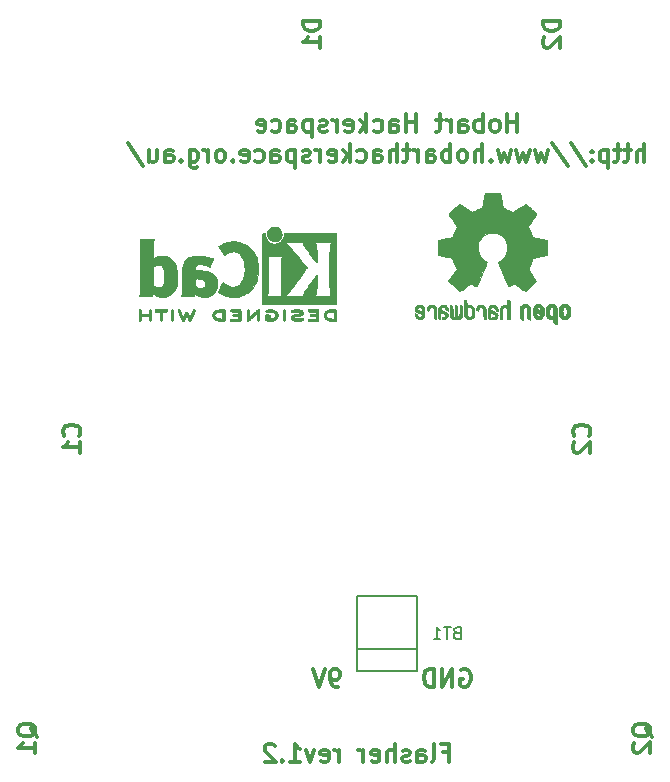
<source format=gbo>
G04 #@! TF.FileFunction,Legend,Bot*
%FSLAX46Y46*%
G04 Gerber Fmt 4.6, Leading zero omitted, Abs format (unit mm)*
G04 Created by KiCad (PCBNEW 4.0.5-e0-6337~49~ubuntu16.04.1) date Wed Dec 28 20:02:50 2016*
%MOMM*%
%LPD*%
G01*
G04 APERTURE LIST*
%ADD10C,0.200000*%
%ADD11C,0.300000*%
%ADD12C,0.010000*%
%ADD13C,0.150000*%
G04 APERTURE END LIST*
D10*
D11*
X31408571Y10751429D02*
X31122856Y10751429D01*
X30979999Y10822857D01*
X30908571Y10894286D01*
X30765713Y11108571D01*
X30694285Y11394286D01*
X30694285Y11965714D01*
X30765713Y12108571D01*
X30837142Y12180000D01*
X30979999Y12251429D01*
X31265713Y12251429D01*
X31408571Y12180000D01*
X31479999Y12108571D01*
X31551428Y11965714D01*
X31551428Y11608571D01*
X31479999Y11465714D01*
X31408571Y11394286D01*
X31265713Y11322857D01*
X30979999Y11322857D01*
X30837142Y11394286D01*
X30765713Y11465714D01*
X30694285Y11608571D01*
X30265714Y12251429D02*
X29765714Y10751429D01*
X29265714Y12251429D01*
X41782857Y12180000D02*
X41925714Y12251429D01*
X42140000Y12251429D01*
X42354285Y12180000D01*
X42497143Y12037143D01*
X42568571Y11894286D01*
X42640000Y11608571D01*
X42640000Y11394286D01*
X42568571Y11108571D01*
X42497143Y10965714D01*
X42354285Y10822857D01*
X42140000Y10751429D01*
X41997143Y10751429D01*
X41782857Y10822857D01*
X41711428Y10894286D01*
X41711428Y11394286D01*
X41997143Y11394286D01*
X41068571Y10751429D02*
X41068571Y12251429D01*
X40211428Y10751429D01*
X40211428Y12251429D01*
X39497142Y10751429D02*
X39497142Y12251429D01*
X39139999Y12251429D01*
X38925714Y12180000D01*
X38782856Y12037143D01*
X38711428Y11894286D01*
X38639999Y11608571D01*
X38639999Y11394286D01*
X38711428Y11108571D01*
X38782856Y10965714D01*
X38925714Y10822857D01*
X39139999Y10751429D01*
X39497142Y10751429D01*
X29888571Y67147142D02*
X28388571Y67147142D01*
X28388571Y66789999D01*
X28460000Y66575714D01*
X28602857Y66432856D01*
X28745714Y66361428D01*
X29031429Y66289999D01*
X29245714Y66289999D01*
X29531429Y66361428D01*
X29674286Y66432856D01*
X29817143Y66575714D01*
X29888571Y66789999D01*
X29888571Y67147142D01*
X29888571Y64861428D02*
X29888571Y65718571D01*
X29888571Y65289999D02*
X28388571Y65289999D01*
X28602857Y65432856D01*
X28745714Y65575714D01*
X28817143Y65718571D01*
X50208571Y67147142D02*
X48708571Y67147142D01*
X48708571Y66789999D01*
X48780000Y66575714D01*
X48922857Y66432856D01*
X49065714Y66361428D01*
X49351429Y66289999D01*
X49565714Y66289999D01*
X49851429Y66361428D01*
X49994286Y66432856D01*
X50137143Y66575714D01*
X50208571Y66789999D01*
X50208571Y67147142D01*
X48851429Y65718571D02*
X48780000Y65647142D01*
X48708571Y65504285D01*
X48708571Y65147142D01*
X48780000Y65004285D01*
X48851429Y64932856D01*
X48994286Y64861428D01*
X49137143Y64861428D01*
X49351429Y64932856D01*
X50208571Y65789999D01*
X50208571Y64861428D01*
X52605714Y31999999D02*
X52677143Y32071428D01*
X52748571Y32285714D01*
X52748571Y32428571D01*
X52677143Y32642856D01*
X52534286Y32785714D01*
X52391429Y32857142D01*
X52105714Y32928571D01*
X51891429Y32928571D01*
X51605714Y32857142D01*
X51462857Y32785714D01*
X51320000Y32642856D01*
X51248571Y32428571D01*
X51248571Y32285714D01*
X51320000Y32071428D01*
X51391429Y31999999D01*
X51391429Y31428571D02*
X51320000Y31357142D01*
X51248571Y31214285D01*
X51248571Y30857142D01*
X51320000Y30714285D01*
X51391429Y30642856D01*
X51534286Y30571428D01*
X51677143Y30571428D01*
X51891429Y30642856D01*
X52748571Y31499999D01*
X52748571Y30571428D01*
X9425714Y31999999D02*
X9497143Y32071428D01*
X9568571Y32285714D01*
X9568571Y32428571D01*
X9497143Y32642856D01*
X9354286Y32785714D01*
X9211429Y32857142D01*
X8925714Y32928571D01*
X8711429Y32928571D01*
X8425714Y32857142D01*
X8282857Y32785714D01*
X8140000Y32642856D01*
X8068571Y32428571D01*
X8068571Y32285714D01*
X8140000Y32071428D01*
X8211429Y31999999D01*
X9568571Y30571428D02*
X9568571Y31428571D01*
X9568571Y30999999D02*
X8068571Y30999999D01*
X8282857Y31142856D01*
X8425714Y31285714D01*
X8497143Y31428571D01*
X5901429Y6492857D02*
X5830000Y6635714D01*
X5687143Y6778571D01*
X5472857Y6992857D01*
X5401429Y7135714D01*
X5401429Y7278571D01*
X5758571Y7207143D02*
X5687143Y7350000D01*
X5544286Y7492857D01*
X5258571Y7564286D01*
X4758571Y7564286D01*
X4472857Y7492857D01*
X4330000Y7350000D01*
X4258571Y7207143D01*
X4258571Y6921429D01*
X4330000Y6778571D01*
X4472857Y6635714D01*
X4758571Y6564286D01*
X5258571Y6564286D01*
X5544286Y6635714D01*
X5687143Y6778571D01*
X5758571Y6921429D01*
X5758571Y7207143D01*
X5758571Y5135714D02*
X5758571Y5992857D01*
X5758571Y5564285D02*
X4258571Y5564285D01*
X4472857Y5707142D01*
X4615714Y5850000D01*
X4687143Y5992857D01*
X57971429Y6492857D02*
X57900000Y6635714D01*
X57757143Y6778571D01*
X57542857Y6992857D01*
X57471429Y7135714D01*
X57471429Y7278571D01*
X57828571Y7207143D02*
X57757143Y7350000D01*
X57614286Y7492857D01*
X57328571Y7564286D01*
X56828571Y7564286D01*
X56542857Y7492857D01*
X56400000Y7350000D01*
X56328571Y7207143D01*
X56328571Y6921429D01*
X56400000Y6778571D01*
X56542857Y6635714D01*
X56828571Y6564286D01*
X57328571Y6564286D01*
X57614286Y6635714D01*
X57757143Y6778571D01*
X57828571Y6921429D01*
X57828571Y7207143D01*
X56471429Y5992857D02*
X56400000Y5921428D01*
X56328571Y5778571D01*
X56328571Y5421428D01*
X56400000Y5278571D01*
X56471429Y5207142D01*
X56614286Y5135714D01*
X56757143Y5135714D01*
X56971429Y5207142D01*
X57828571Y6064285D01*
X57828571Y5135714D01*
X46560000Y57746429D02*
X46560000Y59246429D01*
X46560000Y58532143D02*
X45702857Y58532143D01*
X45702857Y57746429D02*
X45702857Y59246429D01*
X44774285Y57746429D02*
X44917143Y57817857D01*
X44988571Y57889286D01*
X45060000Y58032143D01*
X45060000Y58460714D01*
X44988571Y58603571D01*
X44917143Y58675000D01*
X44774285Y58746429D01*
X44560000Y58746429D01*
X44417143Y58675000D01*
X44345714Y58603571D01*
X44274285Y58460714D01*
X44274285Y58032143D01*
X44345714Y57889286D01*
X44417143Y57817857D01*
X44560000Y57746429D01*
X44774285Y57746429D01*
X43631428Y57746429D02*
X43631428Y59246429D01*
X43631428Y58675000D02*
X43488571Y58746429D01*
X43202857Y58746429D01*
X43060000Y58675000D01*
X42988571Y58603571D01*
X42917142Y58460714D01*
X42917142Y58032143D01*
X42988571Y57889286D01*
X43060000Y57817857D01*
X43202857Y57746429D01*
X43488571Y57746429D01*
X43631428Y57817857D01*
X41631428Y57746429D02*
X41631428Y58532143D01*
X41702857Y58675000D01*
X41845714Y58746429D01*
X42131428Y58746429D01*
X42274285Y58675000D01*
X41631428Y57817857D02*
X41774285Y57746429D01*
X42131428Y57746429D01*
X42274285Y57817857D01*
X42345714Y57960714D01*
X42345714Y58103571D01*
X42274285Y58246429D01*
X42131428Y58317857D01*
X41774285Y58317857D01*
X41631428Y58389286D01*
X40917142Y57746429D02*
X40917142Y58746429D01*
X40917142Y58460714D02*
X40845714Y58603571D01*
X40774285Y58675000D01*
X40631428Y58746429D01*
X40488571Y58746429D01*
X40202857Y58746429D02*
X39631428Y58746429D01*
X39988571Y59246429D02*
X39988571Y57960714D01*
X39917143Y57817857D01*
X39774285Y57746429D01*
X39631428Y57746429D01*
X37988571Y57746429D02*
X37988571Y59246429D01*
X37988571Y58532143D02*
X37131428Y58532143D01*
X37131428Y57746429D02*
X37131428Y59246429D01*
X35774285Y57746429D02*
X35774285Y58532143D01*
X35845714Y58675000D01*
X35988571Y58746429D01*
X36274285Y58746429D01*
X36417142Y58675000D01*
X35774285Y57817857D02*
X35917142Y57746429D01*
X36274285Y57746429D01*
X36417142Y57817857D01*
X36488571Y57960714D01*
X36488571Y58103571D01*
X36417142Y58246429D01*
X36274285Y58317857D01*
X35917142Y58317857D01*
X35774285Y58389286D01*
X34417142Y57817857D02*
X34559999Y57746429D01*
X34845713Y57746429D01*
X34988571Y57817857D01*
X35059999Y57889286D01*
X35131428Y58032143D01*
X35131428Y58460714D01*
X35059999Y58603571D01*
X34988571Y58675000D01*
X34845713Y58746429D01*
X34559999Y58746429D01*
X34417142Y58675000D01*
X33774285Y57746429D02*
X33774285Y59246429D01*
X33631428Y58317857D02*
X33202857Y57746429D01*
X33202857Y58746429D02*
X33774285Y58175000D01*
X31988571Y57817857D02*
X32131428Y57746429D01*
X32417142Y57746429D01*
X32559999Y57817857D01*
X32631428Y57960714D01*
X32631428Y58532143D01*
X32559999Y58675000D01*
X32417142Y58746429D01*
X32131428Y58746429D01*
X31988571Y58675000D01*
X31917142Y58532143D01*
X31917142Y58389286D01*
X32631428Y58246429D01*
X31274285Y57746429D02*
X31274285Y58746429D01*
X31274285Y58460714D02*
X31202857Y58603571D01*
X31131428Y58675000D01*
X30988571Y58746429D01*
X30845714Y58746429D01*
X30417143Y57817857D02*
X30274286Y57746429D01*
X29988571Y57746429D01*
X29845714Y57817857D01*
X29774286Y57960714D01*
X29774286Y58032143D01*
X29845714Y58175000D01*
X29988571Y58246429D01*
X30202857Y58246429D01*
X30345714Y58317857D01*
X30417143Y58460714D01*
X30417143Y58532143D01*
X30345714Y58675000D01*
X30202857Y58746429D01*
X29988571Y58746429D01*
X29845714Y58675000D01*
X29131428Y58746429D02*
X29131428Y57246429D01*
X29131428Y58675000D02*
X28988571Y58746429D01*
X28702857Y58746429D01*
X28560000Y58675000D01*
X28488571Y58603571D01*
X28417142Y58460714D01*
X28417142Y58032143D01*
X28488571Y57889286D01*
X28560000Y57817857D01*
X28702857Y57746429D01*
X28988571Y57746429D01*
X29131428Y57817857D01*
X27131428Y57746429D02*
X27131428Y58532143D01*
X27202857Y58675000D01*
X27345714Y58746429D01*
X27631428Y58746429D01*
X27774285Y58675000D01*
X27131428Y57817857D02*
X27274285Y57746429D01*
X27631428Y57746429D01*
X27774285Y57817857D01*
X27845714Y57960714D01*
X27845714Y58103571D01*
X27774285Y58246429D01*
X27631428Y58317857D01*
X27274285Y58317857D01*
X27131428Y58389286D01*
X25774285Y57817857D02*
X25917142Y57746429D01*
X26202856Y57746429D01*
X26345714Y57817857D01*
X26417142Y57889286D01*
X26488571Y58032143D01*
X26488571Y58460714D01*
X26417142Y58603571D01*
X26345714Y58675000D01*
X26202856Y58746429D01*
X25917142Y58746429D01*
X25774285Y58675000D01*
X24560000Y57817857D02*
X24702857Y57746429D01*
X24988571Y57746429D01*
X25131428Y57817857D01*
X25202857Y57960714D01*
X25202857Y58532143D01*
X25131428Y58675000D01*
X24988571Y58746429D01*
X24702857Y58746429D01*
X24560000Y58675000D01*
X24488571Y58532143D01*
X24488571Y58389286D01*
X25202857Y58246429D01*
X57310002Y55196429D02*
X57310002Y56696429D01*
X56667145Y55196429D02*
X56667145Y55982143D01*
X56738574Y56125000D01*
X56881431Y56196429D01*
X57095716Y56196429D01*
X57238574Y56125000D01*
X57310002Y56053571D01*
X56167145Y56196429D02*
X55595716Y56196429D01*
X55952859Y56696429D02*
X55952859Y55410714D01*
X55881431Y55267857D01*
X55738573Y55196429D01*
X55595716Y55196429D01*
X55310002Y56196429D02*
X54738573Y56196429D01*
X55095716Y56696429D02*
X55095716Y55410714D01*
X55024288Y55267857D01*
X54881430Y55196429D01*
X54738573Y55196429D01*
X54238573Y56196429D02*
X54238573Y54696429D01*
X54238573Y56125000D02*
X54095716Y56196429D01*
X53810002Y56196429D01*
X53667145Y56125000D01*
X53595716Y56053571D01*
X53524287Y55910714D01*
X53524287Y55482143D01*
X53595716Y55339286D01*
X53667145Y55267857D01*
X53810002Y55196429D01*
X54095716Y55196429D01*
X54238573Y55267857D01*
X52881430Y55339286D02*
X52810002Y55267857D01*
X52881430Y55196429D01*
X52952859Y55267857D01*
X52881430Y55339286D01*
X52881430Y55196429D01*
X52881430Y56125000D02*
X52810002Y56053571D01*
X52881430Y55982143D01*
X52952859Y56053571D01*
X52881430Y56125000D01*
X52881430Y55982143D01*
X51095716Y56767857D02*
X52381430Y54839286D01*
X49524287Y56767857D02*
X50810001Y54839286D01*
X49167143Y56196429D02*
X48881429Y55196429D01*
X48595715Y55910714D01*
X48310000Y55196429D01*
X48024286Y56196429D01*
X47595714Y56196429D02*
X47310000Y55196429D01*
X47024286Y55910714D01*
X46738571Y55196429D01*
X46452857Y56196429D01*
X46024285Y56196429D02*
X45738571Y55196429D01*
X45452857Y55910714D01*
X45167142Y55196429D01*
X44881428Y56196429D01*
X44309999Y55339286D02*
X44238571Y55267857D01*
X44309999Y55196429D01*
X44381428Y55267857D01*
X44309999Y55339286D01*
X44309999Y55196429D01*
X43595713Y55196429D02*
X43595713Y56696429D01*
X42952856Y55196429D02*
X42952856Y55982143D01*
X43024285Y56125000D01*
X43167142Y56196429D01*
X43381427Y56196429D01*
X43524285Y56125000D01*
X43595713Y56053571D01*
X42024284Y55196429D02*
X42167142Y55267857D01*
X42238570Y55339286D01*
X42309999Y55482143D01*
X42309999Y55910714D01*
X42238570Y56053571D01*
X42167142Y56125000D01*
X42024284Y56196429D01*
X41809999Y56196429D01*
X41667142Y56125000D01*
X41595713Y56053571D01*
X41524284Y55910714D01*
X41524284Y55482143D01*
X41595713Y55339286D01*
X41667142Y55267857D01*
X41809999Y55196429D01*
X42024284Y55196429D01*
X40881427Y55196429D02*
X40881427Y56696429D01*
X40881427Y56125000D02*
X40738570Y56196429D01*
X40452856Y56196429D01*
X40309999Y56125000D01*
X40238570Y56053571D01*
X40167141Y55910714D01*
X40167141Y55482143D01*
X40238570Y55339286D01*
X40309999Y55267857D01*
X40452856Y55196429D01*
X40738570Y55196429D01*
X40881427Y55267857D01*
X38881427Y55196429D02*
X38881427Y55982143D01*
X38952856Y56125000D01*
X39095713Y56196429D01*
X39381427Y56196429D01*
X39524284Y56125000D01*
X38881427Y55267857D02*
X39024284Y55196429D01*
X39381427Y55196429D01*
X39524284Y55267857D01*
X39595713Y55410714D01*
X39595713Y55553571D01*
X39524284Y55696429D01*
X39381427Y55767857D01*
X39024284Y55767857D01*
X38881427Y55839286D01*
X38167141Y55196429D02*
X38167141Y56196429D01*
X38167141Y55910714D02*
X38095713Y56053571D01*
X38024284Y56125000D01*
X37881427Y56196429D01*
X37738570Y56196429D01*
X37452856Y56196429D02*
X36881427Y56196429D01*
X37238570Y56696429D02*
X37238570Y55410714D01*
X37167142Y55267857D01*
X37024284Y55196429D01*
X36881427Y55196429D01*
X36381427Y55196429D02*
X36381427Y56696429D01*
X35738570Y55196429D02*
X35738570Y55982143D01*
X35809999Y56125000D01*
X35952856Y56196429D01*
X36167141Y56196429D01*
X36309999Y56125000D01*
X36381427Y56053571D01*
X34381427Y55196429D02*
X34381427Y55982143D01*
X34452856Y56125000D01*
X34595713Y56196429D01*
X34881427Y56196429D01*
X35024284Y56125000D01*
X34381427Y55267857D02*
X34524284Y55196429D01*
X34881427Y55196429D01*
X35024284Y55267857D01*
X35095713Y55410714D01*
X35095713Y55553571D01*
X35024284Y55696429D01*
X34881427Y55767857D01*
X34524284Y55767857D01*
X34381427Y55839286D01*
X33024284Y55267857D02*
X33167141Y55196429D01*
X33452855Y55196429D01*
X33595713Y55267857D01*
X33667141Y55339286D01*
X33738570Y55482143D01*
X33738570Y55910714D01*
X33667141Y56053571D01*
X33595713Y56125000D01*
X33452855Y56196429D01*
X33167141Y56196429D01*
X33024284Y56125000D01*
X32381427Y55196429D02*
X32381427Y56696429D01*
X32238570Y55767857D02*
X31809999Y55196429D01*
X31809999Y56196429D02*
X32381427Y55625000D01*
X30595713Y55267857D02*
X30738570Y55196429D01*
X31024284Y55196429D01*
X31167141Y55267857D01*
X31238570Y55410714D01*
X31238570Y55982143D01*
X31167141Y56125000D01*
X31024284Y56196429D01*
X30738570Y56196429D01*
X30595713Y56125000D01*
X30524284Y55982143D01*
X30524284Y55839286D01*
X31238570Y55696429D01*
X29881427Y55196429D02*
X29881427Y56196429D01*
X29881427Y55910714D02*
X29809999Y56053571D01*
X29738570Y56125000D01*
X29595713Y56196429D01*
X29452856Y56196429D01*
X29024285Y55267857D02*
X28881428Y55196429D01*
X28595713Y55196429D01*
X28452856Y55267857D01*
X28381428Y55410714D01*
X28381428Y55482143D01*
X28452856Y55625000D01*
X28595713Y55696429D01*
X28809999Y55696429D01*
X28952856Y55767857D01*
X29024285Y55910714D01*
X29024285Y55982143D01*
X28952856Y56125000D01*
X28809999Y56196429D01*
X28595713Y56196429D01*
X28452856Y56125000D01*
X27738570Y56196429D02*
X27738570Y54696429D01*
X27738570Y56125000D02*
X27595713Y56196429D01*
X27309999Y56196429D01*
X27167142Y56125000D01*
X27095713Y56053571D01*
X27024284Y55910714D01*
X27024284Y55482143D01*
X27095713Y55339286D01*
X27167142Y55267857D01*
X27309999Y55196429D01*
X27595713Y55196429D01*
X27738570Y55267857D01*
X25738570Y55196429D02*
X25738570Y55982143D01*
X25809999Y56125000D01*
X25952856Y56196429D01*
X26238570Y56196429D01*
X26381427Y56125000D01*
X25738570Y55267857D02*
X25881427Y55196429D01*
X26238570Y55196429D01*
X26381427Y55267857D01*
X26452856Y55410714D01*
X26452856Y55553571D01*
X26381427Y55696429D01*
X26238570Y55767857D01*
X25881427Y55767857D01*
X25738570Y55839286D01*
X24381427Y55267857D02*
X24524284Y55196429D01*
X24809998Y55196429D01*
X24952856Y55267857D01*
X25024284Y55339286D01*
X25095713Y55482143D01*
X25095713Y55910714D01*
X25024284Y56053571D01*
X24952856Y56125000D01*
X24809998Y56196429D01*
X24524284Y56196429D01*
X24381427Y56125000D01*
X23167142Y55267857D02*
X23309999Y55196429D01*
X23595713Y55196429D01*
X23738570Y55267857D01*
X23809999Y55410714D01*
X23809999Y55982143D01*
X23738570Y56125000D01*
X23595713Y56196429D01*
X23309999Y56196429D01*
X23167142Y56125000D01*
X23095713Y55982143D01*
X23095713Y55839286D01*
X23809999Y55696429D01*
X22452856Y55339286D02*
X22381428Y55267857D01*
X22452856Y55196429D01*
X22524285Y55267857D01*
X22452856Y55339286D01*
X22452856Y55196429D01*
X21524284Y55196429D02*
X21667142Y55267857D01*
X21738570Y55339286D01*
X21809999Y55482143D01*
X21809999Y55910714D01*
X21738570Y56053571D01*
X21667142Y56125000D01*
X21524284Y56196429D01*
X21309999Y56196429D01*
X21167142Y56125000D01*
X21095713Y56053571D01*
X21024284Y55910714D01*
X21024284Y55482143D01*
X21095713Y55339286D01*
X21167142Y55267857D01*
X21309999Y55196429D01*
X21524284Y55196429D01*
X20381427Y55196429D02*
X20381427Y56196429D01*
X20381427Y55910714D02*
X20309999Y56053571D01*
X20238570Y56125000D01*
X20095713Y56196429D01*
X19952856Y56196429D01*
X18809999Y56196429D02*
X18809999Y54982143D01*
X18881428Y54839286D01*
X18952856Y54767857D01*
X19095713Y54696429D01*
X19309999Y54696429D01*
X19452856Y54767857D01*
X18809999Y55267857D02*
X18952856Y55196429D01*
X19238570Y55196429D01*
X19381428Y55267857D01*
X19452856Y55339286D01*
X19524285Y55482143D01*
X19524285Y55910714D01*
X19452856Y56053571D01*
X19381428Y56125000D01*
X19238570Y56196429D01*
X18952856Y56196429D01*
X18809999Y56125000D01*
X18095713Y55339286D02*
X18024285Y55267857D01*
X18095713Y55196429D01*
X18167142Y55267857D01*
X18095713Y55339286D01*
X18095713Y55196429D01*
X16738570Y55196429D02*
X16738570Y55982143D01*
X16809999Y56125000D01*
X16952856Y56196429D01*
X17238570Y56196429D01*
X17381427Y56125000D01*
X16738570Y55267857D02*
X16881427Y55196429D01*
X17238570Y55196429D01*
X17381427Y55267857D01*
X17452856Y55410714D01*
X17452856Y55553571D01*
X17381427Y55696429D01*
X17238570Y55767857D01*
X16881427Y55767857D01*
X16738570Y55839286D01*
X15381427Y56196429D02*
X15381427Y55196429D01*
X16024284Y56196429D02*
X16024284Y55410714D01*
X15952856Y55267857D01*
X15809998Y55196429D01*
X15595713Y55196429D01*
X15452856Y55267857D01*
X15381427Y55339286D01*
X13595713Y56767857D02*
X14881427Y54839286D01*
X40305713Y5187143D02*
X40805713Y5187143D01*
X40805713Y4401429D02*
X40805713Y5901429D01*
X40091427Y5901429D01*
X39305713Y4401429D02*
X39448571Y4472857D01*
X39519999Y4615714D01*
X39519999Y5901429D01*
X38091428Y4401429D02*
X38091428Y5187143D01*
X38162857Y5330000D01*
X38305714Y5401429D01*
X38591428Y5401429D01*
X38734285Y5330000D01*
X38091428Y4472857D02*
X38234285Y4401429D01*
X38591428Y4401429D01*
X38734285Y4472857D01*
X38805714Y4615714D01*
X38805714Y4758571D01*
X38734285Y4901429D01*
X38591428Y4972857D01*
X38234285Y4972857D01*
X38091428Y5044286D01*
X37448571Y4472857D02*
X37305714Y4401429D01*
X37019999Y4401429D01*
X36877142Y4472857D01*
X36805714Y4615714D01*
X36805714Y4687143D01*
X36877142Y4830000D01*
X37019999Y4901429D01*
X37234285Y4901429D01*
X37377142Y4972857D01*
X37448571Y5115714D01*
X37448571Y5187143D01*
X37377142Y5330000D01*
X37234285Y5401429D01*
X37019999Y5401429D01*
X36877142Y5330000D01*
X36162856Y4401429D02*
X36162856Y5901429D01*
X35519999Y4401429D02*
X35519999Y5187143D01*
X35591428Y5330000D01*
X35734285Y5401429D01*
X35948570Y5401429D01*
X36091428Y5330000D01*
X36162856Y5258571D01*
X34234285Y4472857D02*
X34377142Y4401429D01*
X34662856Y4401429D01*
X34805713Y4472857D01*
X34877142Y4615714D01*
X34877142Y5187143D01*
X34805713Y5330000D01*
X34662856Y5401429D01*
X34377142Y5401429D01*
X34234285Y5330000D01*
X34162856Y5187143D01*
X34162856Y5044286D01*
X34877142Y4901429D01*
X33519999Y4401429D02*
X33519999Y5401429D01*
X33519999Y5115714D02*
X33448571Y5258571D01*
X33377142Y5330000D01*
X33234285Y5401429D01*
X33091428Y5401429D01*
X31448571Y4401429D02*
X31448571Y5401429D01*
X31448571Y5115714D02*
X31377143Y5258571D01*
X31305714Y5330000D01*
X31162857Y5401429D01*
X31020000Y5401429D01*
X29948572Y4472857D02*
X30091429Y4401429D01*
X30377143Y4401429D01*
X30520000Y4472857D01*
X30591429Y4615714D01*
X30591429Y5187143D01*
X30520000Y5330000D01*
X30377143Y5401429D01*
X30091429Y5401429D01*
X29948572Y5330000D01*
X29877143Y5187143D01*
X29877143Y5044286D01*
X30591429Y4901429D01*
X29377143Y5401429D02*
X29020000Y4401429D01*
X28662858Y5401429D01*
X27305715Y4401429D02*
X28162858Y4401429D01*
X27734286Y4401429D02*
X27734286Y5901429D01*
X27877143Y5687143D01*
X28020001Y5544286D01*
X28162858Y5472857D01*
X26662858Y4544286D02*
X26591430Y4472857D01*
X26662858Y4401429D01*
X26734287Y4472857D01*
X26662858Y4544286D01*
X26662858Y4401429D01*
X26020001Y5758571D02*
X25948572Y5830000D01*
X25805715Y5901429D01*
X25448572Y5901429D01*
X25305715Y5830000D01*
X25234286Y5758571D01*
X25162858Y5615714D01*
X25162858Y5472857D01*
X25234286Y5258571D01*
X26091429Y4401429D01*
X25162858Y4401429D01*
D12*
G36*
X49278100Y43128097D02*
X49166550Y43072478D01*
X49068092Y42970069D01*
X49040977Y42932136D01*
X49011438Y42882500D01*
X48992272Y42828588D01*
X48981307Y42756636D01*
X48976371Y42652878D01*
X48975287Y42515899D01*
X48980182Y42328185D01*
X48997196Y42187242D01*
X49029823Y42082092D01*
X49081558Y42001757D01*
X49155896Y41935259D01*
X49161358Y41931322D01*
X49234620Y41891047D01*
X49322840Y41871120D01*
X49435038Y41866207D01*
X49617433Y41866207D01*
X49617509Y41689143D01*
X49619207Y41590530D01*
X49629550Y41532686D01*
X49656578Y41497994D01*
X49708332Y41468836D01*
X49720761Y41462879D01*
X49778923Y41434961D01*
X49823956Y41417328D01*
X49857441Y41415806D01*
X49880962Y41436219D01*
X49896100Y41484393D01*
X49904437Y41566154D01*
X49907556Y41687328D01*
X49907040Y41853740D01*
X49904471Y42071215D01*
X49903668Y42136264D01*
X49900778Y42360498D01*
X49898188Y42507179D01*
X49617586Y42507179D01*
X49616009Y42382674D01*
X49609000Y42301213D01*
X49593142Y42247485D01*
X49565019Y42206177D01*
X49545925Y42186029D01*
X49467865Y42127079D01*
X49398753Y42122280D01*
X49327440Y42170962D01*
X49325632Y42172759D01*
X49296617Y42210382D01*
X49278967Y42261516D01*
X49270064Y42340262D01*
X49267291Y42460724D01*
X49267241Y42487412D01*
X49273942Y42653417D01*
X49295752Y42768495D01*
X49335235Y42838746D01*
X49394956Y42870271D01*
X49429472Y42873448D01*
X49511389Y42858540D01*
X49567579Y42809452D01*
X49601402Y42719638D01*
X49616220Y42582555D01*
X49617586Y42507179D01*
X49898188Y42507179D01*
X49897713Y42534048D01*
X49893753Y42664618D01*
X49888174Y42759913D01*
X49880254Y42827636D01*
X49869269Y42875493D01*
X49854499Y42911187D01*
X49835218Y42942422D01*
X49826951Y42954176D01*
X49717288Y43065203D01*
X49578635Y43128153D01*
X49418246Y43145703D01*
X49278100Y43128097D01*
X49278100Y43128097D01*
G37*
X49278100Y43128097D02*
X49166550Y43072478D01*
X49068092Y42970069D01*
X49040977Y42932136D01*
X49011438Y42882500D01*
X48992272Y42828588D01*
X48981307Y42756636D01*
X48976371Y42652878D01*
X48975287Y42515899D01*
X48980182Y42328185D01*
X48997196Y42187242D01*
X49029823Y42082092D01*
X49081558Y42001757D01*
X49155896Y41935259D01*
X49161358Y41931322D01*
X49234620Y41891047D01*
X49322840Y41871120D01*
X49435038Y41866207D01*
X49617433Y41866207D01*
X49617509Y41689143D01*
X49619207Y41590530D01*
X49629550Y41532686D01*
X49656578Y41497994D01*
X49708332Y41468836D01*
X49720761Y41462879D01*
X49778923Y41434961D01*
X49823956Y41417328D01*
X49857441Y41415806D01*
X49880962Y41436219D01*
X49896100Y41484393D01*
X49904437Y41566154D01*
X49907556Y41687328D01*
X49907040Y41853740D01*
X49904471Y42071215D01*
X49903668Y42136264D01*
X49900778Y42360498D01*
X49898188Y42507179D01*
X49617586Y42507179D01*
X49616009Y42382674D01*
X49609000Y42301213D01*
X49593142Y42247485D01*
X49565019Y42206177D01*
X49545925Y42186029D01*
X49467865Y42127079D01*
X49398753Y42122280D01*
X49327440Y42170962D01*
X49325632Y42172759D01*
X49296617Y42210382D01*
X49278967Y42261516D01*
X49270064Y42340262D01*
X49267291Y42460724D01*
X49267241Y42487412D01*
X49273942Y42653417D01*
X49295752Y42768495D01*
X49335235Y42838746D01*
X49394956Y42870271D01*
X49429472Y42873448D01*
X49511389Y42858540D01*
X49567579Y42809452D01*
X49601402Y42719638D01*
X49616220Y42582555D01*
X49617586Y42507179D01*
X49898188Y42507179D01*
X49897713Y42534048D01*
X49893753Y42664618D01*
X49888174Y42759913D01*
X49880254Y42827636D01*
X49869269Y42875493D01*
X49854499Y42911187D01*
X49835218Y42942422D01*
X49826951Y42954176D01*
X49717288Y43065203D01*
X49578635Y43128153D01*
X49418246Y43145703D01*
X49278100Y43128097D01*
G36*
X47032571Y43112281D02*
X46938877Y43058086D01*
X46873736Y43004293D01*
X46826093Y42947934D01*
X46793272Y42879013D01*
X46772594Y42787532D01*
X46761380Y42663494D01*
X46756951Y42496902D01*
X46756437Y42377149D01*
X46756437Y41936341D01*
X46880517Y41880717D01*
X47004598Y41825093D01*
X47019195Y42307905D01*
X47025227Y42488221D01*
X47031555Y42619099D01*
X47039394Y42709489D01*
X47049963Y42768336D01*
X47064477Y42804587D01*
X47084152Y42827190D01*
X47090465Y42832083D01*
X47186112Y42870294D01*
X47282793Y42855173D01*
X47340345Y42815057D01*
X47363755Y42786630D01*
X47379961Y42749328D01*
X47390259Y42692777D01*
X47395951Y42606606D01*
X47398336Y42480442D01*
X47398736Y42348958D01*
X47398814Y42184001D01*
X47401639Y42067239D01*
X47411093Y41988490D01*
X47431060Y41937569D01*
X47465424Y41904294D01*
X47518068Y41878480D01*
X47588383Y41851656D01*
X47665180Y41822458D01*
X47656038Y42340654D01*
X47652357Y42527461D01*
X47648050Y42665510D01*
X47641877Y42764432D01*
X47632598Y42833855D01*
X47618973Y42883410D01*
X47599761Y42922727D01*
X47576598Y42957416D01*
X47464848Y43068230D01*
X47328487Y43132311D01*
X47180175Y43147661D01*
X47032571Y43112281D01*
X47032571Y43112281D01*
G37*
X47032571Y43112281D02*
X46938877Y43058086D01*
X46873736Y43004293D01*
X46826093Y42947934D01*
X46793272Y42879013D01*
X46772594Y42787532D01*
X46761380Y42663494D01*
X46756951Y42496902D01*
X46756437Y42377149D01*
X46756437Y41936341D01*
X46880517Y41880717D01*
X47004598Y41825093D01*
X47019195Y42307905D01*
X47025227Y42488221D01*
X47031555Y42619099D01*
X47039394Y42709489D01*
X47049963Y42768336D01*
X47064477Y42804587D01*
X47084152Y42827190D01*
X47090465Y42832083D01*
X47186112Y42870294D01*
X47282793Y42855173D01*
X47340345Y42815057D01*
X47363755Y42786630D01*
X47379961Y42749328D01*
X47390259Y42692777D01*
X47395951Y42606606D01*
X47398336Y42480442D01*
X47398736Y42348958D01*
X47398814Y42184001D01*
X47401639Y42067239D01*
X47411093Y41988490D01*
X47431060Y41937569D01*
X47465424Y41904294D01*
X47518068Y41878480D01*
X47588383Y41851656D01*
X47665180Y41822458D01*
X47656038Y42340654D01*
X47652357Y42527461D01*
X47648050Y42665510D01*
X47641877Y42764432D01*
X47632598Y42833855D01*
X47618973Y42883410D01*
X47599761Y42922727D01*
X47576598Y42957416D01*
X47464848Y43068230D01*
X47328487Y43132311D01*
X47180175Y43147661D01*
X47032571Y43112281D01*
G36*
X50401779Y43123985D02*
X50264939Y43052032D01*
X50163949Y42936234D01*
X50128075Y42861787D01*
X50100161Y42750008D01*
X50085871Y42608773D01*
X50084516Y42454629D01*
X50095405Y42304121D01*
X50117847Y42173795D01*
X50151150Y42080197D01*
X50161385Y42064078D01*
X50282618Y41943751D01*
X50426613Y41871683D01*
X50582861Y41850592D01*
X50740852Y41883198D01*
X50784820Y41902747D01*
X50870444Y41962988D01*
X50945592Y42042865D01*
X50952694Y42052996D01*
X50981561Y42101819D01*
X51000643Y42154010D01*
X51011916Y42222715D01*
X51017355Y42321082D01*
X51018938Y42462256D01*
X51018965Y42493908D01*
X51018893Y42503981D01*
X50727011Y42503981D01*
X50725313Y42370744D01*
X50718628Y42282326D01*
X50704575Y42225215D01*
X50680771Y42185898D01*
X50668621Y42172759D01*
X50598764Y42122828D01*
X50530941Y42125105D01*
X50462365Y42168416D01*
X50421465Y42214654D01*
X50397242Y42282143D01*
X50383639Y42388567D01*
X50382706Y42400980D01*
X50380384Y42593853D01*
X50404650Y42737100D01*
X50455176Y42829840D01*
X50531632Y42871193D01*
X50558924Y42873448D01*
X50630589Y42862107D01*
X50679610Y42822816D01*
X50709582Y42747674D01*
X50724101Y42628778D01*
X50727011Y42503981D01*
X51018893Y42503981D01*
X51017878Y42644341D01*
X51013312Y42749451D01*
X51003312Y42822286D01*
X50985921Y42875892D01*
X50959184Y42923319D01*
X50953276Y42932136D01*
X50853968Y43050993D01*
X50745758Y43119992D01*
X50614019Y43147381D01*
X50569283Y43148719D01*
X50401779Y43123985D01*
X50401779Y43123985D01*
G37*
X50401779Y43123985D02*
X50264939Y43052032D01*
X50163949Y42936234D01*
X50128075Y42861787D01*
X50100161Y42750008D01*
X50085871Y42608773D01*
X50084516Y42454629D01*
X50095405Y42304121D01*
X50117847Y42173795D01*
X50151150Y42080197D01*
X50161385Y42064078D01*
X50282618Y41943751D01*
X50426613Y41871683D01*
X50582861Y41850592D01*
X50740852Y41883198D01*
X50784820Y41902747D01*
X50870444Y41962988D01*
X50945592Y42042865D01*
X50952694Y42052996D01*
X50981561Y42101819D01*
X51000643Y42154010D01*
X51011916Y42222715D01*
X51017355Y42321082D01*
X51018938Y42462256D01*
X51018965Y42493908D01*
X51018893Y42503981D01*
X50727011Y42503981D01*
X50725313Y42370744D01*
X50718628Y42282326D01*
X50704575Y42225215D01*
X50680771Y42185898D01*
X50668621Y42172759D01*
X50598764Y42122828D01*
X50530941Y42125105D01*
X50462365Y42168416D01*
X50421465Y42214654D01*
X50397242Y42282143D01*
X50383639Y42388567D01*
X50382706Y42400980D01*
X50380384Y42593853D01*
X50404650Y42737100D01*
X50455176Y42829840D01*
X50531632Y42871193D01*
X50558924Y42873448D01*
X50630589Y42862107D01*
X50679610Y42822816D01*
X50709582Y42747674D01*
X50724101Y42628778D01*
X50727011Y42503981D01*
X51018893Y42503981D01*
X51017878Y42644341D01*
X51013312Y42749451D01*
X51003312Y42822286D01*
X50985921Y42875892D01*
X50959184Y42923319D01*
X50953276Y42932136D01*
X50853968Y43050993D01*
X50745758Y43119992D01*
X50614019Y43147381D01*
X50569283Y43148719D01*
X50401779Y43123985D01*
G36*
X48134448Y43105324D02*
X48019342Y43027889D01*
X47930389Y42916051D01*
X47877251Y42773735D01*
X47866503Y42668985D01*
X47867724Y42625274D01*
X47877944Y42591806D01*
X47906039Y42561821D01*
X47960884Y42528560D01*
X48051355Y42485262D01*
X48186328Y42425167D01*
X48187011Y42424866D01*
X48311249Y42367963D01*
X48413127Y42317435D01*
X48482233Y42278720D01*
X48508154Y42257260D01*
X48508161Y42257087D01*
X48485315Y42210356D01*
X48431891Y42158846D01*
X48370558Y42121739D01*
X48339485Y42114368D01*
X48254711Y42139862D01*
X48181707Y42203709D01*
X48146087Y42273906D01*
X48111820Y42325657D01*
X48044697Y42384591D01*
X47965792Y42435504D01*
X47896179Y42463191D01*
X47881623Y42464713D01*
X47865237Y42439679D01*
X47864250Y42375689D01*
X47876292Y42289407D01*
X47898993Y42197499D01*
X47929986Y42116631D01*
X47931552Y42113491D01*
X48024819Y41983266D01*
X48145696Y41894689D01*
X48282973Y41851214D01*
X48425440Y41856294D01*
X48561888Y41913384D01*
X48567955Y41917398D01*
X48675290Y42014674D01*
X48745868Y42141591D01*
X48784926Y42308474D01*
X48790168Y42355361D01*
X48799452Y42576671D01*
X48788322Y42679876D01*
X48508161Y42679876D01*
X48504521Y42615497D01*
X48484611Y42596709D01*
X48434974Y42610765D01*
X48356733Y42643991D01*
X48269274Y42685641D01*
X48267101Y42686744D01*
X48192970Y42725735D01*
X48163219Y42751756D01*
X48170555Y42779035D01*
X48201447Y42814879D01*
X48280040Y42866749D01*
X48364677Y42870561D01*
X48440597Y42832811D01*
X48493035Y42759999D01*
X48508161Y42679876D01*
X48788322Y42679876D01*
X48780356Y42753739D01*
X48731366Y42894171D01*
X48663164Y42992553D01*
X48540065Y43091970D01*
X48404472Y43141289D01*
X48266045Y43144432D01*
X48134448Y43105324D01*
X48134448Y43105324D01*
G37*
X48134448Y43105324D02*
X48019342Y43027889D01*
X47930389Y42916051D01*
X47877251Y42773735D01*
X47866503Y42668985D01*
X47867724Y42625274D01*
X47877944Y42591806D01*
X47906039Y42561821D01*
X47960884Y42528560D01*
X48051355Y42485262D01*
X48186328Y42425167D01*
X48187011Y42424866D01*
X48311249Y42367963D01*
X48413127Y42317435D01*
X48482233Y42278720D01*
X48508154Y42257260D01*
X48508161Y42257087D01*
X48485315Y42210356D01*
X48431891Y42158846D01*
X48370558Y42121739D01*
X48339485Y42114368D01*
X48254711Y42139862D01*
X48181707Y42203709D01*
X48146087Y42273906D01*
X48111820Y42325657D01*
X48044697Y42384591D01*
X47965792Y42435504D01*
X47896179Y42463191D01*
X47881623Y42464713D01*
X47865237Y42439679D01*
X47864250Y42375689D01*
X47876292Y42289407D01*
X47898993Y42197499D01*
X47929986Y42116631D01*
X47931552Y42113491D01*
X48024819Y41983266D01*
X48145696Y41894689D01*
X48282973Y41851214D01*
X48425440Y41856294D01*
X48561888Y41913384D01*
X48567955Y41917398D01*
X48675290Y42014674D01*
X48745868Y42141591D01*
X48784926Y42308474D01*
X48790168Y42355361D01*
X48799452Y42576671D01*
X48788322Y42679876D01*
X48508161Y42679876D01*
X48504521Y42615497D01*
X48484611Y42596709D01*
X48434974Y42610765D01*
X48356733Y42643991D01*
X48269274Y42685641D01*
X48267101Y42686744D01*
X48192970Y42725735D01*
X48163219Y42751756D01*
X48170555Y42779035D01*
X48201447Y42814879D01*
X48280040Y42866749D01*
X48364677Y42870561D01*
X48440597Y42832811D01*
X48493035Y42759999D01*
X48508161Y42679876D01*
X48788322Y42679876D01*
X48780356Y42753739D01*
X48731366Y42894171D01*
X48663164Y42992553D01*
X48540065Y43091970D01*
X48404472Y43141289D01*
X48266045Y43144432D01*
X48134448Y43105324D01*
G36*
X45705402Y43266143D02*
X45696846Y43146812D01*
X45687019Y43076494D01*
X45673401Y43045821D01*
X45653473Y43045429D01*
X45647011Y43049090D01*
X45561060Y43075602D01*
X45449255Y43074054D01*
X45335586Y43046801D01*
X45264490Y43011545D01*
X45191595Y42955222D01*
X45138307Y42891481D01*
X45101725Y42810490D01*
X45078950Y42702414D01*
X45067081Y42557420D01*
X45063218Y42365674D01*
X45063149Y42328891D01*
X45063103Y41915712D01*
X45155046Y41883661D01*
X45220348Y41861856D01*
X45256176Y41851703D01*
X45257230Y41851609D01*
X45260758Y41879140D01*
X45263761Y41955077D01*
X45266010Y42069435D01*
X45267276Y42212231D01*
X45267471Y42299049D01*
X45267877Y42470227D01*
X45269968Y42592912D01*
X45275053Y42677000D01*
X45284440Y42732386D01*
X45299439Y42768968D01*
X45321358Y42796641D01*
X45335043Y42809968D01*
X45429051Y42863672D01*
X45531636Y42867693D01*
X45624710Y42822275D01*
X45641922Y42805877D01*
X45667168Y42775043D01*
X45684680Y42738469D01*
X45695858Y42685585D01*
X45702104Y42605823D01*
X45704818Y42488615D01*
X45705402Y42327009D01*
X45705402Y41915712D01*
X45797345Y41883661D01*
X45862647Y41861856D01*
X45898475Y41851703D01*
X45899529Y41851609D01*
X45902225Y41879552D01*
X45904655Y41958370D01*
X45906722Y42080547D01*
X45908329Y42238568D01*
X45909377Y42424917D01*
X45909769Y42632080D01*
X45909770Y42641294D01*
X45909770Y43430980D01*
X45814885Y43471003D01*
X45720000Y43511027D01*
X45705402Y43266143D01*
X45705402Y43266143D01*
G37*
X45705402Y43266143D02*
X45696846Y43146812D01*
X45687019Y43076494D01*
X45673401Y43045821D01*
X45653473Y43045429D01*
X45647011Y43049090D01*
X45561060Y43075602D01*
X45449255Y43074054D01*
X45335586Y43046801D01*
X45264490Y43011545D01*
X45191595Y42955222D01*
X45138307Y42891481D01*
X45101725Y42810490D01*
X45078950Y42702414D01*
X45067081Y42557420D01*
X45063218Y42365674D01*
X45063149Y42328891D01*
X45063103Y41915712D01*
X45155046Y41883661D01*
X45220348Y41861856D01*
X45256176Y41851703D01*
X45257230Y41851609D01*
X45260758Y41879140D01*
X45263761Y41955077D01*
X45266010Y42069435D01*
X45267276Y42212231D01*
X45267471Y42299049D01*
X45267877Y42470227D01*
X45269968Y42592912D01*
X45275053Y42677000D01*
X45284440Y42732386D01*
X45299439Y42768968D01*
X45321358Y42796641D01*
X45335043Y42809968D01*
X45429051Y42863672D01*
X45531636Y42867693D01*
X45624710Y42822275D01*
X45641922Y42805877D01*
X45667168Y42775043D01*
X45684680Y42738469D01*
X45695858Y42685585D01*
X45702104Y42605823D01*
X45704818Y42488615D01*
X45705402Y42327009D01*
X45705402Y41915712D01*
X45797345Y41883661D01*
X45862647Y41861856D01*
X45898475Y41851703D01*
X45899529Y41851609D01*
X45902225Y41879552D01*
X45904655Y41958370D01*
X45906722Y42080547D01*
X45908329Y42238568D01*
X45909377Y42424917D01*
X45909769Y42632080D01*
X45909770Y42641294D01*
X45909770Y43430980D01*
X45814885Y43471003D01*
X45720000Y43511027D01*
X45705402Y43266143D01*
G36*
X44370056Y43065640D02*
X44255657Y43023158D01*
X44254348Y43022342D01*
X44183597Y42970270D01*
X44131364Y42909416D01*
X44094629Y42830113D01*
X44070366Y42722691D01*
X44055555Y42577483D01*
X44047171Y42384821D01*
X44046436Y42357372D01*
X44035880Y41943479D01*
X44124709Y41897544D01*
X44188982Y41866502D01*
X44227790Y41851794D01*
X44229585Y41851609D01*
X44236300Y41878750D01*
X44241635Y41951959D01*
X44244917Y42058919D01*
X44245632Y42145531D01*
X44245649Y42285838D01*
X44252063Y42373949D01*
X44274420Y42415975D01*
X44322268Y42418025D01*
X44405151Y42386210D01*
X44530287Y42327728D01*
X44622303Y42279155D01*
X44669629Y42237014D01*
X44683542Y42191084D01*
X44683563Y42188811D01*
X44660605Y42109689D01*
X44592630Y42066945D01*
X44488602Y42060754D01*
X44413670Y42061828D01*
X44374161Y42040247D01*
X44349522Y41988409D01*
X44335341Y41922368D01*
X44355777Y41884896D01*
X44363472Y41879533D01*
X44435917Y41857994D01*
X44537367Y41854945D01*
X44641843Y41869222D01*
X44715875Y41895312D01*
X44818228Y41982215D01*
X44876409Y42103184D01*
X44887931Y42197692D01*
X44879138Y42282938D01*
X44847320Y42352524D01*
X44784316Y42414328D01*
X44681969Y42476228D01*
X44532118Y42546103D01*
X44522988Y42550052D01*
X44388003Y42612412D01*
X44304706Y42663554D01*
X44269003Y42709512D01*
X44276797Y42756317D01*
X44323993Y42810002D01*
X44338106Y42822356D01*
X44432641Y42870259D01*
X44530594Y42868242D01*
X44615903Y42821276D01*
X44672504Y42734331D01*
X44677763Y42717266D01*
X44728977Y42634496D01*
X44793963Y42594628D01*
X44887931Y42555118D01*
X44887931Y42657342D01*
X44859347Y42805928D01*
X44774505Y42942216D01*
X44730355Y42987809D01*
X44629995Y43046326D01*
X44502365Y43072816D01*
X44370056Y43065640D01*
X44370056Y43065640D01*
G37*
X44370056Y43065640D02*
X44255657Y43023158D01*
X44254348Y43022342D01*
X44183597Y42970270D01*
X44131364Y42909416D01*
X44094629Y42830113D01*
X44070366Y42722691D01*
X44055555Y42577483D01*
X44047171Y42384821D01*
X44046436Y42357372D01*
X44035880Y41943479D01*
X44124709Y41897544D01*
X44188982Y41866502D01*
X44227790Y41851794D01*
X44229585Y41851609D01*
X44236300Y41878750D01*
X44241635Y41951959D01*
X44244917Y42058919D01*
X44245632Y42145531D01*
X44245649Y42285838D01*
X44252063Y42373949D01*
X44274420Y42415975D01*
X44322268Y42418025D01*
X44405151Y42386210D01*
X44530287Y42327728D01*
X44622303Y42279155D01*
X44669629Y42237014D01*
X44683542Y42191084D01*
X44683563Y42188811D01*
X44660605Y42109689D01*
X44592630Y42066945D01*
X44488602Y42060754D01*
X44413670Y42061828D01*
X44374161Y42040247D01*
X44349522Y41988409D01*
X44335341Y41922368D01*
X44355777Y41884896D01*
X44363472Y41879533D01*
X44435917Y41857994D01*
X44537367Y41854945D01*
X44641843Y41869222D01*
X44715875Y41895312D01*
X44818228Y41982215D01*
X44876409Y42103184D01*
X44887931Y42197692D01*
X44879138Y42282938D01*
X44847320Y42352524D01*
X44784316Y42414328D01*
X44681969Y42476228D01*
X44532118Y42546103D01*
X44522988Y42550052D01*
X44388003Y42612412D01*
X44304706Y42663554D01*
X44269003Y42709512D01*
X44276797Y42756317D01*
X44323993Y42810002D01*
X44338106Y42822356D01*
X44432641Y42870259D01*
X44530594Y42868242D01*
X44615903Y42821276D01*
X44672504Y42734331D01*
X44677763Y42717266D01*
X44728977Y42634496D01*
X44793963Y42594628D01*
X44887931Y42555118D01*
X44887931Y42657342D01*
X44859347Y42805928D01*
X44774505Y42942216D01*
X44730355Y42987809D01*
X44629995Y43046326D01*
X44502365Y43072816D01*
X44370056Y43065640D01*
G36*
X43384057Y43068080D02*
X43251435Y43019141D01*
X43143990Y42932581D01*
X43101968Y42871648D01*
X43056157Y42759839D01*
X43057109Y42678994D01*
X43105192Y42624622D01*
X43122983Y42615376D01*
X43199796Y42586550D01*
X43239024Y42593935D01*
X43252311Y42642342D01*
X43252988Y42669080D01*
X43277314Y42767452D01*
X43340719Y42836266D01*
X43428846Y42869502D01*
X43527337Y42861139D01*
X43607398Y42817704D01*
X43634439Y42792928D01*
X43653606Y42762871D01*
X43666554Y42717435D01*
X43674936Y42646524D01*
X43680407Y42540040D01*
X43684622Y42387888D01*
X43685713Y42339713D01*
X43689693Y42174905D01*
X43694219Y42058912D01*
X43701005Y41982167D01*
X43711769Y41935107D01*
X43728227Y41908165D01*
X43752094Y41891777D01*
X43767374Y41884537D01*
X43832267Y41859780D01*
X43870466Y41851609D01*
X43883088Y41878897D01*
X43890792Y41961397D01*
X43893620Y42100059D01*
X43891614Y42295838D01*
X43890989Y42326035D01*
X43886579Y42504651D01*
X43881365Y42635077D01*
X43873945Y42727508D01*
X43862918Y42792142D01*
X43846883Y42839175D01*
X43824439Y42878804D01*
X43812698Y42895785D01*
X43745381Y42970920D01*
X43670090Y43029362D01*
X43660872Y43034464D01*
X43525867Y43074740D01*
X43384057Y43068080D01*
X43384057Y43068080D01*
G37*
X43384057Y43068080D02*
X43251435Y43019141D01*
X43143990Y42932581D01*
X43101968Y42871648D01*
X43056157Y42759839D01*
X43057109Y42678994D01*
X43105192Y42624622D01*
X43122983Y42615376D01*
X43199796Y42586550D01*
X43239024Y42593935D01*
X43252311Y42642342D01*
X43252988Y42669080D01*
X43277314Y42767452D01*
X43340719Y42836266D01*
X43428846Y42869502D01*
X43527337Y42861139D01*
X43607398Y42817704D01*
X43634439Y42792928D01*
X43653606Y42762871D01*
X43666554Y42717435D01*
X43674936Y42646524D01*
X43680407Y42540040D01*
X43684622Y42387888D01*
X43685713Y42339713D01*
X43689693Y42174905D01*
X43694219Y42058912D01*
X43701005Y41982167D01*
X43711769Y41935107D01*
X43728227Y41908165D01*
X43752094Y41891777D01*
X43767374Y41884537D01*
X43832267Y41859780D01*
X43870466Y41851609D01*
X43883088Y41878897D01*
X43890792Y41961397D01*
X43893620Y42100059D01*
X43891614Y42295838D01*
X43890989Y42326035D01*
X43886579Y42504651D01*
X43881365Y42635077D01*
X43873945Y42727508D01*
X43862918Y42792142D01*
X43846883Y42839175D01*
X43824439Y42878804D01*
X43812698Y42895785D01*
X43745381Y42970920D01*
X43670090Y43029362D01*
X43660872Y43034464D01*
X43525867Y43074740D01*
X43384057Y43068080D01*
G36*
X42056086Y42835545D02*
X42056457Y42617339D01*
X42057892Y42449481D01*
X42060998Y42323930D01*
X42066378Y42232645D01*
X42074638Y42167585D01*
X42086384Y42120709D01*
X42102219Y42083976D01*
X42114210Y42063009D01*
X42213510Y41949306D01*
X42339412Y41878035D01*
X42478709Y41852462D01*
X42618195Y41875850D01*
X42701257Y41917881D01*
X42788455Y41990589D01*
X42847883Y42079388D01*
X42883739Y42195680D01*
X42900219Y42350865D01*
X42902553Y42464713D01*
X42902239Y42472894D01*
X42698276Y42472894D01*
X42697030Y42342343D01*
X42691322Y42255920D01*
X42678196Y42199382D01*
X42654694Y42158486D01*
X42626614Y42127638D01*
X42532312Y42068095D01*
X42431060Y42063008D01*
X42335364Y42112721D01*
X42327916Y42119457D01*
X42296126Y42154498D01*
X42276192Y42196189D01*
X42265400Y42258238D01*
X42261035Y42354356D01*
X42260345Y42460621D01*
X42261841Y42594120D01*
X42268036Y42683178D01*
X42281486Y42741707D01*
X42304749Y42783618D01*
X42323825Y42805877D01*
X42412437Y42862015D01*
X42514492Y42868765D01*
X42611905Y42825886D01*
X42630704Y42809968D01*
X42662707Y42774618D01*
X42682682Y42732498D01*
X42693407Y42669749D01*
X42697661Y42572513D01*
X42698276Y42472894D01*
X42902239Y42472894D01*
X42895496Y42648053D01*
X42871528Y42785805D01*
X42826452Y42889368D01*
X42756072Y42970144D01*
X42701257Y43011545D01*
X42601624Y43056272D01*
X42486145Y43077033D01*
X42378801Y43071475D01*
X42318736Y43049057D01*
X42295165Y43042677D01*
X42279523Y43066465D01*
X42268605Y43130212D01*
X42260345Y43227313D01*
X42251301Y43335459D01*
X42238739Y43400525D01*
X42215881Y43437732D01*
X42175949Y43462301D01*
X42150862Y43473181D01*
X42055977Y43512928D01*
X42056086Y42835545D01*
X42056086Y42835545D01*
G37*
X42056086Y42835545D02*
X42056457Y42617339D01*
X42057892Y42449481D01*
X42060998Y42323930D01*
X42066378Y42232645D01*
X42074638Y42167585D01*
X42086384Y42120709D01*
X42102219Y42083976D01*
X42114210Y42063009D01*
X42213510Y41949306D01*
X42339412Y41878035D01*
X42478709Y41852462D01*
X42618195Y41875850D01*
X42701257Y41917881D01*
X42788455Y41990589D01*
X42847883Y42079388D01*
X42883739Y42195680D01*
X42900219Y42350865D01*
X42902553Y42464713D01*
X42902239Y42472894D01*
X42698276Y42472894D01*
X42697030Y42342343D01*
X42691322Y42255920D01*
X42678196Y42199382D01*
X42654694Y42158486D01*
X42626614Y42127638D01*
X42532312Y42068095D01*
X42431060Y42063008D01*
X42335364Y42112721D01*
X42327916Y42119457D01*
X42296126Y42154498D01*
X42276192Y42196189D01*
X42265400Y42258238D01*
X42261035Y42354356D01*
X42260345Y42460621D01*
X42261841Y42594120D01*
X42268036Y42683178D01*
X42281486Y42741707D01*
X42304749Y42783618D01*
X42323825Y42805877D01*
X42412437Y42862015D01*
X42514492Y42868765D01*
X42611905Y42825886D01*
X42630704Y42809968D01*
X42662707Y42774618D01*
X42682682Y42732498D01*
X42693407Y42669749D01*
X42697661Y42572513D01*
X42698276Y42472894D01*
X42902239Y42472894D01*
X42895496Y42648053D01*
X42871528Y42785805D01*
X42826452Y42889368D01*
X42756072Y42970144D01*
X42701257Y43011545D01*
X42601624Y43056272D01*
X42486145Y43077033D01*
X42378801Y43071475D01*
X42318736Y43049057D01*
X42295165Y43042677D01*
X42279523Y43066465D01*
X42268605Y43130212D01*
X42260345Y43227313D01*
X42251301Y43335459D01*
X42238739Y43400525D01*
X42215881Y43437732D01*
X42175949Y43462301D01*
X42150862Y43473181D01*
X42055977Y43512928D01*
X42056086Y42835545D01*
G36*
X40869876Y43050160D02*
X40865421Y42973347D01*
X40861929Y42856609D01*
X40859685Y42709179D01*
X40858965Y42554545D01*
X40858965Y42031273D01*
X40951355Y41938883D01*
X41015022Y41881953D01*
X41070911Y41858893D01*
X41147298Y41860353D01*
X41177620Y41864066D01*
X41272390Y41874874D01*
X41350778Y41881067D01*
X41369885Y41881639D01*
X41434301Y41877898D01*
X41526429Y41868506D01*
X41562150Y41864066D01*
X41649886Y41857199D01*
X41708847Y41872115D01*
X41767310Y41918165D01*
X41788415Y41938883D01*
X41880805Y42031273D01*
X41880805Y43010053D01*
X41806442Y43043934D01*
X41742410Y43069030D01*
X41704948Y43077816D01*
X41695343Y43050050D01*
X41686365Y42972470D01*
X41678614Y42853652D01*
X41672686Y42702172D01*
X41669827Y42574195D01*
X41661839Y42070575D01*
X41592152Y42060722D01*
X41528771Y42067611D01*
X41497714Y42089917D01*
X41489033Y42131621D01*
X41481622Y42220456D01*
X41476069Y42345166D01*
X41472964Y42494493D01*
X41472516Y42571339D01*
X41472069Y43013713D01*
X41380126Y43045765D01*
X41315051Y43067557D01*
X41279653Y43077719D01*
X41278632Y43077816D01*
X41275080Y43050191D01*
X41271177Y42973589D01*
X41267249Y42857421D01*
X41263624Y42711096D01*
X41261092Y42574195D01*
X41253103Y42070575D01*
X41077931Y42070575D01*
X41069893Y42530035D01*
X41061854Y42989495D01*
X40976457Y43033656D01*
X40913407Y43063981D01*
X40876090Y43077742D01*
X40875013Y43077816D01*
X40869876Y43050160D01*
X40869876Y43050160D01*
G37*
X40869876Y43050160D02*
X40865421Y42973347D01*
X40861929Y42856609D01*
X40859685Y42709179D01*
X40858965Y42554545D01*
X40858965Y42031273D01*
X40951355Y41938883D01*
X41015022Y41881953D01*
X41070911Y41858893D01*
X41147298Y41860353D01*
X41177620Y41864066D01*
X41272390Y41874874D01*
X41350778Y41881067D01*
X41369885Y41881639D01*
X41434301Y41877898D01*
X41526429Y41868506D01*
X41562150Y41864066D01*
X41649886Y41857199D01*
X41708847Y41872115D01*
X41767310Y41918165D01*
X41788415Y41938883D01*
X41880805Y42031273D01*
X41880805Y43010053D01*
X41806442Y43043934D01*
X41742410Y43069030D01*
X41704948Y43077816D01*
X41695343Y43050050D01*
X41686365Y42972470D01*
X41678614Y42853652D01*
X41672686Y42702172D01*
X41669827Y42574195D01*
X41661839Y42070575D01*
X41592152Y42060722D01*
X41528771Y42067611D01*
X41497714Y42089917D01*
X41489033Y42131621D01*
X41481622Y42220456D01*
X41476069Y42345166D01*
X41472964Y42494493D01*
X41472516Y42571339D01*
X41472069Y43013713D01*
X41380126Y43045765D01*
X41315051Y43067557D01*
X41279653Y43077719D01*
X41278632Y43077816D01*
X41275080Y43050191D01*
X41271177Y42973589D01*
X41267249Y42857421D01*
X41263624Y42711096D01*
X41261092Y42574195D01*
X41253103Y42070575D01*
X41077931Y42070575D01*
X41069893Y42530035D01*
X41061854Y42989495D01*
X40976457Y43033656D01*
X40913407Y43063981D01*
X40876090Y43077742D01*
X40875013Y43077816D01*
X40869876Y43050160D01*
G36*
X40135594Y43054844D02*
X40051531Y43016607D01*
X39985550Y42970274D01*
X39937206Y42918468D01*
X39903828Y42851637D01*
X39882747Y42760231D01*
X39871293Y42634699D01*
X39866797Y42465492D01*
X39866322Y42354067D01*
X39866322Y41919373D01*
X39940684Y41885491D01*
X39999254Y41860728D01*
X40028270Y41851609D01*
X40033821Y41878743D01*
X40038225Y41951906D01*
X40040922Y42058737D01*
X40041494Y42143563D01*
X40043954Y42266113D01*
X40050588Y42363332D01*
X40060274Y42422866D01*
X40067968Y42435517D01*
X40119689Y42422598D01*
X40200883Y42389461D01*
X40294898Y42344539D01*
X40385083Y42296265D01*
X40454785Y42253072D01*
X40487352Y42223392D01*
X40487481Y42223071D01*
X40484680Y42168143D01*
X40459561Y42115708D01*
X40415459Y42073119D01*
X40351091Y42058874D01*
X40296079Y42060534D01*
X40218165Y42061755D01*
X40177268Y42043502D01*
X40152705Y41995274D01*
X40149608Y41986180D01*
X40138960Y41917402D01*
X40167435Y41875640D01*
X40241656Y41855737D01*
X40321832Y41852056D01*
X40466110Y41879342D01*
X40540797Y41918310D01*
X40633037Y42009852D01*
X40681957Y42122218D01*
X40686346Y42240949D01*
X40644999Y42351589D01*
X40582803Y42420920D01*
X40520706Y42459735D01*
X40423105Y42508875D01*
X40309368Y42558708D01*
X40290410Y42566323D01*
X40165479Y42621455D01*
X40093461Y42670046D01*
X40070300Y42718353D01*
X40091936Y42772630D01*
X40129080Y42815057D01*
X40216873Y42867298D01*
X40313470Y42871216D01*
X40402056Y42830959D01*
X40465814Y42750674D01*
X40474183Y42729960D01*
X40522904Y42653775D01*
X40594035Y42597215D01*
X40683793Y42550799D01*
X40683793Y42682416D01*
X40678510Y42762832D01*
X40655858Y42826214D01*
X40605633Y42893837D01*
X40557418Y42945924D01*
X40482446Y43019678D01*
X40424194Y43059298D01*
X40361628Y43075190D01*
X40290807Y43077816D01*
X40135594Y43054844D01*
X40135594Y43054844D01*
G37*
X40135594Y43054844D02*
X40051531Y43016607D01*
X39985550Y42970274D01*
X39937206Y42918468D01*
X39903828Y42851637D01*
X39882747Y42760231D01*
X39871293Y42634699D01*
X39866797Y42465492D01*
X39866322Y42354067D01*
X39866322Y41919373D01*
X39940684Y41885491D01*
X39999254Y41860728D01*
X40028270Y41851609D01*
X40033821Y41878743D01*
X40038225Y41951906D01*
X40040922Y42058737D01*
X40041494Y42143563D01*
X40043954Y42266113D01*
X40050588Y42363332D01*
X40060274Y42422866D01*
X40067968Y42435517D01*
X40119689Y42422598D01*
X40200883Y42389461D01*
X40294898Y42344539D01*
X40385083Y42296265D01*
X40454785Y42253072D01*
X40487352Y42223392D01*
X40487481Y42223071D01*
X40484680Y42168143D01*
X40459561Y42115708D01*
X40415459Y42073119D01*
X40351091Y42058874D01*
X40296079Y42060534D01*
X40218165Y42061755D01*
X40177268Y42043502D01*
X40152705Y41995274D01*
X40149608Y41986180D01*
X40138960Y41917402D01*
X40167435Y41875640D01*
X40241656Y41855737D01*
X40321832Y41852056D01*
X40466110Y41879342D01*
X40540797Y41918310D01*
X40633037Y42009852D01*
X40681957Y42122218D01*
X40686346Y42240949D01*
X40644999Y42351589D01*
X40582803Y42420920D01*
X40520706Y42459735D01*
X40423105Y42508875D01*
X40309368Y42558708D01*
X40290410Y42566323D01*
X40165479Y42621455D01*
X40093461Y42670046D01*
X40070300Y42718353D01*
X40091936Y42772630D01*
X40129080Y42815057D01*
X40216873Y42867298D01*
X40313470Y42871216D01*
X40402056Y42830959D01*
X40465814Y42750674D01*
X40474183Y42729960D01*
X40522904Y42653775D01*
X40594035Y42597215D01*
X40683793Y42550799D01*
X40683793Y42682416D01*
X40678510Y42762832D01*
X40655858Y42826214D01*
X40605633Y42893837D01*
X40557418Y42945924D01*
X40482446Y43019678D01*
X40424194Y43059298D01*
X40361628Y43075190D01*
X40290807Y43077816D01*
X40135594Y43054844D01*
G36*
X39114310Y43049982D02*
X39079415Y43034731D01*
X38996123Y42968765D01*
X38924897Y42873382D01*
X38880847Y42771594D01*
X38873678Y42721413D01*
X38897715Y42651353D01*
X38950439Y42614283D01*
X39006969Y42591836D01*
X39032854Y42587700D01*
X39045458Y42617717D01*
X39070346Y42683039D01*
X39081265Y42712555D01*
X39142492Y42814652D01*
X39231139Y42865577D01*
X39344807Y42864011D01*
X39353226Y42862006D01*
X39413912Y42833233D01*
X39458526Y42777141D01*
X39488998Y42686837D01*
X39507256Y42555429D01*
X39515229Y42376026D01*
X39515977Y42280567D01*
X39516348Y42130087D01*
X39518777Y42027505D01*
X39525240Y41962328D01*
X39537712Y41924062D01*
X39558167Y41902215D01*
X39588581Y41886293D01*
X39590339Y41885491D01*
X39648909Y41860728D01*
X39677925Y41851609D01*
X39682384Y41879178D01*
X39686201Y41955380D01*
X39689101Y42070459D01*
X39690809Y42214659D01*
X39691149Y42320186D01*
X39689412Y42524387D01*
X39682618Y42679303D01*
X39668393Y42793976D01*
X39644362Y42877449D01*
X39608152Y42938764D01*
X39557388Y42986966D01*
X39507261Y43020607D01*
X39386725Y43065381D01*
X39246443Y43075479D01*
X39114310Y43049982D01*
X39114310Y43049982D01*
G37*
X39114310Y43049982D02*
X39079415Y43034731D01*
X38996123Y42968765D01*
X38924897Y42873382D01*
X38880847Y42771594D01*
X38873678Y42721413D01*
X38897715Y42651353D01*
X38950439Y42614283D01*
X39006969Y42591836D01*
X39032854Y42587700D01*
X39045458Y42617717D01*
X39070346Y42683039D01*
X39081265Y42712555D01*
X39142492Y42814652D01*
X39231139Y42865577D01*
X39344807Y42864011D01*
X39353226Y42862006D01*
X39413912Y42833233D01*
X39458526Y42777141D01*
X39488998Y42686837D01*
X39507256Y42555429D01*
X39515229Y42376026D01*
X39515977Y42280567D01*
X39516348Y42130087D01*
X39518777Y42027505D01*
X39525240Y41962328D01*
X39537712Y41924062D01*
X39558167Y41902215D01*
X39588581Y41886293D01*
X39590339Y41885491D01*
X39648909Y41860728D01*
X39677925Y41851609D01*
X39682384Y41879178D01*
X39686201Y41955380D01*
X39689101Y42070459D01*
X39690809Y42214659D01*
X39691149Y42320186D01*
X39689412Y42524387D01*
X39682618Y42679303D01*
X39668393Y42793976D01*
X39644362Y42877449D01*
X39608152Y42938764D01*
X39557388Y42986966D01*
X39507261Y43020607D01*
X39386725Y43065381D01*
X39246443Y43075479D01*
X39114310Y43049982D01*
G36*
X38106561Y43033460D02*
X37991050Y42957966D01*
X37935336Y42890383D01*
X37891196Y42767745D01*
X37887691Y42670702D01*
X37895632Y42540944D01*
X38194885Y42409961D01*
X38340389Y42343042D01*
X38435463Y42289210D01*
X38484899Y42242584D01*
X38493489Y42197280D01*
X38466028Y42147418D01*
X38435747Y42114368D01*
X38347637Y42061367D01*
X38251804Y42057653D01*
X38163788Y42098959D01*
X38099131Y42181017D01*
X38087567Y42209992D01*
X38032175Y42300491D01*
X37968447Y42339060D01*
X37881034Y42372054D01*
X37881034Y42246966D01*
X37888762Y42161844D01*
X37919034Y42090062D01*
X37982482Y42007644D01*
X37991912Y41996934D01*
X38062487Y41923609D01*
X38123153Y41884258D01*
X38199050Y41866155D01*
X38261970Y41860226D01*
X38374513Y41858749D01*
X38454630Y41877465D01*
X38504610Y41905253D01*
X38583162Y41966359D01*
X38637537Y42032446D01*
X38671948Y42115559D01*
X38690612Y42227746D01*
X38697744Y42381054D01*
X38698313Y42458864D01*
X38696378Y42552147D01*
X38520101Y42552147D01*
X38518056Y42502104D01*
X38512961Y42493908D01*
X38479334Y42505042D01*
X38406970Y42534507D01*
X38310253Y42576399D01*
X38290027Y42585403D01*
X38167797Y42647558D01*
X38100453Y42702185D01*
X38085652Y42753351D01*
X38121053Y42805124D01*
X38150289Y42828000D01*
X38255784Y42873750D01*
X38354524Y42866192D01*
X38437188Y42810349D01*
X38494452Y42711247D01*
X38512812Y42632586D01*
X38520101Y42552147D01*
X38696378Y42552147D01*
X38694541Y42640649D01*
X38680641Y42775147D01*
X38653106Y42873084D01*
X38608428Y42945189D01*
X38543099Y43002187D01*
X38514617Y43020607D01*
X38385237Y43068578D01*
X38243588Y43071597D01*
X38106561Y43033460D01*
X38106561Y43033460D01*
G37*
X38106561Y43033460D02*
X37991050Y42957966D01*
X37935336Y42890383D01*
X37891196Y42767745D01*
X37887691Y42670702D01*
X37895632Y42540944D01*
X38194885Y42409961D01*
X38340389Y42343042D01*
X38435463Y42289210D01*
X38484899Y42242584D01*
X38493489Y42197280D01*
X38466028Y42147418D01*
X38435747Y42114368D01*
X38347637Y42061367D01*
X38251804Y42057653D01*
X38163788Y42098959D01*
X38099131Y42181017D01*
X38087567Y42209992D01*
X38032175Y42300491D01*
X37968447Y42339060D01*
X37881034Y42372054D01*
X37881034Y42246966D01*
X37888762Y42161844D01*
X37919034Y42090062D01*
X37982482Y42007644D01*
X37991912Y41996934D01*
X38062487Y41923609D01*
X38123153Y41884258D01*
X38199050Y41866155D01*
X38261970Y41860226D01*
X38374513Y41858749D01*
X38454630Y41877465D01*
X38504610Y41905253D01*
X38583162Y41966359D01*
X38637537Y42032446D01*
X38671948Y42115559D01*
X38690612Y42227746D01*
X38697744Y42381054D01*
X38698313Y42458864D01*
X38696378Y42552147D01*
X38520101Y42552147D01*
X38518056Y42502104D01*
X38512961Y42493908D01*
X38479334Y42505042D01*
X38406970Y42534507D01*
X38310253Y42576399D01*
X38290027Y42585403D01*
X38167797Y42647558D01*
X38100453Y42702185D01*
X38085652Y42753351D01*
X38121053Y42805124D01*
X38150289Y42828000D01*
X38255784Y42873750D01*
X38354524Y42866192D01*
X38437188Y42810349D01*
X38494452Y42711247D01*
X38512812Y42632586D01*
X38520101Y42552147D01*
X38696378Y42552147D01*
X38694541Y42640649D01*
X38680641Y42775147D01*
X38653106Y42873084D01*
X38608428Y42945189D01*
X38543099Y43002187D01*
X38514617Y43020607D01*
X38385237Y43068578D01*
X38243588Y43071597D01*
X38106561Y43033460D01*
G36*
X44240986Y52537002D02*
X44082994Y52536137D01*
X43968653Y52533795D01*
X43890593Y52529238D01*
X43841446Y52521730D01*
X43813841Y52510534D01*
X43800408Y52494912D01*
X43793779Y52474127D01*
X43793135Y52471437D01*
X43783065Y52422887D01*
X43764425Y52327095D01*
X43739155Y52194257D01*
X43709193Y52034569D01*
X43676478Y51858226D01*
X43675336Y51852033D01*
X43642567Y51679218D01*
X43611907Y51526531D01*
X43585336Y51403129D01*
X43564833Y51318169D01*
X43552374Y51280810D01*
X43551780Y51280148D01*
X43515081Y51261905D01*
X43439414Y51231503D01*
X43341122Y51195507D01*
X43340575Y51195315D01*
X43216767Y51148778D01*
X43070804Y51089496D01*
X42933219Y51029891D01*
X42926707Y51026944D01*
X42702610Y50925235D01*
X42206381Y51264103D01*
X42054154Y51367408D01*
X41916259Y51459763D01*
X41800685Y51535916D01*
X41715421Y51590615D01*
X41668456Y51618607D01*
X41663996Y51620683D01*
X41629866Y51611440D01*
X41566119Y51566844D01*
X41470269Y51484791D01*
X41339831Y51363179D01*
X41206672Y51233795D01*
X41078306Y51106298D01*
X40963419Y50989954D01*
X40868927Y50891948D01*
X40801747Y50819464D01*
X40768794Y50779687D01*
X40767568Y50777639D01*
X40763926Y50750344D01*
X40777650Y50705766D01*
X40812131Y50637888D01*
X40870761Y50540689D01*
X40956930Y50408149D01*
X41071800Y50237524D01*
X41173746Y50087345D01*
X41264877Y49952650D01*
X41339927Y49841260D01*
X41393631Y49760995D01*
X41420720Y49719675D01*
X41422426Y49716870D01*
X41419118Y49677279D01*
X41394047Y49600331D01*
X41352202Y49500568D01*
X41337288Y49468709D01*
X41272214Y49326774D01*
X41202788Y49165727D01*
X41146391Y49026379D01*
X41105753Y48922956D01*
X41073474Y48844358D01*
X41054822Y48803280D01*
X41052503Y48800115D01*
X41018197Y48794872D01*
X40937331Y48780506D01*
X40820657Y48759063D01*
X40678925Y48732587D01*
X40522890Y48703123D01*
X40363302Y48672717D01*
X40210915Y48643412D01*
X40076479Y48617255D01*
X39970748Y48596290D01*
X39904474Y48582561D01*
X39888218Y48578680D01*
X39871427Y48569100D01*
X39858751Y48547464D01*
X39849622Y48506469D01*
X39843469Y48438811D01*
X39839720Y48337188D01*
X39837808Y48194297D01*
X39837160Y48002835D01*
X39837126Y47924355D01*
X39837126Y47286094D01*
X39990402Y47255840D01*
X40075678Y47239436D01*
X40202930Y47215491D01*
X40356685Y47186893D01*
X40521466Y47156533D01*
X40567011Y47148194D01*
X40719068Y47118630D01*
X40851532Y47089558D01*
X40953286Y47063671D01*
X41013212Y47043663D01*
X41023195Y47037699D01*
X41047707Y46995466D01*
X41082852Y46913630D01*
X41121827Y46808317D01*
X41129558Y46785632D01*
X41180640Y46644982D01*
X41244046Y46486286D01*
X41306096Y46343775D01*
X41306402Y46343114D01*
X41409733Y46119560D01*
X40730039Y45119768D01*
X41166379Y44682700D01*
X41298351Y44552619D01*
X41418721Y44437952D01*
X41520727Y44344819D01*
X41597609Y44279342D01*
X41642607Y44247643D01*
X41649062Y44245632D01*
X41686960Y44261471D01*
X41764292Y44305504D01*
X41872611Y44372510D01*
X42003468Y44457266D01*
X42144948Y44552184D01*
X42288539Y44649002D01*
X42416565Y44733249D01*
X42520895Y44799742D01*
X42593400Y44843298D01*
X42625842Y44858736D01*
X42665424Y44845672D01*
X42740481Y44811250D01*
X42835532Y44762620D01*
X42845608Y44757215D01*
X42973609Y44693020D01*
X43061382Y44661537D01*
X43115972Y44661202D01*
X43144425Y44690452D01*
X43144590Y44690862D01*
X43158812Y44725502D01*
X43192731Y44807731D01*
X43243716Y44931186D01*
X43309138Y45089502D01*
X43386366Y45276314D01*
X43472771Y45485258D01*
X43556449Y45687554D01*
X43648412Y45910800D01*
X43732850Y46117608D01*
X43807231Y46301638D01*
X43869026Y46456549D01*
X43915703Y46576004D01*
X43944732Y46653661D01*
X43953678Y46682644D01*
X43931244Y46715890D01*
X43872561Y46768877D01*
X43794311Y46827296D01*
X43571466Y47012048D01*
X43397282Y47223818D01*
X43273846Y47458144D01*
X43203246Y47710566D01*
X43187569Y47976623D01*
X43198964Y48099425D01*
X43261050Y48354207D01*
X43367977Y48579199D01*
X43513111Y48772183D01*
X43689822Y48930939D01*
X43891478Y49053250D01*
X44111446Y49136895D01*
X44343094Y49179656D01*
X44579791Y49179313D01*
X44814905Y49133648D01*
X45041804Y49040441D01*
X45253856Y48897473D01*
X45342364Y48816617D01*
X45512111Y48608993D01*
X45630301Y48382105D01*
X45697722Y48142567D01*
X45715160Y47896993D01*
X45683402Y47651997D01*
X45603235Y47414192D01*
X45475445Y47190193D01*
X45300820Y46986613D01*
X45105688Y46827296D01*
X45024409Y46766398D01*
X44966991Y46713985D01*
X44946322Y46682594D01*
X44957144Y46648361D01*
X44987923Y46566581D01*
X45036126Y46443593D01*
X45099222Y46285737D01*
X45174678Y46099351D01*
X45259962Y45890774D01*
X45343781Y45687504D01*
X45436255Y45464067D01*
X45521911Y45257016D01*
X45598118Y45072714D01*
X45662247Y44917525D01*
X45711668Y44797812D01*
X45743752Y44719939D01*
X45755641Y44690862D01*
X45783726Y44661323D01*
X45838051Y44661409D01*
X45925605Y44692674D01*
X46053381Y44756671D01*
X46054392Y44757215D01*
X46150598Y44806879D01*
X46228369Y44843055D01*
X46272223Y44858592D01*
X46274158Y44858736D01*
X46307171Y44842976D01*
X46380054Y44799150D01*
X46484678Y44732443D01*
X46612910Y44648036D01*
X46755052Y44552184D01*
X46899767Y44455133D01*
X47030196Y44370730D01*
X47137890Y44304199D01*
X47214402Y44260762D01*
X47250938Y44245632D01*
X47284582Y44265518D01*
X47352224Y44321097D01*
X47447107Y44406246D01*
X47562470Y44514847D01*
X47691555Y44640779D01*
X47733771Y44682851D01*
X48170261Y45120069D01*
X47838023Y45607660D01*
X47737054Y45757395D01*
X47648438Y45891780D01*
X47577146Y46003031D01*
X47528150Y46083361D01*
X47506422Y46124986D01*
X47505785Y46127947D01*
X47517240Y46167182D01*
X47548051Y46246105D01*
X47592884Y46351491D01*
X47624353Y46422046D01*
X47683192Y46557124D01*
X47738604Y46693591D01*
X47781564Y46808897D01*
X47793234Y46844023D01*
X47826389Y46937826D01*
X47858799Y47010306D01*
X47876601Y47037699D01*
X47915886Y47054464D01*
X48001626Y47078230D01*
X48122697Y47106303D01*
X48267973Y47135991D01*
X48332988Y47148194D01*
X48498087Y47178532D01*
X48656448Y47207907D01*
X48792596Y47233431D01*
X48891057Y47252215D01*
X48909598Y47255840D01*
X49062873Y47286094D01*
X49062873Y47924355D01*
X49062529Y48134230D01*
X49061116Y48293020D01*
X49058064Y48408027D01*
X49052803Y48486554D01*
X49044763Y48535904D01*
X49033373Y48563381D01*
X49018063Y48576287D01*
X49011782Y48578680D01*
X48973896Y48587167D01*
X48890195Y48604100D01*
X48771433Y48627434D01*
X48628361Y48655125D01*
X48471732Y48685127D01*
X48312297Y48715396D01*
X48160809Y48743885D01*
X48028019Y48768551D01*
X47924681Y48787349D01*
X47861545Y48798233D01*
X47847497Y48800115D01*
X47834770Y48825296D01*
X47806600Y48892378D01*
X47768252Y48988667D01*
X47753609Y49026379D01*
X47694548Y49172079D01*
X47625000Y49333049D01*
X47562712Y49468709D01*
X47516879Y49572439D01*
X47486387Y49657674D01*
X47476208Y49709874D01*
X47477831Y49716870D01*
X47499343Y49749898D01*
X47548465Y49823357D01*
X47619923Y49929423D01*
X47708445Y50060274D01*
X47808759Y50208088D01*
X47828594Y50237266D01*
X47944988Y50410137D01*
X48030548Y50541774D01*
X48088684Y50638239D01*
X48122808Y50705592D01*
X48136331Y50749894D01*
X48132664Y50777206D01*
X48132570Y50777380D01*
X48103707Y50813254D01*
X48039867Y50882609D01*
X47947969Y50978255D01*
X47834933Y51093001D01*
X47707679Y51219659D01*
X47693328Y51233795D01*
X47532957Y51389097D01*
X47409195Y51503130D01*
X47319555Y51577998D01*
X47261552Y51615804D01*
X47236004Y51620683D01*
X47198718Y51599397D01*
X47121343Y51550227D01*
X47011867Y51478425D01*
X46878280Y51389245D01*
X46728570Y51287937D01*
X46693618Y51264103D01*
X46197390Y50925235D01*
X45973293Y51026944D01*
X45837011Y51086217D01*
X45690724Y51145830D01*
X45564965Y51193360D01*
X45559425Y51195315D01*
X45461057Y51231323D01*
X45385229Y51261771D01*
X45348282Y51280095D01*
X45348220Y51280148D01*
X45336496Y51313271D01*
X45316568Y51394733D01*
X45290413Y51515375D01*
X45260010Y51666041D01*
X45227337Y51837572D01*
X45224664Y51852033D01*
X45191890Y52028765D01*
X45161802Y52189190D01*
X45136339Y52323112D01*
X45117441Y52420337D01*
X45107047Y52470668D01*
X45106865Y52471437D01*
X45100539Y52492847D01*
X45088239Y52509012D01*
X45062594Y52520669D01*
X45016235Y52528555D01*
X44941792Y52533407D01*
X44831895Y52535961D01*
X44679175Y52536955D01*
X44476262Y52537126D01*
X44450000Y52537126D01*
X44240986Y52537002D01*
X44240986Y52537002D01*
G37*
X44240986Y52537002D02*
X44082994Y52536137D01*
X43968653Y52533795D01*
X43890593Y52529238D01*
X43841446Y52521730D01*
X43813841Y52510534D01*
X43800408Y52494912D01*
X43793779Y52474127D01*
X43793135Y52471437D01*
X43783065Y52422887D01*
X43764425Y52327095D01*
X43739155Y52194257D01*
X43709193Y52034569D01*
X43676478Y51858226D01*
X43675336Y51852033D01*
X43642567Y51679218D01*
X43611907Y51526531D01*
X43585336Y51403129D01*
X43564833Y51318169D01*
X43552374Y51280810D01*
X43551780Y51280148D01*
X43515081Y51261905D01*
X43439414Y51231503D01*
X43341122Y51195507D01*
X43340575Y51195315D01*
X43216767Y51148778D01*
X43070804Y51089496D01*
X42933219Y51029891D01*
X42926707Y51026944D01*
X42702610Y50925235D01*
X42206381Y51264103D01*
X42054154Y51367408D01*
X41916259Y51459763D01*
X41800685Y51535916D01*
X41715421Y51590615D01*
X41668456Y51618607D01*
X41663996Y51620683D01*
X41629866Y51611440D01*
X41566119Y51566844D01*
X41470269Y51484791D01*
X41339831Y51363179D01*
X41206672Y51233795D01*
X41078306Y51106298D01*
X40963419Y50989954D01*
X40868927Y50891948D01*
X40801747Y50819464D01*
X40768794Y50779687D01*
X40767568Y50777639D01*
X40763926Y50750344D01*
X40777650Y50705766D01*
X40812131Y50637888D01*
X40870761Y50540689D01*
X40956930Y50408149D01*
X41071800Y50237524D01*
X41173746Y50087345D01*
X41264877Y49952650D01*
X41339927Y49841260D01*
X41393631Y49760995D01*
X41420720Y49719675D01*
X41422426Y49716870D01*
X41419118Y49677279D01*
X41394047Y49600331D01*
X41352202Y49500568D01*
X41337288Y49468709D01*
X41272214Y49326774D01*
X41202788Y49165727D01*
X41146391Y49026379D01*
X41105753Y48922956D01*
X41073474Y48844358D01*
X41054822Y48803280D01*
X41052503Y48800115D01*
X41018197Y48794872D01*
X40937331Y48780506D01*
X40820657Y48759063D01*
X40678925Y48732587D01*
X40522890Y48703123D01*
X40363302Y48672717D01*
X40210915Y48643412D01*
X40076479Y48617255D01*
X39970748Y48596290D01*
X39904474Y48582561D01*
X39888218Y48578680D01*
X39871427Y48569100D01*
X39858751Y48547464D01*
X39849622Y48506469D01*
X39843469Y48438811D01*
X39839720Y48337188D01*
X39837808Y48194297D01*
X39837160Y48002835D01*
X39837126Y47924355D01*
X39837126Y47286094D01*
X39990402Y47255840D01*
X40075678Y47239436D01*
X40202930Y47215491D01*
X40356685Y47186893D01*
X40521466Y47156533D01*
X40567011Y47148194D01*
X40719068Y47118630D01*
X40851532Y47089558D01*
X40953286Y47063671D01*
X41013212Y47043663D01*
X41023195Y47037699D01*
X41047707Y46995466D01*
X41082852Y46913630D01*
X41121827Y46808317D01*
X41129558Y46785632D01*
X41180640Y46644982D01*
X41244046Y46486286D01*
X41306096Y46343775D01*
X41306402Y46343114D01*
X41409733Y46119560D01*
X40730039Y45119768D01*
X41166379Y44682700D01*
X41298351Y44552619D01*
X41418721Y44437952D01*
X41520727Y44344819D01*
X41597609Y44279342D01*
X41642607Y44247643D01*
X41649062Y44245632D01*
X41686960Y44261471D01*
X41764292Y44305504D01*
X41872611Y44372510D01*
X42003468Y44457266D01*
X42144948Y44552184D01*
X42288539Y44649002D01*
X42416565Y44733249D01*
X42520895Y44799742D01*
X42593400Y44843298D01*
X42625842Y44858736D01*
X42665424Y44845672D01*
X42740481Y44811250D01*
X42835532Y44762620D01*
X42845608Y44757215D01*
X42973609Y44693020D01*
X43061382Y44661537D01*
X43115972Y44661202D01*
X43144425Y44690452D01*
X43144590Y44690862D01*
X43158812Y44725502D01*
X43192731Y44807731D01*
X43243716Y44931186D01*
X43309138Y45089502D01*
X43386366Y45276314D01*
X43472771Y45485258D01*
X43556449Y45687554D01*
X43648412Y45910800D01*
X43732850Y46117608D01*
X43807231Y46301638D01*
X43869026Y46456549D01*
X43915703Y46576004D01*
X43944732Y46653661D01*
X43953678Y46682644D01*
X43931244Y46715890D01*
X43872561Y46768877D01*
X43794311Y46827296D01*
X43571466Y47012048D01*
X43397282Y47223818D01*
X43273846Y47458144D01*
X43203246Y47710566D01*
X43187569Y47976623D01*
X43198964Y48099425D01*
X43261050Y48354207D01*
X43367977Y48579199D01*
X43513111Y48772183D01*
X43689822Y48930939D01*
X43891478Y49053250D01*
X44111446Y49136895D01*
X44343094Y49179656D01*
X44579791Y49179313D01*
X44814905Y49133648D01*
X45041804Y49040441D01*
X45253856Y48897473D01*
X45342364Y48816617D01*
X45512111Y48608993D01*
X45630301Y48382105D01*
X45697722Y48142567D01*
X45715160Y47896993D01*
X45683402Y47651997D01*
X45603235Y47414192D01*
X45475445Y47190193D01*
X45300820Y46986613D01*
X45105688Y46827296D01*
X45024409Y46766398D01*
X44966991Y46713985D01*
X44946322Y46682594D01*
X44957144Y46648361D01*
X44987923Y46566581D01*
X45036126Y46443593D01*
X45099222Y46285737D01*
X45174678Y46099351D01*
X45259962Y45890774D01*
X45343781Y45687504D01*
X45436255Y45464067D01*
X45521911Y45257016D01*
X45598118Y45072714D01*
X45662247Y44917525D01*
X45711668Y44797812D01*
X45743752Y44719939D01*
X45755641Y44690862D01*
X45783726Y44661323D01*
X45838051Y44661409D01*
X45925605Y44692674D01*
X46053381Y44756671D01*
X46054392Y44757215D01*
X46150598Y44806879D01*
X46228369Y44843055D01*
X46272223Y44858592D01*
X46274158Y44858736D01*
X46307171Y44842976D01*
X46380054Y44799150D01*
X46484678Y44732443D01*
X46612910Y44648036D01*
X46755052Y44552184D01*
X46899767Y44455133D01*
X47030196Y44370730D01*
X47137890Y44304199D01*
X47214402Y44260762D01*
X47250938Y44245632D01*
X47284582Y44265518D01*
X47352224Y44321097D01*
X47447107Y44406246D01*
X47562470Y44514847D01*
X47691555Y44640779D01*
X47733771Y44682851D01*
X48170261Y45120069D01*
X47838023Y45607660D01*
X47737054Y45757395D01*
X47648438Y45891780D01*
X47577146Y46003031D01*
X47528150Y46083361D01*
X47506422Y46124986D01*
X47505785Y46127947D01*
X47517240Y46167182D01*
X47548051Y46246105D01*
X47592884Y46351491D01*
X47624353Y46422046D01*
X47683192Y46557124D01*
X47738604Y46693591D01*
X47781564Y46808897D01*
X47793234Y46844023D01*
X47826389Y46937826D01*
X47858799Y47010306D01*
X47876601Y47037699D01*
X47915886Y47054464D01*
X48001626Y47078230D01*
X48122697Y47106303D01*
X48267973Y47135991D01*
X48332988Y47148194D01*
X48498087Y47178532D01*
X48656448Y47207907D01*
X48792596Y47233431D01*
X48891057Y47252215D01*
X48909598Y47255840D01*
X49062873Y47286094D01*
X49062873Y47924355D01*
X49062529Y48134230D01*
X49061116Y48293020D01*
X49058064Y48408027D01*
X49052803Y48486554D01*
X49044763Y48535904D01*
X49033373Y48563381D01*
X49018063Y48576287D01*
X49011782Y48578680D01*
X48973896Y48587167D01*
X48890195Y48604100D01*
X48771433Y48627434D01*
X48628361Y48655125D01*
X48471732Y48685127D01*
X48312297Y48715396D01*
X48160809Y48743885D01*
X48028019Y48768551D01*
X47924681Y48787349D01*
X47861545Y48798233D01*
X47847497Y48800115D01*
X47834770Y48825296D01*
X47806600Y48892378D01*
X47768252Y48988667D01*
X47753609Y49026379D01*
X47694548Y49172079D01*
X47625000Y49333049D01*
X47562712Y49468709D01*
X47516879Y49572439D01*
X47486387Y49657674D01*
X47476208Y49709874D01*
X47477831Y49716870D01*
X47499343Y49749898D01*
X47548465Y49823357D01*
X47619923Y49929423D01*
X47708445Y50060274D01*
X47808759Y50208088D01*
X47828594Y50237266D01*
X47944988Y50410137D01*
X48030548Y50541774D01*
X48088684Y50638239D01*
X48122808Y50705592D01*
X48136331Y50749894D01*
X48132664Y50777206D01*
X48132570Y50777380D01*
X48103707Y50813254D01*
X48039867Y50882609D01*
X47947969Y50978255D01*
X47834933Y51093001D01*
X47707679Y51219659D01*
X47693328Y51233795D01*
X47532957Y51389097D01*
X47409195Y51503130D01*
X47319555Y51577998D01*
X47261552Y51615804D01*
X47236004Y51620683D01*
X47198718Y51599397D01*
X47121343Y51550227D01*
X47011867Y51478425D01*
X46878280Y51389245D01*
X46728570Y51287937D01*
X46693618Y51264103D01*
X46197390Y50925235D01*
X45973293Y51026944D01*
X45837011Y51086217D01*
X45690724Y51145830D01*
X45564965Y51193360D01*
X45559425Y51195315D01*
X45461057Y51231323D01*
X45385229Y51261771D01*
X45348282Y51280095D01*
X45348220Y51280148D01*
X45336496Y51313271D01*
X45316568Y51394733D01*
X45290413Y51515375D01*
X45260010Y51666041D01*
X45227337Y51837572D01*
X45224664Y51852033D01*
X45191890Y52028765D01*
X45161802Y52189190D01*
X45136339Y52323112D01*
X45117441Y52420337D01*
X45107047Y52470668D01*
X45106865Y52471437D01*
X45100539Y52492847D01*
X45088239Y52509012D01*
X45062594Y52520669D01*
X45016235Y52528555D01*
X44941792Y52533407D01*
X44831895Y52535961D01*
X44679175Y52536955D01*
X44476262Y52537126D01*
X44450000Y52537126D01*
X44240986Y52537002D01*
G36*
X31009754Y42699055D02*
X30957189Y42698520D01*
X30803165Y42694804D01*
X30674171Y42683765D01*
X30565809Y42664218D01*
X30473684Y42634981D01*
X30393399Y42594867D01*
X30320558Y42542695D01*
X30294541Y42520031D01*
X30251383Y42467002D01*
X30212467Y42395043D01*
X30182473Y42315280D01*
X30166081Y42238839D01*
X30164378Y42210592D01*
X30175051Y42132290D01*
X30203653Y42046759D01*
X30245057Y41965801D01*
X30294141Y41901218D01*
X30302113Y41893426D01*
X30369646Y41838656D01*
X30443598Y41795901D01*
X30528234Y41764041D01*
X30627817Y41741956D01*
X30746612Y41728526D01*
X30888880Y41722630D01*
X30954046Y41722130D01*
X31036901Y41722529D01*
X31095169Y41724198D01*
X31134316Y41727842D01*
X31159809Y41734171D01*
X31177114Y41743890D01*
X31186390Y41752190D01*
X31195152Y41762272D01*
X31202025Y41775279D01*
X31207238Y41794695D01*
X31211019Y41824004D01*
X31213597Y41866691D01*
X31215200Y41926239D01*
X31216057Y42006134D01*
X31216397Y42109859D01*
X31216449Y42210592D01*
X31216780Y42344945D01*
X31216708Y42452272D01*
X31215430Y42503669D01*
X31021065Y42503669D01*
X31021065Y41917515D01*
X30897071Y41917629D01*
X30822461Y41919768D01*
X30744318Y41925281D01*
X30679120Y41932992D01*
X30677136Y41933309D01*
X30571763Y41958786D01*
X30490032Y41998464D01*
X30427862Y42054926D01*
X30388360Y42116058D01*
X30364020Y42183871D01*
X30365907Y42247545D01*
X30394155Y42315799D01*
X30449408Y42386408D01*
X30525973Y42438729D01*
X30625495Y42473701D01*
X30692007Y42486078D01*
X30767507Y42494770D01*
X30847525Y42501060D01*
X30915584Y42503676D01*
X30919615Y42503688D01*
X31021065Y42503669D01*
X31215430Y42503669D01*
X31214636Y42535583D01*
X31208961Y42597885D01*
X31198087Y42642189D01*
X31180414Y42671504D01*
X31154343Y42688839D01*
X31118275Y42697203D01*
X31070612Y42699605D01*
X31009754Y42699055D01*
X31009754Y42699055D01*
G37*
X31009754Y42699055D02*
X30957189Y42698520D01*
X30803165Y42694804D01*
X30674171Y42683765D01*
X30565809Y42664218D01*
X30473684Y42634981D01*
X30393399Y42594867D01*
X30320558Y42542695D01*
X30294541Y42520031D01*
X30251383Y42467002D01*
X30212467Y42395043D01*
X30182473Y42315280D01*
X30166081Y42238839D01*
X30164378Y42210592D01*
X30175051Y42132290D01*
X30203653Y42046759D01*
X30245057Y41965801D01*
X30294141Y41901218D01*
X30302113Y41893426D01*
X30369646Y41838656D01*
X30443598Y41795901D01*
X30528234Y41764041D01*
X30627817Y41741956D01*
X30746612Y41728526D01*
X30888880Y41722630D01*
X30954046Y41722130D01*
X31036901Y41722529D01*
X31095169Y41724198D01*
X31134316Y41727842D01*
X31159809Y41734171D01*
X31177114Y41743890D01*
X31186390Y41752190D01*
X31195152Y41762272D01*
X31202025Y41775279D01*
X31207238Y41794695D01*
X31211019Y41824004D01*
X31213597Y41866691D01*
X31215200Y41926239D01*
X31216057Y42006134D01*
X31216397Y42109859D01*
X31216449Y42210592D01*
X31216780Y42344945D01*
X31216708Y42452272D01*
X31215430Y42503669D01*
X31021065Y42503669D01*
X31021065Y41917515D01*
X30897071Y41917629D01*
X30822461Y41919768D01*
X30744318Y41925281D01*
X30679120Y41932992D01*
X30677136Y41933309D01*
X30571763Y41958786D01*
X30490032Y41998464D01*
X30427862Y42054926D01*
X30388360Y42116058D01*
X30364020Y42183871D01*
X30365907Y42247545D01*
X30394155Y42315799D01*
X30449408Y42386408D01*
X30525973Y42438729D01*
X30625495Y42473701D01*
X30692007Y42486078D01*
X30767507Y42494770D01*
X30847525Y42501060D01*
X30915584Y42503676D01*
X30919615Y42503688D01*
X31021065Y42503669D01*
X31215430Y42503669D01*
X31214636Y42535583D01*
X31208961Y42597885D01*
X31198087Y42642189D01*
X31180414Y42671504D01*
X31154343Y42688839D01*
X31118275Y42697203D01*
X31070612Y42699605D01*
X31009754Y42699055D01*
G36*
X29134430Y42698948D02*
X29042022Y42698452D01*
X28972273Y42697299D01*
X28921483Y42695220D01*
X28885951Y42691949D01*
X28861978Y42687217D01*
X28845864Y42680757D01*
X28833909Y42672301D01*
X28829579Y42668409D01*
X28803251Y42627060D01*
X28798511Y42579548D01*
X28815830Y42537369D01*
X28823839Y42528844D01*
X28836792Y42520579D01*
X28857648Y42514203D01*
X28890276Y42509405D01*
X28938542Y42505876D01*
X29006314Y42503306D01*
X29097460Y42501383D01*
X29180791Y42500213D01*
X29510592Y42496154D01*
X29519606Y42323314D01*
X29295742Y42323314D01*
X29198554Y42322475D01*
X29127403Y42318968D01*
X29078291Y42311305D01*
X29047217Y42297997D01*
X29030184Y42277559D01*
X29023192Y42248501D01*
X29022130Y42221533D01*
X29025430Y42188443D01*
X29037883Y42164060D01*
X29063320Y42147111D01*
X29105571Y42136321D01*
X29168466Y42130416D01*
X29255835Y42128123D01*
X29303521Y42127929D01*
X29518106Y42127929D01*
X29518106Y41917515D01*
X29187455Y41917515D01*
X29079070Y41917364D01*
X28996697Y41916686D01*
X28936289Y41915144D01*
X28893799Y41912401D01*
X28865181Y41908119D01*
X28846388Y41901961D01*
X28833374Y41893591D01*
X28826745Y41887456D01*
X28804007Y41851651D01*
X28796686Y41819823D01*
X28807139Y41780946D01*
X28826745Y41752190D01*
X28837205Y41743137D01*
X28850708Y41736107D01*
X28870886Y41730846D01*
X28901371Y41727099D01*
X28945795Y41724610D01*
X29007791Y41723125D01*
X29090991Y41722389D01*
X29199027Y41722146D01*
X29255089Y41722130D01*
X29375144Y41722237D01*
X29468774Y41722725D01*
X29539609Y41723851D01*
X29591281Y41725869D01*
X29627423Y41729034D01*
X29651668Y41733601D01*
X29667647Y41739824D01*
X29678993Y41747960D01*
X29683432Y41752190D01*
X29692217Y41762304D01*
X29699104Y41775352D01*
X29704321Y41794830D01*
X29708099Y41824236D01*
X29710670Y41867066D01*
X29712264Y41926816D01*
X29713111Y42006983D01*
X29713442Y42111063D01*
X29713491Y42207972D01*
X29713446Y42332077D01*
X29713134Y42429634D01*
X29712288Y42504154D01*
X29710642Y42559149D01*
X29707929Y42598130D01*
X29703883Y42624607D01*
X29698237Y42642094D01*
X29690726Y42654100D01*
X29681082Y42664137D01*
X29678706Y42666374D01*
X29667175Y42676281D01*
X29653778Y42683952D01*
X29634796Y42689674D01*
X29606515Y42693732D01*
X29565218Y42696412D01*
X29507188Y42697998D01*
X29428709Y42698776D01*
X29326066Y42699032D01*
X29253196Y42699054D01*
X29134430Y42698948D01*
X29134430Y42698948D01*
G37*
X29134430Y42698948D02*
X29042022Y42698452D01*
X28972273Y42697299D01*
X28921483Y42695220D01*
X28885951Y42691949D01*
X28861978Y42687217D01*
X28845864Y42680757D01*
X28833909Y42672301D01*
X28829579Y42668409D01*
X28803251Y42627060D01*
X28798511Y42579548D01*
X28815830Y42537369D01*
X28823839Y42528844D01*
X28836792Y42520579D01*
X28857648Y42514203D01*
X28890276Y42509405D01*
X28938542Y42505876D01*
X29006314Y42503306D01*
X29097460Y42501383D01*
X29180791Y42500213D01*
X29510592Y42496154D01*
X29519606Y42323314D01*
X29295742Y42323314D01*
X29198554Y42322475D01*
X29127403Y42318968D01*
X29078291Y42311305D01*
X29047217Y42297997D01*
X29030184Y42277559D01*
X29023192Y42248501D01*
X29022130Y42221533D01*
X29025430Y42188443D01*
X29037883Y42164060D01*
X29063320Y42147111D01*
X29105571Y42136321D01*
X29168466Y42130416D01*
X29255835Y42128123D01*
X29303521Y42127929D01*
X29518106Y42127929D01*
X29518106Y41917515D01*
X29187455Y41917515D01*
X29079070Y41917364D01*
X28996697Y41916686D01*
X28936289Y41915144D01*
X28893799Y41912401D01*
X28865181Y41908119D01*
X28846388Y41901961D01*
X28833374Y41893591D01*
X28826745Y41887456D01*
X28804007Y41851651D01*
X28796686Y41819823D01*
X28807139Y41780946D01*
X28826745Y41752190D01*
X28837205Y41743137D01*
X28850708Y41736107D01*
X28870886Y41730846D01*
X28901371Y41727099D01*
X28945795Y41724610D01*
X29007791Y41723125D01*
X29090991Y41722389D01*
X29199027Y41722146D01*
X29255089Y41722130D01*
X29375144Y41722237D01*
X29468774Y41722725D01*
X29539609Y41723851D01*
X29591281Y41725869D01*
X29627423Y41729034D01*
X29651668Y41733601D01*
X29667647Y41739824D01*
X29678993Y41747960D01*
X29683432Y41752190D01*
X29692217Y41762304D01*
X29699104Y41775352D01*
X29704321Y41794830D01*
X29708099Y41824236D01*
X29710670Y41867066D01*
X29712264Y41926816D01*
X29713111Y42006983D01*
X29713442Y42111063D01*
X29713491Y42207972D01*
X29713446Y42332077D01*
X29713134Y42429634D01*
X29712288Y42504154D01*
X29710642Y42559149D01*
X29707929Y42598130D01*
X29703883Y42624607D01*
X29698237Y42642094D01*
X29690726Y42654100D01*
X29681082Y42664137D01*
X29678706Y42666374D01*
X29667175Y42676281D01*
X29653778Y42683952D01*
X29634796Y42689674D01*
X29606515Y42693732D01*
X29565218Y42696412D01*
X29507188Y42697998D01*
X29428709Y42698776D01*
X29326066Y42699032D01*
X29253196Y42699054D01*
X29134430Y42698948D01*
G36*
X27774988Y42697343D02*
X27675383Y42690380D01*
X27582744Y42679505D01*
X27502458Y42665126D01*
X27439908Y42647654D01*
X27400481Y42627498D01*
X27394429Y42621565D01*
X27373384Y42575525D01*
X27379766Y42528260D01*
X27412407Y42487822D01*
X27413964Y42486663D01*
X27433163Y42474203D01*
X27453205Y42467651D01*
X27481160Y42466856D01*
X27524099Y42471664D01*
X27589091Y42481925D01*
X27594319Y42482789D01*
X27691161Y42494686D01*
X27795644Y42500555D01*
X27900435Y42500612D01*
X27998202Y42495073D01*
X28081612Y42484155D01*
X28143333Y42468075D01*
X28147388Y42466459D01*
X28192164Y42441371D01*
X28207896Y42415982D01*
X28195580Y42391013D01*
X28156215Y42367184D01*
X28090798Y42345218D01*
X28000326Y42325834D01*
X27940000Y42316502D01*
X27814600Y42298551D01*
X27714865Y42282141D01*
X27636546Y42265852D01*
X27575393Y42248262D01*
X27527159Y42227951D01*
X27487595Y42203497D01*
X27452452Y42173480D01*
X27424211Y42144004D01*
X27390708Y42102933D01*
X27374219Y42067618D01*
X27369063Y42024107D01*
X27368876Y42008172D01*
X27372748Y41955295D01*
X27388227Y41915957D01*
X27415015Y41881040D01*
X27469459Y41827666D01*
X27530170Y41786962D01*
X27601658Y41757600D01*
X27688436Y41738253D01*
X27795014Y41727594D01*
X27925903Y41724295D01*
X27947515Y41724351D01*
X28034798Y41726160D01*
X28121359Y41730271D01*
X28197762Y41736094D01*
X28254570Y41743039D01*
X28259164Y41743836D01*
X28315645Y41757216D01*
X28363552Y41774118D01*
X28390673Y41789569D01*
X28415911Y41830334D01*
X28417669Y41877802D01*
X28395912Y41920105D01*
X28391044Y41924888D01*
X28370922Y41939101D01*
X28345758Y41945224D01*
X28306813Y41944182D01*
X28259535Y41938766D01*
X28206705Y41933927D01*
X28132648Y41929845D01*
X28046191Y41926882D01*
X27956163Y41925403D01*
X27932485Y41925306D01*
X27842122Y41925670D01*
X27775989Y41927424D01*
X27728267Y41931177D01*
X27693138Y41937537D01*
X27664782Y41947113D01*
X27647741Y41955089D01*
X27610296Y41977235D01*
X27586421Y41997292D01*
X27582932Y42002977D01*
X27590293Y42026455D01*
X27625287Y42049183D01*
X27685488Y42070130D01*
X27768471Y42088264D01*
X27792920Y42092303D01*
X27920622Y42112361D01*
X28022540Y42129126D01*
X28102606Y42143817D01*
X28164754Y42157652D01*
X28212918Y42171849D01*
X28251032Y42187627D01*
X28283030Y42206204D01*
X28312844Y42228798D01*
X28344410Y42256627D01*
X28355032Y42266384D01*
X28392273Y42302798D01*
X28411987Y42331648D01*
X28419699Y42364662D01*
X28420947Y42406265D01*
X28407215Y42487849D01*
X28366178Y42557166D01*
X28298070Y42613992D01*
X28203127Y42658103D01*
X28135384Y42677888D01*
X28061759Y42690667D01*
X27973561Y42697896D01*
X27876176Y42699985D01*
X27774988Y42697343D01*
X27774988Y42697343D01*
G37*
X27774988Y42697343D02*
X27675383Y42690380D01*
X27582744Y42679505D01*
X27502458Y42665126D01*
X27439908Y42647654D01*
X27400481Y42627498D01*
X27394429Y42621565D01*
X27373384Y42575525D01*
X27379766Y42528260D01*
X27412407Y42487822D01*
X27413964Y42486663D01*
X27433163Y42474203D01*
X27453205Y42467651D01*
X27481160Y42466856D01*
X27524099Y42471664D01*
X27589091Y42481925D01*
X27594319Y42482789D01*
X27691161Y42494686D01*
X27795644Y42500555D01*
X27900435Y42500612D01*
X27998202Y42495073D01*
X28081612Y42484155D01*
X28143333Y42468075D01*
X28147388Y42466459D01*
X28192164Y42441371D01*
X28207896Y42415982D01*
X28195580Y42391013D01*
X28156215Y42367184D01*
X28090798Y42345218D01*
X28000326Y42325834D01*
X27940000Y42316502D01*
X27814600Y42298551D01*
X27714865Y42282141D01*
X27636546Y42265852D01*
X27575393Y42248262D01*
X27527159Y42227951D01*
X27487595Y42203497D01*
X27452452Y42173480D01*
X27424211Y42144004D01*
X27390708Y42102933D01*
X27374219Y42067618D01*
X27369063Y42024107D01*
X27368876Y42008172D01*
X27372748Y41955295D01*
X27388227Y41915957D01*
X27415015Y41881040D01*
X27469459Y41827666D01*
X27530170Y41786962D01*
X27601658Y41757600D01*
X27688436Y41738253D01*
X27795014Y41727594D01*
X27925903Y41724295D01*
X27947515Y41724351D01*
X28034798Y41726160D01*
X28121359Y41730271D01*
X28197762Y41736094D01*
X28254570Y41743039D01*
X28259164Y41743836D01*
X28315645Y41757216D01*
X28363552Y41774118D01*
X28390673Y41789569D01*
X28415911Y41830334D01*
X28417669Y41877802D01*
X28395912Y41920105D01*
X28391044Y41924888D01*
X28370922Y41939101D01*
X28345758Y41945224D01*
X28306813Y41944182D01*
X28259535Y41938766D01*
X28206705Y41933927D01*
X28132648Y41929845D01*
X28046191Y41926882D01*
X27956163Y41925403D01*
X27932485Y41925306D01*
X27842122Y41925670D01*
X27775989Y41927424D01*
X27728267Y41931177D01*
X27693138Y41937537D01*
X27664782Y41947113D01*
X27647741Y41955089D01*
X27610296Y41977235D01*
X27586421Y41997292D01*
X27582932Y42002977D01*
X27590293Y42026455D01*
X27625287Y42049183D01*
X27685488Y42070130D01*
X27768471Y42088264D01*
X27792920Y42092303D01*
X27920622Y42112361D01*
X28022540Y42129126D01*
X28102606Y42143817D01*
X28164754Y42157652D01*
X28212918Y42171849D01*
X28251032Y42187627D01*
X28283030Y42206204D01*
X28312844Y42228798D01*
X28344410Y42256627D01*
X28355032Y42266384D01*
X28392273Y42302798D01*
X28411987Y42331648D01*
X28419699Y42364662D01*
X28420947Y42406265D01*
X28407215Y42487849D01*
X28366178Y42557166D01*
X28298070Y42613992D01*
X28203127Y42658103D01*
X28135384Y42677888D01*
X28061759Y42690667D01*
X27973561Y42697896D01*
X27876176Y42699985D01*
X27774988Y42697343D01*
G36*
X26752663Y42668994D02*
X26743901Y42658912D01*
X26737028Y42645905D01*
X26731815Y42626489D01*
X26728034Y42597180D01*
X26725456Y42554493D01*
X26723853Y42494945D01*
X26722995Y42415050D01*
X26722656Y42311324D01*
X26722603Y42210592D01*
X26722696Y42085648D01*
X26723127Y41987279D01*
X26724123Y41911999D01*
X26725915Y41856326D01*
X26728729Y41816774D01*
X26732796Y41789859D01*
X26738342Y41772097D01*
X26745597Y41760003D01*
X26752663Y41752190D01*
X26796602Y41725988D01*
X26843420Y41728339D01*
X26885309Y41756916D01*
X26894934Y41768073D01*
X26902455Y41781017D01*
X26908134Y41799328D01*
X26912227Y41826582D01*
X26914995Y41866360D01*
X26916696Y41922238D01*
X26917589Y41997796D01*
X26917933Y42096612D01*
X26917988Y42208486D01*
X26917988Y42625272D01*
X26881097Y42662163D01*
X26835625Y42693200D01*
X26791516Y42694319D01*
X26752663Y42668994D01*
X26752663Y42668994D01*
G37*
X26752663Y42668994D02*
X26743901Y42658912D01*
X26737028Y42645905D01*
X26731815Y42626489D01*
X26728034Y42597180D01*
X26725456Y42554493D01*
X26723853Y42494945D01*
X26722995Y42415050D01*
X26722656Y42311324D01*
X26722603Y42210592D01*
X26722696Y42085648D01*
X26723127Y41987279D01*
X26724123Y41911999D01*
X26725915Y41856326D01*
X26728729Y41816774D01*
X26732796Y41789859D01*
X26738342Y41772097D01*
X26745597Y41760003D01*
X26752663Y41752190D01*
X26796602Y41725988D01*
X26843420Y41728339D01*
X26885309Y41756916D01*
X26894934Y41768073D01*
X26902455Y41781017D01*
X26908134Y41799328D01*
X26912227Y41826582D01*
X26914995Y41866360D01*
X26916696Y41922238D01*
X26917589Y41997796D01*
X26917933Y42096612D01*
X26917988Y42208486D01*
X26917988Y42625272D01*
X26881097Y42662163D01*
X26835625Y42693200D01*
X26791516Y42694319D01*
X26752663Y42668994D01*
G36*
X25456262Y42691688D02*
X25365041Y42676382D01*
X25294982Y42652589D01*
X25249404Y42621260D01*
X25236984Y42603386D01*
X25224354Y42561815D01*
X25232853Y42524208D01*
X25259685Y42488545D01*
X25301376Y42471861D01*
X25361870Y42473216D01*
X25408659Y42482255D01*
X25512628Y42499477D01*
X25618880Y42501113D01*
X25737809Y42487135D01*
X25770660Y42481212D01*
X25881245Y42450033D01*
X25967759Y42403654D01*
X26029253Y42342865D01*
X26064778Y42268456D01*
X26072125Y42229986D01*
X26067316Y42151937D01*
X26036266Y42082883D01*
X25981806Y42024171D01*
X25906764Y41977147D01*
X25813970Y41943157D01*
X25706252Y41923546D01*
X25586441Y41919659D01*
X25457365Y41932844D01*
X25450077Y41934088D01*
X25398738Y41943650D01*
X25370272Y41952886D01*
X25357934Y41966591D01*
X25354978Y41989558D01*
X25354911Y42001721D01*
X25354911Y42052781D01*
X25446077Y42052781D01*
X25526582Y42058296D01*
X25581521Y42075870D01*
X25613486Y42107047D01*
X25625072Y42153370D01*
X25625213Y42159416D01*
X25618435Y42199011D01*
X25595191Y42227283D01*
X25551930Y42245993D01*
X25485101Y42256900D01*
X25420370Y42260910D01*
X25326287Y42263211D01*
X25258044Y42259700D01*
X25211501Y42246745D01*
X25182518Y42220714D01*
X25166955Y42177973D01*
X25160671Y42114890D01*
X25159526Y42032036D01*
X25161402Y41939554D01*
X25167046Y41876646D01*
X25176482Y41843061D01*
X25178313Y41840431D01*
X25230125Y41798466D01*
X25306090Y41765232D01*
X25401392Y41741441D01*
X25511216Y41727801D01*
X25630746Y41725022D01*
X25755166Y41733815D01*
X25828343Y41744615D01*
X25943120Y41777102D01*
X26049796Y41830214D01*
X26139111Y41899145D01*
X26152686Y41912922D01*
X26196792Y41970842D01*
X26236589Y42042624D01*
X26267427Y42117881D01*
X26284657Y42186223D01*
X26286734Y42212471D01*
X26277893Y42267223D01*
X26254395Y42335345D01*
X26220749Y42407050D01*
X26181464Y42472551D01*
X26146755Y42516302D01*
X26065603Y42581381D01*
X25960698Y42633179D01*
X25835800Y42670526D01*
X25694667Y42692247D01*
X25565325Y42697555D01*
X25456262Y42691688D01*
X25456262Y42691688D01*
G37*
X25456262Y42691688D02*
X25365041Y42676382D01*
X25294982Y42652589D01*
X25249404Y42621260D01*
X25236984Y42603386D01*
X25224354Y42561815D01*
X25232853Y42524208D01*
X25259685Y42488545D01*
X25301376Y42471861D01*
X25361870Y42473216D01*
X25408659Y42482255D01*
X25512628Y42499477D01*
X25618880Y42501113D01*
X25737809Y42487135D01*
X25770660Y42481212D01*
X25881245Y42450033D01*
X25967759Y42403654D01*
X26029253Y42342865D01*
X26064778Y42268456D01*
X26072125Y42229986D01*
X26067316Y42151937D01*
X26036266Y42082883D01*
X25981806Y42024171D01*
X25906764Y41977147D01*
X25813970Y41943157D01*
X25706252Y41923546D01*
X25586441Y41919659D01*
X25457365Y41932844D01*
X25450077Y41934088D01*
X25398738Y41943650D01*
X25370272Y41952886D01*
X25357934Y41966591D01*
X25354978Y41989558D01*
X25354911Y42001721D01*
X25354911Y42052781D01*
X25446077Y42052781D01*
X25526582Y42058296D01*
X25581521Y42075870D01*
X25613486Y42107047D01*
X25625072Y42153370D01*
X25625213Y42159416D01*
X25618435Y42199011D01*
X25595191Y42227283D01*
X25551930Y42245993D01*
X25485101Y42256900D01*
X25420370Y42260910D01*
X25326287Y42263211D01*
X25258044Y42259700D01*
X25211501Y42246745D01*
X25182518Y42220714D01*
X25166955Y42177973D01*
X25160671Y42114890D01*
X25159526Y42032036D01*
X25161402Y41939554D01*
X25167046Y41876646D01*
X25176482Y41843061D01*
X25178313Y41840431D01*
X25230125Y41798466D01*
X25306090Y41765232D01*
X25401392Y41741441D01*
X25511216Y41727801D01*
X25630746Y41725022D01*
X25755166Y41733815D01*
X25828343Y41744615D01*
X25943120Y41777102D01*
X26049796Y41830214D01*
X26139111Y41899145D01*
X26152686Y41912922D01*
X26196792Y41970842D01*
X26236589Y42042624D01*
X26267427Y42117881D01*
X26284657Y42186223D01*
X26286734Y42212471D01*
X26277893Y42267223D01*
X26254395Y42335345D01*
X26220749Y42407050D01*
X26181464Y42472551D01*
X26146755Y42516302D01*
X26065603Y42581381D01*
X25960698Y42633179D01*
X25835800Y42670526D01*
X25694667Y42692247D01*
X25565325Y42697555D01*
X25456262Y42691688D01*
G36*
X24590920Y42693220D02*
X24559545Y42674815D01*
X24518522Y42644715D01*
X24465724Y42601504D01*
X24399025Y42543762D01*
X24316299Y42470072D01*
X24215420Y42379016D01*
X24099941Y42274326D01*
X23859467Y42056257D01*
X23851952Y42348956D01*
X23849239Y42449710D01*
X23846622Y42524742D01*
X23843520Y42578380D01*
X23839356Y42614954D01*
X23833551Y42638793D01*
X23825524Y42654226D01*
X23814697Y42665582D01*
X23808956Y42670354D01*
X23762983Y42695587D01*
X23719237Y42691898D01*
X23684535Y42670341D01*
X23649053Y42641629D01*
X23644640Y42222314D01*
X23643419Y42098993D01*
X23642797Y42002116D01*
X23642990Y41928070D01*
X23644214Y41873243D01*
X23646684Y41834021D01*
X23650614Y41806791D01*
X23656220Y41787941D01*
X23663718Y41773859D01*
X23672033Y41762565D01*
X23690022Y41741618D01*
X23707921Y41727733D01*
X23728212Y41722404D01*
X23753378Y41727124D01*
X23785900Y41743387D01*
X23828263Y41772687D01*
X23882948Y41816518D01*
X23952437Y41876373D01*
X24039215Y41953746D01*
X24137515Y42042650D01*
X24490710Y42363029D01*
X24498225Y42071287D01*
X24500943Y41970717D01*
X24503567Y41895860D01*
X24506679Y41842380D01*
X24510862Y41805938D01*
X24516697Y41782196D01*
X24524766Y41766818D01*
X24535651Y41755464D01*
X24541221Y41750838D01*
X24590456Y41725422D01*
X24636977Y41729255D01*
X24677489Y41761731D01*
X24686756Y41774797D01*
X24693979Y41790055D01*
X24699412Y41811168D01*
X24703308Y41841795D01*
X24705921Y41885598D01*
X24707507Y41946237D01*
X24708318Y42027373D01*
X24708608Y42132667D01*
X24708639Y42210592D01*
X24708541Y42332476D01*
X24708079Y42427961D01*
X24706997Y42500709D01*
X24705043Y42554381D01*
X24701962Y42592637D01*
X24697500Y42619137D01*
X24691403Y42637544D01*
X24683417Y42651516D01*
X24677489Y42659453D01*
X24662462Y42678252D01*
X24648418Y42692447D01*
X24633230Y42700618D01*
X24614773Y42701348D01*
X24590920Y42693220D01*
X24590920Y42693220D01*
G37*
X24590920Y42693220D02*
X24559545Y42674815D01*
X24518522Y42644715D01*
X24465724Y42601504D01*
X24399025Y42543762D01*
X24316299Y42470072D01*
X24215420Y42379016D01*
X24099941Y42274326D01*
X23859467Y42056257D01*
X23851952Y42348956D01*
X23849239Y42449710D01*
X23846622Y42524742D01*
X23843520Y42578380D01*
X23839356Y42614954D01*
X23833551Y42638793D01*
X23825524Y42654226D01*
X23814697Y42665582D01*
X23808956Y42670354D01*
X23762983Y42695587D01*
X23719237Y42691898D01*
X23684535Y42670341D01*
X23649053Y42641629D01*
X23644640Y42222314D01*
X23643419Y42098993D01*
X23642797Y42002116D01*
X23642990Y41928070D01*
X23644214Y41873243D01*
X23646684Y41834021D01*
X23650614Y41806791D01*
X23656220Y41787941D01*
X23663718Y41773859D01*
X23672033Y41762565D01*
X23690022Y41741618D01*
X23707921Y41727733D01*
X23728212Y41722404D01*
X23753378Y41727124D01*
X23785900Y41743387D01*
X23828263Y41772687D01*
X23882948Y41816518D01*
X23952437Y41876373D01*
X24039215Y41953746D01*
X24137515Y42042650D01*
X24490710Y42363029D01*
X24498225Y42071287D01*
X24500943Y41970717D01*
X24503567Y41895860D01*
X24506679Y41842380D01*
X24510862Y41805938D01*
X24516697Y41782196D01*
X24524766Y41766818D01*
X24535651Y41755464D01*
X24541221Y41750838D01*
X24590456Y41725422D01*
X24636977Y41729255D01*
X24677489Y41761731D01*
X24686756Y41774797D01*
X24693979Y41790055D01*
X24699412Y41811168D01*
X24703308Y41841795D01*
X24705921Y41885598D01*
X24707507Y41946237D01*
X24708318Y42027373D01*
X24708608Y42132667D01*
X24708639Y42210592D01*
X24708541Y42332476D01*
X24708079Y42427961D01*
X24706997Y42500709D01*
X24705043Y42554381D01*
X24701962Y42592637D01*
X24697500Y42619137D01*
X24691403Y42637544D01*
X24683417Y42651516D01*
X24677489Y42659453D01*
X24662462Y42678252D01*
X24648418Y42692447D01*
X24633230Y42700618D01*
X24614773Y42701348D01*
X24590920Y42693220D01*
G36*
X22553330Y42698797D02*
X22451669Y42697580D01*
X22373764Y42694734D01*
X22316465Y42689590D01*
X22276619Y42681480D01*
X22251078Y42669733D01*
X22236689Y42653682D01*
X22230301Y42632656D01*
X22228765Y42605988D01*
X22228757Y42602838D01*
X22230091Y42572674D01*
X22236395Y42549361D01*
X22251124Y42531958D01*
X22277731Y42519524D01*
X22319672Y42511119D01*
X22380400Y42505799D01*
X22463370Y42502625D01*
X22572035Y42500655D01*
X22605341Y42500219D01*
X22927633Y42496154D01*
X22932140Y42409734D01*
X22936648Y42323314D01*
X22712783Y42323314D01*
X22625325Y42322991D01*
X22562877Y42321627D01*
X22520392Y42318625D01*
X22492823Y42313391D01*
X22475124Y42305329D01*
X22462249Y42293844D01*
X22462166Y42293753D01*
X22438816Y42248993D01*
X22439660Y42200617D01*
X22464167Y42159378D01*
X22469017Y42155139D01*
X22486231Y42144215D01*
X22509820Y42136615D01*
X22545039Y42131767D01*
X22597146Y42129098D01*
X22671396Y42128036D01*
X22718884Y42127929D01*
X22935148Y42127929D01*
X22935148Y41917515D01*
X22606826Y41917515D01*
X22498428Y41917325D01*
X22416111Y41916550D01*
X22355897Y41914880D01*
X22313811Y41912006D01*
X22285875Y41907617D01*
X22268112Y41901405D01*
X22256546Y41893060D01*
X22253631Y41890030D01*
X22232110Y41848030D01*
X22230536Y41800250D01*
X22248191Y41758822D01*
X22262161Y41745527D01*
X22276692Y41738208D01*
X22299208Y41732545D01*
X22333270Y41728341D01*
X22382439Y41725396D01*
X22450278Y41723513D01*
X22540348Y41722494D01*
X22656209Y41722139D01*
X22682403Y41722130D01*
X22800207Y41722208D01*
X22891650Y41722633D01*
X22960432Y41723698D01*
X23010250Y41725695D01*
X23044806Y41728914D01*
X23067796Y41733648D01*
X23082920Y41740187D01*
X23093877Y41748823D01*
X23099888Y41755024D01*
X23108936Y41766007D01*
X23116004Y41779612D01*
X23121337Y41799408D01*
X23125178Y41828962D01*
X23127771Y41871843D01*
X23129359Y41931619D01*
X23130185Y42011857D01*
X23130494Y42116125D01*
X23130532Y42203884D01*
X23130438Y42326856D01*
X23129989Y42423395D01*
X23128938Y42497125D01*
X23127036Y42551674D01*
X23124037Y42590665D01*
X23119691Y42617725D01*
X23113752Y42636480D01*
X23105971Y42650554D01*
X23099382Y42659453D01*
X23068232Y42699054D01*
X22681898Y42699054D01*
X22553330Y42698797D01*
X22553330Y42698797D01*
G37*
X22553330Y42698797D02*
X22451669Y42697580D01*
X22373764Y42694734D01*
X22316465Y42689590D01*
X22276619Y42681480D01*
X22251078Y42669733D01*
X22236689Y42653682D01*
X22230301Y42632656D01*
X22228765Y42605988D01*
X22228757Y42602838D01*
X22230091Y42572674D01*
X22236395Y42549361D01*
X22251124Y42531958D01*
X22277731Y42519524D01*
X22319672Y42511119D01*
X22380400Y42505799D01*
X22463370Y42502625D01*
X22572035Y42500655D01*
X22605341Y42500219D01*
X22927633Y42496154D01*
X22932140Y42409734D01*
X22936648Y42323314D01*
X22712783Y42323314D01*
X22625325Y42322991D01*
X22562877Y42321627D01*
X22520392Y42318625D01*
X22492823Y42313391D01*
X22475124Y42305329D01*
X22462249Y42293844D01*
X22462166Y42293753D01*
X22438816Y42248993D01*
X22439660Y42200617D01*
X22464167Y42159378D01*
X22469017Y42155139D01*
X22486231Y42144215D01*
X22509820Y42136615D01*
X22545039Y42131767D01*
X22597146Y42129098D01*
X22671396Y42128036D01*
X22718884Y42127929D01*
X22935148Y42127929D01*
X22935148Y41917515D01*
X22606826Y41917515D01*
X22498428Y41917325D01*
X22416111Y41916550D01*
X22355897Y41914880D01*
X22313811Y41912006D01*
X22285875Y41907617D01*
X22268112Y41901405D01*
X22256546Y41893060D01*
X22253631Y41890030D01*
X22232110Y41848030D01*
X22230536Y41800250D01*
X22248191Y41758822D01*
X22262161Y41745527D01*
X22276692Y41738208D01*
X22299208Y41732545D01*
X22333270Y41728341D01*
X22382439Y41725396D01*
X22450278Y41723513D01*
X22540348Y41722494D01*
X22656209Y41722139D01*
X22682403Y41722130D01*
X22800207Y41722208D01*
X22891650Y41722633D01*
X22960432Y41723698D01*
X23010250Y41725695D01*
X23044806Y41728914D01*
X23067796Y41733648D01*
X23082920Y41740187D01*
X23093877Y41748823D01*
X23099888Y41755024D01*
X23108936Y41766007D01*
X23116004Y41779612D01*
X23121337Y41799408D01*
X23125178Y41828962D01*
X23127771Y41871843D01*
X23129359Y41931619D01*
X23130185Y42011857D01*
X23130494Y42116125D01*
X23130532Y42203884D01*
X23130438Y42326856D01*
X23129989Y42423395D01*
X23128938Y42497125D01*
X23127036Y42551674D01*
X23124037Y42590665D01*
X23119691Y42617725D01*
X23113752Y42636480D01*
X23105971Y42650554D01*
X23099382Y42659453D01*
X23068232Y42699054D01*
X22681898Y42699054D01*
X22553330Y42698797D01*
G36*
X21504263Y42698777D02*
X21332545Y42692971D01*
X21186491Y42675363D01*
X21063693Y42644901D01*
X20961743Y42600529D01*
X20878232Y42541193D01*
X20810753Y42465840D01*
X20756897Y42373414D01*
X20755838Y42371160D01*
X20723697Y42288440D01*
X20712245Y42215180D01*
X20721526Y42141452D01*
X20751585Y42057329D01*
X20757285Y42044527D01*
X20796161Y41969602D01*
X20839851Y41911707D01*
X20896240Y41862492D01*
X20973208Y41813607D01*
X20977680Y41811055D01*
X21044683Y41778869D01*
X21120415Y41754832D01*
X21209742Y41738113D01*
X21317531Y41727885D01*
X21448648Y41723318D01*
X21494974Y41722921D01*
X21715570Y41722130D01*
X21746720Y41761731D01*
X21755960Y41774753D01*
X21763168Y41789960D01*
X21768596Y41810998D01*
X21772495Y41841514D01*
X21775117Y41885153D01*
X21775972Y41917515D01*
X21567455Y41917515D01*
X21442464Y41917515D01*
X21369323Y41919654D01*
X21294239Y41925283D01*
X21232616Y41933221D01*
X21228897Y41933889D01*
X21119447Y41963252D01*
X21034552Y42007367D01*
X20971528Y42068281D01*
X20927686Y42148040D01*
X20920063Y42169180D01*
X20912590Y42202102D01*
X20915825Y42234628D01*
X20931567Y42277900D01*
X20941056Y42299157D01*
X20972129Y42355644D01*
X21009567Y42395273D01*
X21050759Y42422870D01*
X21133270Y42458782D01*
X21238867Y42484796D01*
X21361882Y42499776D01*
X21450976Y42503072D01*
X21567455Y42503669D01*
X21567455Y41917515D01*
X21775972Y41917515D01*
X21776714Y41945564D01*
X21777536Y42026392D01*
X21777836Y42131283D01*
X21777870Y42213302D01*
X21777870Y42625272D01*
X21740979Y42662163D01*
X21724606Y42677116D01*
X21706903Y42687356D01*
X21682181Y42693763D01*
X21644752Y42697217D01*
X21588927Y42698597D01*
X21509018Y42698783D01*
X21504263Y42698777D01*
X21504263Y42698777D01*
G37*
X21504263Y42698777D02*
X21332545Y42692971D01*
X21186491Y42675363D01*
X21063693Y42644901D01*
X20961743Y42600529D01*
X20878232Y42541193D01*
X20810753Y42465840D01*
X20756897Y42373414D01*
X20755838Y42371160D01*
X20723697Y42288440D01*
X20712245Y42215180D01*
X20721526Y42141452D01*
X20751585Y42057329D01*
X20757285Y42044527D01*
X20796161Y41969602D01*
X20839851Y41911707D01*
X20896240Y41862492D01*
X20973208Y41813607D01*
X20977680Y41811055D01*
X21044683Y41778869D01*
X21120415Y41754832D01*
X21209742Y41738113D01*
X21317531Y41727885D01*
X21448648Y41723318D01*
X21494974Y41722921D01*
X21715570Y41722130D01*
X21746720Y41761731D01*
X21755960Y41774753D01*
X21763168Y41789960D01*
X21768596Y41810998D01*
X21772495Y41841514D01*
X21775117Y41885153D01*
X21775972Y41917515D01*
X21567455Y41917515D01*
X21442464Y41917515D01*
X21369323Y41919654D01*
X21294239Y41925283D01*
X21232616Y41933221D01*
X21228897Y41933889D01*
X21119447Y41963252D01*
X21034552Y42007367D01*
X20971528Y42068281D01*
X20927686Y42148040D01*
X20920063Y42169180D01*
X20912590Y42202102D01*
X20915825Y42234628D01*
X20931567Y42277900D01*
X20941056Y42299157D01*
X20972129Y42355644D01*
X21009567Y42395273D01*
X21050759Y42422870D01*
X21133270Y42458782D01*
X21238867Y42484796D01*
X21361882Y42499776D01*
X21450976Y42503072D01*
X21567455Y42503669D01*
X21567455Y41917515D01*
X21775972Y41917515D01*
X21776714Y41945564D01*
X21777536Y42026392D01*
X21777836Y42131283D01*
X21777870Y42213302D01*
X21777870Y42625272D01*
X21740979Y42662163D01*
X21724606Y42677116D01*
X21706903Y42687356D01*
X21682181Y42693763D01*
X21644752Y42697217D01*
X21588927Y42698597D01*
X21509018Y42698783D01*
X21504263Y42698777D01*
G36*
X17874499Y42696434D02*
X17848418Y42687114D01*
X17847412Y42686658D01*
X17811994Y42659630D01*
X17792480Y42631828D01*
X17788662Y42618792D01*
X17788851Y42601472D01*
X17794224Y42576797D01*
X17805958Y42541700D01*
X17825233Y42493111D01*
X17853224Y42427962D01*
X17891110Y42343183D01*
X17940068Y42235705D01*
X17967015Y42176961D01*
X18015676Y42072091D01*
X18061356Y41975650D01*
X18102312Y41891166D01*
X18136800Y41822164D01*
X18163077Y41772170D01*
X18179400Y41744710D01*
X18182630Y41740917D01*
X18223957Y41724184D01*
X18270637Y41726425D01*
X18308076Y41746777D01*
X18309602Y41748432D01*
X18324495Y41770978D01*
X18349477Y41814893D01*
X18381467Y41874524D01*
X18417386Y41944218D01*
X18430294Y41969901D01*
X18527732Y42165067D01*
X18633940Y41953057D01*
X18671849Y41879803D01*
X18707019Y41816274D01*
X18736578Y41767333D01*
X18757652Y41737842D01*
X18764794Y41731588D01*
X18820308Y41723119D01*
X18866117Y41740917D01*
X18879592Y41759939D01*
X18902910Y41802215D01*
X18934169Y41863584D01*
X18971466Y41939888D01*
X19012900Y42026965D01*
X19056568Y42120657D01*
X19100568Y42216803D01*
X19142998Y42311243D01*
X19181956Y42399819D01*
X19215539Y42478368D01*
X19241845Y42542733D01*
X19258972Y42588753D01*
X19265017Y42612267D01*
X19264955Y42613119D01*
X19250246Y42642708D01*
X19220844Y42672844D01*
X19219113Y42674156D01*
X19182976Y42694582D01*
X19149552Y42694384D01*
X19137024Y42690533D01*
X19121759Y42682211D01*
X19105548Y42665839D01*
X19086447Y42638022D01*
X19062511Y42595364D01*
X19031795Y42534469D01*
X18992355Y42451939D01*
X18956788Y42375757D01*
X18915869Y42287450D01*
X18879202Y42208038D01*
X18848692Y42141668D01*
X18826244Y42092489D01*
X18813763Y42064651D01*
X18811943Y42060296D01*
X18803756Y42067415D01*
X18784941Y42097223D01*
X18758000Y42145368D01*
X18725438Y42207501D01*
X18712480Y42233136D01*
X18668586Y42319699D01*
X18634735Y42382739D01*
X18608149Y42425922D01*
X18586051Y42452912D01*
X18565662Y42467376D01*
X18544206Y42472977D01*
X18530223Y42473610D01*
X18505558Y42471424D01*
X18483944Y42462385D01*
X18462468Y42442767D01*
X18438216Y42408847D01*
X18408276Y42356902D01*
X18369733Y42283206D01*
X18348468Y42241284D01*
X18313974Y42174470D01*
X18283890Y42119063D01*
X18260869Y42079737D01*
X18247566Y42061168D01*
X18245757Y42060395D01*
X18237166Y42075009D01*
X18217932Y42112957D01*
X18189981Y42170268D01*
X18155239Y42242968D01*
X18115633Y42327088D01*
X18096150Y42368870D01*
X18045466Y42476701D01*
X18004653Y42559674D01*
X17971592Y42620498D01*
X17944165Y42661879D01*
X17920254Y42686524D01*
X17897738Y42697140D01*
X17874499Y42696434D01*
X17874499Y42696434D01*
G37*
X17874499Y42696434D02*
X17848418Y42687114D01*
X17847412Y42686658D01*
X17811994Y42659630D01*
X17792480Y42631828D01*
X17788662Y42618792D01*
X17788851Y42601472D01*
X17794224Y42576797D01*
X17805958Y42541700D01*
X17825233Y42493111D01*
X17853224Y42427962D01*
X17891110Y42343183D01*
X17940068Y42235705D01*
X17967015Y42176961D01*
X18015676Y42072091D01*
X18061356Y41975650D01*
X18102312Y41891166D01*
X18136800Y41822164D01*
X18163077Y41772170D01*
X18179400Y41744710D01*
X18182630Y41740917D01*
X18223957Y41724184D01*
X18270637Y41726425D01*
X18308076Y41746777D01*
X18309602Y41748432D01*
X18324495Y41770978D01*
X18349477Y41814893D01*
X18381467Y41874524D01*
X18417386Y41944218D01*
X18430294Y41969901D01*
X18527732Y42165067D01*
X18633940Y41953057D01*
X18671849Y41879803D01*
X18707019Y41816274D01*
X18736578Y41767333D01*
X18757652Y41737842D01*
X18764794Y41731588D01*
X18820308Y41723119D01*
X18866117Y41740917D01*
X18879592Y41759939D01*
X18902910Y41802215D01*
X18934169Y41863584D01*
X18971466Y41939888D01*
X19012900Y42026965D01*
X19056568Y42120657D01*
X19100568Y42216803D01*
X19142998Y42311243D01*
X19181956Y42399819D01*
X19215539Y42478368D01*
X19241845Y42542733D01*
X19258972Y42588753D01*
X19265017Y42612267D01*
X19264955Y42613119D01*
X19250246Y42642708D01*
X19220844Y42672844D01*
X19219113Y42674156D01*
X19182976Y42694582D01*
X19149552Y42694384D01*
X19137024Y42690533D01*
X19121759Y42682211D01*
X19105548Y42665839D01*
X19086447Y42638022D01*
X19062511Y42595364D01*
X19031795Y42534469D01*
X18992355Y42451939D01*
X18956788Y42375757D01*
X18915869Y42287450D01*
X18879202Y42208038D01*
X18848692Y42141668D01*
X18826244Y42092489D01*
X18813763Y42064651D01*
X18811943Y42060296D01*
X18803756Y42067415D01*
X18784941Y42097223D01*
X18758000Y42145368D01*
X18725438Y42207501D01*
X18712480Y42233136D01*
X18668586Y42319699D01*
X18634735Y42382739D01*
X18608149Y42425922D01*
X18586051Y42452912D01*
X18565662Y42467376D01*
X18544206Y42472977D01*
X18530223Y42473610D01*
X18505558Y42471424D01*
X18483944Y42462385D01*
X18462468Y42442767D01*
X18438216Y42408847D01*
X18408276Y42356902D01*
X18369733Y42283206D01*
X18348468Y42241284D01*
X18313974Y42174470D01*
X18283890Y42119063D01*
X18260869Y42079737D01*
X18247566Y42061168D01*
X18245757Y42060395D01*
X18237166Y42075009D01*
X18217932Y42112957D01*
X18189981Y42170268D01*
X18155239Y42242968D01*
X18115633Y42327088D01*
X18096150Y42368870D01*
X18045466Y42476701D01*
X18004653Y42559674D01*
X17971592Y42620498D01*
X17944165Y42661879D01*
X17920254Y42686524D01*
X17897738Y42697140D01*
X17874499Y42696434D01*
G36*
X17283442Y42689987D02*
X17251872Y42670322D01*
X17216390Y42641591D01*
X17216390Y42213498D01*
X17216503Y42088274D01*
X17216987Y41989617D01*
X17218060Y41914034D01*
X17219938Y41858031D01*
X17222840Y41818117D01*
X17226983Y41790798D01*
X17232584Y41772583D01*
X17239861Y41759978D01*
X17245022Y41753768D01*
X17286878Y41726484D01*
X17334541Y41727597D01*
X17376293Y41750862D01*
X17411775Y41779593D01*
X17411775Y42641591D01*
X17376293Y42670322D01*
X17342048Y42691222D01*
X17314083Y42699054D01*
X17283442Y42689987D01*
X17283442Y42689987D01*
G37*
X17283442Y42689987D02*
X17251872Y42670322D01*
X17216390Y42641591D01*
X17216390Y42213498D01*
X17216503Y42088274D01*
X17216987Y41989617D01*
X17218060Y41914034D01*
X17219938Y41858031D01*
X17222840Y41818117D01*
X17226983Y41790798D01*
X17232584Y41772583D01*
X17239861Y41759978D01*
X17245022Y41753768D01*
X17286878Y41726484D01*
X17334541Y41727597D01*
X17376293Y41750862D01*
X17411775Y41779593D01*
X17411775Y42641591D01*
X17376293Y42670322D01*
X17342048Y42691222D01*
X17314083Y42699054D01*
X17283442Y42689987D01*
G36*
X16252369Y42698925D02*
X16147581Y42698421D01*
X16066247Y42697368D01*
X16005066Y42695588D01*
X15960735Y42692907D01*
X15929952Y42689150D01*
X15909415Y42684139D01*
X15895821Y42677701D01*
X15889243Y42672752D01*
X15855102Y42629435D01*
X15850972Y42584461D01*
X15872070Y42543604D01*
X15885867Y42527278D01*
X15900714Y42516146D01*
X15922231Y42509214D01*
X15956038Y42505487D01*
X16007754Y42503970D01*
X16082999Y42503670D01*
X16097777Y42503669D01*
X16292071Y42503669D01*
X16292071Y42142959D01*
X16292199Y42029263D01*
X16292780Y41941779D01*
X16294110Y41876662D01*
X16296486Y41830066D01*
X16300202Y41798145D01*
X16305554Y41777052D01*
X16312839Y41762941D01*
X16322130Y41752190D01*
X16365975Y41725768D01*
X16411746Y41727850D01*
X16453256Y41757995D01*
X16456305Y41761731D01*
X16466234Y41775854D01*
X16473798Y41792378D01*
X16479317Y41815318D01*
X16483113Y41848691D01*
X16485504Y41896509D01*
X16486812Y41962790D01*
X16487355Y42051546D01*
X16487455Y42152501D01*
X16487455Y42503669D01*
X16672996Y42503669D01*
X16752619Y42504208D01*
X16807742Y42506307D01*
X16843914Y42510693D01*
X16866684Y42518088D01*
X16881599Y42529219D01*
X16883410Y42531154D01*
X16905188Y42575407D01*
X16903262Y42625435D01*
X16878225Y42668994D01*
X16868542Y42677444D01*
X16856058Y42684143D01*
X16837443Y42689295D01*
X16809369Y42693103D01*
X16768505Y42695767D01*
X16711524Y42697492D01*
X16635094Y42698480D01*
X16535889Y42698932D01*
X16410577Y42699052D01*
X16383913Y42699054D01*
X16252369Y42698925D01*
X16252369Y42698925D01*
G37*
X16252369Y42698925D02*
X16147581Y42698421D01*
X16066247Y42697368D01*
X16005066Y42695588D01*
X15960735Y42692907D01*
X15929952Y42689150D01*
X15909415Y42684139D01*
X15895821Y42677701D01*
X15889243Y42672752D01*
X15855102Y42629435D01*
X15850972Y42584461D01*
X15872070Y42543604D01*
X15885867Y42527278D01*
X15900714Y42516146D01*
X15922231Y42509214D01*
X15956038Y42505487D01*
X16007754Y42503970D01*
X16082999Y42503670D01*
X16097777Y42503669D01*
X16292071Y42503669D01*
X16292071Y42142959D01*
X16292199Y42029263D01*
X16292780Y41941779D01*
X16294110Y41876662D01*
X16296486Y41830066D01*
X16300202Y41798145D01*
X16305554Y41777052D01*
X16312839Y41762941D01*
X16322130Y41752190D01*
X16365975Y41725768D01*
X16411746Y41727850D01*
X16453256Y41757995D01*
X16456305Y41761731D01*
X16466234Y41775854D01*
X16473798Y41792378D01*
X16479317Y41815318D01*
X16483113Y41848691D01*
X16485504Y41896509D01*
X16486812Y41962790D01*
X16487355Y42051546D01*
X16487455Y42152501D01*
X16487455Y42503669D01*
X16672996Y42503669D01*
X16752619Y42504208D01*
X16807742Y42506307D01*
X16843914Y42510693D01*
X16866684Y42518088D01*
X16881599Y42529219D01*
X16883410Y42531154D01*
X16905188Y42575407D01*
X16903262Y42625435D01*
X16878225Y42668994D01*
X16868542Y42677444D01*
X16856058Y42684143D01*
X16837443Y42689295D01*
X16809369Y42693103D01*
X16768505Y42695767D01*
X16711524Y42697492D01*
X16635094Y42698480D01*
X16535889Y42698932D01*
X16410577Y42699052D01*
X16383913Y42699054D01*
X16252369Y42698925D01*
G36*
X14567187Y42691776D02*
X14525411Y42662163D01*
X14488521Y42625272D01*
X14488521Y42213302D01*
X14488617Y42090978D01*
X14489074Y41995066D01*
X14490143Y41921920D01*
X14492075Y41867894D01*
X14495123Y41829341D01*
X14499537Y41802616D01*
X14505570Y41784070D01*
X14513472Y41770059D01*
X14519671Y41761731D01*
X14560585Y41729015D01*
X14607564Y41725464D01*
X14650502Y41745527D01*
X14664690Y41757372D01*
X14674174Y41773106D01*
X14679895Y41798442D01*
X14682793Y41839094D01*
X14683808Y41900776D01*
X14683905Y41948426D01*
X14683905Y42127929D01*
X15345207Y42127929D01*
X15345207Y41964631D01*
X15345891Y41889959D01*
X15348627Y41838640D01*
X15354442Y41803987D01*
X15364362Y41779309D01*
X15376357Y41761731D01*
X15417500Y41729107D01*
X15464029Y41725244D01*
X15508573Y41748432D01*
X15520734Y41760588D01*
X15529323Y41776703D01*
X15534988Y41801804D01*
X15538377Y41840920D01*
X15540138Y41899078D01*
X15540918Y41981306D01*
X15541010Y42000178D01*
X15541654Y42155107D01*
X15541986Y42282790D01*
X15541878Y42386037D01*
X15541201Y42467661D01*
X15539828Y42530472D01*
X15537630Y42577283D01*
X15534480Y42610905D01*
X15530248Y42634149D01*
X15524808Y42649828D01*
X15518031Y42660753D01*
X15510532Y42668994D01*
X15468113Y42695357D01*
X15423874Y42691776D01*
X15382098Y42662163D01*
X15365193Y42643057D01*
X15354417Y42621953D01*
X15348405Y42591896D01*
X15345790Y42545931D01*
X15345207Y42477104D01*
X15345207Y42323314D01*
X14683905Y42323314D01*
X14683905Y42481125D01*
X14683230Y42553828D01*
X14680520Y42602919D01*
X14674745Y42634828D01*
X14664877Y42655986D01*
X14653846Y42668994D01*
X14611427Y42695357D01*
X14567187Y42691776D01*
X14567187Y42691776D01*
G37*
X14567187Y42691776D02*
X14525411Y42662163D01*
X14488521Y42625272D01*
X14488521Y42213302D01*
X14488617Y42090978D01*
X14489074Y41995066D01*
X14490143Y41921920D01*
X14492075Y41867894D01*
X14495123Y41829341D01*
X14499537Y41802616D01*
X14505570Y41784070D01*
X14513472Y41770059D01*
X14519671Y41761731D01*
X14560585Y41729015D01*
X14607564Y41725464D01*
X14650502Y41745527D01*
X14664690Y41757372D01*
X14674174Y41773106D01*
X14679895Y41798442D01*
X14682793Y41839094D01*
X14683808Y41900776D01*
X14683905Y41948426D01*
X14683905Y42127929D01*
X15345207Y42127929D01*
X15345207Y41964631D01*
X15345891Y41889959D01*
X15348627Y41838640D01*
X15354442Y41803987D01*
X15364362Y41779309D01*
X15376357Y41761731D01*
X15417500Y41729107D01*
X15464029Y41725244D01*
X15508573Y41748432D01*
X15520734Y41760588D01*
X15529323Y41776703D01*
X15534988Y41801804D01*
X15538377Y41840920D01*
X15540138Y41899078D01*
X15540918Y41981306D01*
X15541010Y42000178D01*
X15541654Y42155107D01*
X15541986Y42282790D01*
X15541878Y42386037D01*
X15541201Y42467661D01*
X15539828Y42530472D01*
X15537630Y42577283D01*
X15534480Y42610905D01*
X15530248Y42634149D01*
X15524808Y42649828D01*
X15518031Y42660753D01*
X15510532Y42668994D01*
X15468113Y42695357D01*
X15423874Y42691776D01*
X15382098Y42662163D01*
X15365193Y42643057D01*
X15354417Y42621953D01*
X15348405Y42591896D01*
X15345790Y42545931D01*
X15345207Y42477104D01*
X15345207Y42323314D01*
X14683905Y42323314D01*
X14683905Y42481125D01*
X14683230Y42553828D01*
X14680520Y42602919D01*
X14674745Y42634828D01*
X14664877Y42655986D01*
X14653846Y42668994D01*
X14611427Y42695357D01*
X14567187Y42691776D01*
G36*
X26782722Y49062976D02*
X26768256Y48911281D01*
X26726163Y48767997D01*
X26658393Y48636193D01*
X26566899Y48518942D01*
X26453635Y48419313D01*
X26324510Y48342271D01*
X26183028Y48289521D01*
X26040554Y48264799D01*
X25899896Y48266316D01*
X25763864Y48292283D01*
X25635267Y48340910D01*
X25516914Y48410407D01*
X25411614Y48498986D01*
X25322177Y48604857D01*
X25251412Y48726230D01*
X25202129Y48861317D01*
X25177135Y49008326D01*
X25174556Y49074756D01*
X25174556Y49191835D01*
X25105420Y49191835D01*
X25057081Y49188047D01*
X25021271Y49172338D01*
X24985183Y49140734D01*
X24934083Y49089633D01*
X24934083Y46171862D01*
X24934095Y45822862D01*
X24934138Y45502668D01*
X24934223Y45210026D01*
X24934361Y44943682D01*
X24934562Y44702383D01*
X24934838Y44484875D01*
X24935200Y44289905D01*
X24935658Y44116220D01*
X24936223Y43962565D01*
X24936906Y43827687D01*
X24937717Y43710332D01*
X24938669Y43609247D01*
X24939771Y43523179D01*
X24941035Y43450873D01*
X24942470Y43391077D01*
X24944089Y43342536D01*
X24945902Y43303997D01*
X24947920Y43274207D01*
X24950154Y43251911D01*
X24952614Y43235857D01*
X24955312Y43224790D01*
X24958258Y43217458D01*
X24959699Y43214995D01*
X24965241Y43205660D01*
X24969947Y43197077D01*
X24975045Y43189216D01*
X24981765Y43182045D01*
X24991336Y43175533D01*
X25004986Y43169647D01*
X25023945Y43164358D01*
X25049442Y43159632D01*
X25082705Y43155440D01*
X25124964Y43151749D01*
X25177448Y43148528D01*
X25241386Y43145746D01*
X25318007Y43143370D01*
X25408540Y43141371D01*
X25514214Y43139716D01*
X25636258Y43138373D01*
X25775901Y43137313D01*
X25934372Y43136502D01*
X26112900Y43135910D01*
X26312715Y43135505D01*
X26535045Y43135256D01*
X26781119Y43135131D01*
X27052166Y43135099D01*
X27349416Y43135129D01*
X27674097Y43135189D01*
X28027438Y43135248D01*
X28078541Y43135254D01*
X28433985Y43135311D01*
X28760594Y43135405D01*
X29059592Y43135545D01*
X29332204Y43135741D01*
X29579653Y43136003D01*
X29803164Y43136340D01*
X30003960Y43136761D01*
X30183266Y43137277D01*
X30342307Y43137896D01*
X30482306Y43138629D01*
X30604487Y43139485D01*
X30710075Y43140474D01*
X30800293Y43141606D01*
X30876366Y43142889D01*
X30939519Y43144334D01*
X30990975Y43145951D01*
X31031958Y43147748D01*
X31063692Y43149735D01*
X31087402Y43151923D01*
X31104312Y43154321D01*
X31115646Y43156937D01*
X31121448Y43159159D01*
X31132714Y43163912D01*
X31143058Y43167422D01*
X31152517Y43170932D01*
X31161132Y43175687D01*
X31168942Y43182931D01*
X31175985Y43193909D01*
X31182302Y43209865D01*
X31187931Y43232045D01*
X31192912Y43261691D01*
X31197284Y43300049D01*
X31201086Y43348363D01*
X31204358Y43407878D01*
X31207139Y43479837D01*
X31209467Y43565487D01*
X31211383Y43666069D01*
X31212925Y43782831D01*
X31214134Y43917015D01*
X31215047Y44069866D01*
X31215705Y44242629D01*
X31216146Y44436548D01*
X31216411Y44652867D01*
X31216536Y44892832D01*
X31216564Y45157686D01*
X31216533Y45448674D01*
X31216481Y45767040D01*
X31216449Y46114030D01*
X31216449Y46170148D01*
X31216467Y46520159D01*
X31216501Y46841364D01*
X31216515Y47135017D01*
X31216476Y47402372D01*
X31216351Y47644683D01*
X31216103Y47863203D01*
X31215700Y48059187D01*
X31215107Y48233887D01*
X31214335Y48380237D01*
X30811149Y48380237D01*
X30758174Y48303225D01*
X30743302Y48282232D01*
X30729895Y48263644D01*
X30717876Y48245880D01*
X30707170Y48227362D01*
X30697703Y48206509D01*
X30689397Y48181743D01*
X30682178Y48151483D01*
X30675969Y48114150D01*
X30670696Y48068165D01*
X30666282Y48011948D01*
X30662652Y47943920D01*
X30659730Y47862500D01*
X30657441Y47766110D01*
X30655709Y47653170D01*
X30654458Y47522101D01*
X30653614Y47371322D01*
X30653099Y47199254D01*
X30652839Y47004319D01*
X30652757Y46784935D01*
X30652779Y46539524D01*
X30652828Y46266506D01*
X30652840Y46103255D01*
X30652808Y45814417D01*
X30652763Y45554057D01*
X30652779Y45320594D01*
X30652931Y45112446D01*
X30653294Y44928031D01*
X30653943Y44765769D01*
X30654953Y44624078D01*
X30656399Y44501376D01*
X30658355Y44396083D01*
X30660896Y44306617D01*
X30664097Y44231397D01*
X30668033Y44168841D01*
X30672780Y44117368D01*
X30678410Y44075397D01*
X30685001Y44041347D01*
X30692626Y44013635D01*
X30701360Y43990682D01*
X30711279Y43970904D01*
X30722456Y43952722D01*
X30734967Y43934554D01*
X30748888Y43914818D01*
X30756997Y43902981D01*
X30808618Y43826272D01*
X30100914Y43826272D01*
X29936826Y43826319D01*
X29800367Y43826519D01*
X29689109Y43826967D01*
X29600621Y43827756D01*
X29532476Y43828980D01*
X29482243Y43830731D01*
X29447493Y43833103D01*
X29425798Y43836190D01*
X29414727Y43840084D01*
X29411851Y43844880D01*
X29414741Y43850670D01*
X29416333Y43852574D01*
X29449817Y43901930D01*
X29484296Y43972227D01*
X29515729Y44054773D01*
X29526738Y44089939D01*
X29532884Y44113825D01*
X29538078Y44141865D01*
X29542430Y44176835D01*
X29546048Y44221511D01*
X29549043Y44278671D01*
X29551523Y44351090D01*
X29553598Y44441545D01*
X29555377Y44552812D01*
X29556970Y44687669D01*
X29558486Y44848891D01*
X29558988Y44908403D01*
X29560342Y45075024D01*
X29561352Y45213974D01*
X29561941Y45327639D01*
X29562031Y45418404D01*
X29561544Y45488656D01*
X29560403Y45540781D01*
X29558530Y45577166D01*
X29555847Y45600196D01*
X29552276Y45612258D01*
X29547739Y45615739D01*
X29542159Y45613024D01*
X29536203Y45607278D01*
X29522417Y45590057D01*
X29493050Y45551349D01*
X29450179Y45493990D01*
X29395882Y45420819D01*
X29332237Y45334674D01*
X29261323Y45238391D01*
X29185216Y45134808D01*
X29105995Y45026763D01*
X29025738Y44917093D01*
X28946522Y44808636D01*
X28870426Y44704230D01*
X28799527Y44606711D01*
X28735903Y44518917D01*
X28681633Y44443686D01*
X28638793Y44383856D01*
X28609462Y44342263D01*
X28603380Y44333433D01*
X28572864Y44284302D01*
X28537172Y44220410D01*
X28503357Y44154458D01*
X28499069Y44145563D01*
X28470208Y44081398D01*
X28453452Y44031390D01*
X28445823Y43983693D01*
X28444334Y43927722D01*
X28445178Y43826272D01*
X26908204Y43826272D01*
X27029575Y43951062D01*
X27091879Y44017490D01*
X27158830Y44092684D01*
X27220132Y44164937D01*
X27247325Y44198690D01*
X27287849Y44251339D01*
X27341176Y44322183D01*
X27405747Y44409053D01*
X27480001Y44509778D01*
X27562381Y44622191D01*
X27651326Y44744121D01*
X27745278Y44873398D01*
X27842678Y45007854D01*
X27941965Y45145319D01*
X28041581Y45283623D01*
X28139967Y45420597D01*
X28235564Y45554071D01*
X28326812Y45681876D01*
X28412152Y45801843D01*
X28490025Y45911801D01*
X28558871Y46009582D01*
X28617132Y46093016D01*
X28663249Y46159934D01*
X28695661Y46208166D01*
X28712810Y46235542D01*
X28715150Y46241004D01*
X28704554Y46256083D01*
X28676868Y46292270D01*
X28633909Y46347299D01*
X28577490Y46418907D01*
X28509426Y46504829D01*
X28431533Y46602802D01*
X28345625Y46710562D01*
X28253517Y46825845D01*
X28157023Y46946386D01*
X28057959Y47069921D01*
X27978438Y47168918D01*
X26632426Y47168918D01*
X26624558Y47151667D01*
X26605480Y47122045D01*
X26604086Y47120072D01*
X26579073Y47079927D01*
X26552916Y47030891D01*
X26547725Y47020059D01*
X26543017Y47008837D01*
X26538857Y46995366D01*
X26535203Y46977790D01*
X26532015Y46954255D01*
X26529255Y46922906D01*
X26526881Y46881888D01*
X26524853Y46829348D01*
X26523132Y46763429D01*
X26521676Y46682277D01*
X26520447Y46584038D01*
X26519404Y46466857D01*
X26518506Y46328879D01*
X26517714Y46168249D01*
X26516988Y45983112D01*
X26516287Y45771614D01*
X26515577Y45533491D01*
X26514860Y45287033D01*
X26514282Y45068771D01*
X26513931Y44876845D01*
X26513898Y44709393D01*
X26514272Y44564551D01*
X26515143Y44440460D01*
X26516601Y44335256D01*
X26518736Y44247078D01*
X26521637Y44174064D01*
X26525394Y44114352D01*
X26530097Y44066080D01*
X26535835Y44027386D01*
X26542699Y43996409D01*
X26550778Y43971286D01*
X26560162Y43950155D01*
X26570940Y43931155D01*
X26583203Y43912424D01*
X26594520Y43895825D01*
X26617334Y43860818D01*
X26630843Y43837407D01*
X26632426Y43833120D01*
X26617905Y43831686D01*
X26576375Y43830354D01*
X26510889Y43829155D01*
X26424495Y43828123D01*
X26320246Y43827288D01*
X26201192Y43826683D01*
X26070384Y43826340D01*
X25978639Y43826272D01*
X25838855Y43826566D01*
X25709924Y43827407D01*
X25594758Y43828737D01*
X25496270Y43830497D01*
X25417376Y43832628D01*
X25360988Y43835072D01*
X25330020Y43837769D01*
X25324852Y43839462D01*
X25335100Y43859303D01*
X25345749Y43869994D01*
X25363286Y43892796D01*
X25386237Y43933071D01*
X25402110Y43965769D01*
X25437574Y44044201D01*
X25441668Y45611036D01*
X25445762Y47177870D01*
X26039094Y47177870D01*
X26169323Y47177651D01*
X26289670Y47177027D01*
X26396932Y47176047D01*
X26487907Y47174757D01*
X26559393Y47173208D01*
X26608186Y47171446D01*
X26631085Y47169521D01*
X26632426Y47168918D01*
X27978438Y47168918D01*
X27958140Y47194187D01*
X27859380Y47316919D01*
X27763493Y47435853D01*
X27672296Y47548726D01*
X27587602Y47653272D01*
X27511227Y47747229D01*
X27444984Y47828332D01*
X27390690Y47894316D01*
X27367838Y47921835D01*
X27252952Y48055851D01*
X27150971Y48166697D01*
X27059355Y48256991D01*
X26975566Y48329349D01*
X26963077Y48339158D01*
X26910473Y48379904D01*
X27663864Y48380070D01*
X28417254Y48380237D01*
X28410213Y48316361D01*
X28414610Y48240016D01*
X28443276Y48149118D01*
X28496496Y48042943D01*
X28556817Y47946708D01*
X28578409Y47916559D01*
X28615758Y47866559D01*
X28666637Y47799558D01*
X28728820Y47718409D01*
X28800081Y47625962D01*
X28878192Y47525067D01*
X28960928Y47418577D01*
X29046063Y47309342D01*
X29131369Y47200213D01*
X29214621Y47094041D01*
X29293592Y46993677D01*
X29366055Y46901973D01*
X29429785Y46821779D01*
X29482555Y46755946D01*
X29522138Y46707326D01*
X29546309Y46678770D01*
X29550381Y46674379D01*
X29554188Y46685038D01*
X29557135Y46725370D01*
X29559217Y46795000D01*
X29560429Y46893553D01*
X29560766Y47020656D01*
X29560223Y47175932D01*
X29559013Y47335681D01*
X29557253Y47511569D01*
X29555223Y47660333D01*
X29552593Y47784908D01*
X29549031Y47888229D01*
X29544206Y47973231D01*
X29537787Y48042848D01*
X29529444Y48100016D01*
X29518844Y48147669D01*
X29505657Y48188743D01*
X29489552Y48226173D01*
X29470197Y48262893D01*
X29450650Y48296229D01*
X29400063Y48380237D01*
X30811149Y48380237D01*
X31214335Y48380237D01*
X31214291Y48388558D01*
X31213218Y48524453D01*
X31211853Y48642826D01*
X31210162Y48744931D01*
X31208112Y48832021D01*
X31205668Y48905350D01*
X31202796Y48966171D01*
X31199462Y49015740D01*
X31195633Y49055308D01*
X31191274Y49086130D01*
X31186351Y49109460D01*
X31180830Y49126552D01*
X31174678Y49138658D01*
X31167859Y49147033D01*
X31160340Y49152930D01*
X31152087Y49157604D01*
X31143067Y49162307D01*
X31135084Y49167058D01*
X31128117Y49170488D01*
X31117232Y49173588D01*
X31100972Y49176375D01*
X31077879Y49178866D01*
X31046497Y49181077D01*
X31005368Y49183024D01*
X30953034Y49184724D01*
X30888039Y49186193D01*
X30808925Y49187448D01*
X30714236Y49188506D01*
X30602512Y49189382D01*
X30472299Y49190093D01*
X30322137Y49190655D01*
X30150570Y49191086D01*
X29956141Y49191401D01*
X29737392Y49191617D01*
X29492866Y49191750D01*
X29221105Y49191817D01*
X28939996Y49191835D01*
X26782722Y49191835D01*
X26782722Y49062976D01*
X26782722Y49062976D01*
G37*
X26782722Y49062976D02*
X26768256Y48911281D01*
X26726163Y48767997D01*
X26658393Y48636193D01*
X26566899Y48518942D01*
X26453635Y48419313D01*
X26324510Y48342271D01*
X26183028Y48289521D01*
X26040554Y48264799D01*
X25899896Y48266316D01*
X25763864Y48292283D01*
X25635267Y48340910D01*
X25516914Y48410407D01*
X25411614Y48498986D01*
X25322177Y48604857D01*
X25251412Y48726230D01*
X25202129Y48861317D01*
X25177135Y49008326D01*
X25174556Y49074756D01*
X25174556Y49191835D01*
X25105420Y49191835D01*
X25057081Y49188047D01*
X25021271Y49172338D01*
X24985183Y49140734D01*
X24934083Y49089633D01*
X24934083Y46171862D01*
X24934095Y45822862D01*
X24934138Y45502668D01*
X24934223Y45210026D01*
X24934361Y44943682D01*
X24934562Y44702383D01*
X24934838Y44484875D01*
X24935200Y44289905D01*
X24935658Y44116220D01*
X24936223Y43962565D01*
X24936906Y43827687D01*
X24937717Y43710332D01*
X24938669Y43609247D01*
X24939771Y43523179D01*
X24941035Y43450873D01*
X24942470Y43391077D01*
X24944089Y43342536D01*
X24945902Y43303997D01*
X24947920Y43274207D01*
X24950154Y43251911D01*
X24952614Y43235857D01*
X24955312Y43224790D01*
X24958258Y43217458D01*
X24959699Y43214995D01*
X24965241Y43205660D01*
X24969947Y43197077D01*
X24975045Y43189216D01*
X24981765Y43182045D01*
X24991336Y43175533D01*
X25004986Y43169647D01*
X25023945Y43164358D01*
X25049442Y43159632D01*
X25082705Y43155440D01*
X25124964Y43151749D01*
X25177448Y43148528D01*
X25241386Y43145746D01*
X25318007Y43143370D01*
X25408540Y43141371D01*
X25514214Y43139716D01*
X25636258Y43138373D01*
X25775901Y43137313D01*
X25934372Y43136502D01*
X26112900Y43135910D01*
X26312715Y43135505D01*
X26535045Y43135256D01*
X26781119Y43135131D01*
X27052166Y43135099D01*
X27349416Y43135129D01*
X27674097Y43135189D01*
X28027438Y43135248D01*
X28078541Y43135254D01*
X28433985Y43135311D01*
X28760594Y43135405D01*
X29059592Y43135545D01*
X29332204Y43135741D01*
X29579653Y43136003D01*
X29803164Y43136340D01*
X30003960Y43136761D01*
X30183266Y43137277D01*
X30342307Y43137896D01*
X30482306Y43138629D01*
X30604487Y43139485D01*
X30710075Y43140474D01*
X30800293Y43141606D01*
X30876366Y43142889D01*
X30939519Y43144334D01*
X30990975Y43145951D01*
X31031958Y43147748D01*
X31063692Y43149735D01*
X31087402Y43151923D01*
X31104312Y43154321D01*
X31115646Y43156937D01*
X31121448Y43159159D01*
X31132714Y43163912D01*
X31143058Y43167422D01*
X31152517Y43170932D01*
X31161132Y43175687D01*
X31168942Y43182931D01*
X31175985Y43193909D01*
X31182302Y43209865D01*
X31187931Y43232045D01*
X31192912Y43261691D01*
X31197284Y43300049D01*
X31201086Y43348363D01*
X31204358Y43407878D01*
X31207139Y43479837D01*
X31209467Y43565487D01*
X31211383Y43666069D01*
X31212925Y43782831D01*
X31214134Y43917015D01*
X31215047Y44069866D01*
X31215705Y44242629D01*
X31216146Y44436548D01*
X31216411Y44652867D01*
X31216536Y44892832D01*
X31216564Y45157686D01*
X31216533Y45448674D01*
X31216481Y45767040D01*
X31216449Y46114030D01*
X31216449Y46170148D01*
X31216467Y46520159D01*
X31216501Y46841364D01*
X31216515Y47135017D01*
X31216476Y47402372D01*
X31216351Y47644683D01*
X31216103Y47863203D01*
X31215700Y48059187D01*
X31215107Y48233887D01*
X31214335Y48380237D01*
X30811149Y48380237D01*
X30758174Y48303225D01*
X30743302Y48282232D01*
X30729895Y48263644D01*
X30717876Y48245880D01*
X30707170Y48227362D01*
X30697703Y48206509D01*
X30689397Y48181743D01*
X30682178Y48151483D01*
X30675969Y48114150D01*
X30670696Y48068165D01*
X30666282Y48011948D01*
X30662652Y47943920D01*
X30659730Y47862500D01*
X30657441Y47766110D01*
X30655709Y47653170D01*
X30654458Y47522101D01*
X30653614Y47371322D01*
X30653099Y47199254D01*
X30652839Y47004319D01*
X30652757Y46784935D01*
X30652779Y46539524D01*
X30652828Y46266506D01*
X30652840Y46103255D01*
X30652808Y45814417D01*
X30652763Y45554057D01*
X30652779Y45320594D01*
X30652931Y45112446D01*
X30653294Y44928031D01*
X30653943Y44765769D01*
X30654953Y44624078D01*
X30656399Y44501376D01*
X30658355Y44396083D01*
X30660896Y44306617D01*
X30664097Y44231397D01*
X30668033Y44168841D01*
X30672780Y44117368D01*
X30678410Y44075397D01*
X30685001Y44041347D01*
X30692626Y44013635D01*
X30701360Y43990682D01*
X30711279Y43970904D01*
X30722456Y43952722D01*
X30734967Y43934554D01*
X30748888Y43914818D01*
X30756997Y43902981D01*
X30808618Y43826272D01*
X30100914Y43826272D01*
X29936826Y43826319D01*
X29800367Y43826519D01*
X29689109Y43826967D01*
X29600621Y43827756D01*
X29532476Y43828980D01*
X29482243Y43830731D01*
X29447493Y43833103D01*
X29425798Y43836190D01*
X29414727Y43840084D01*
X29411851Y43844880D01*
X29414741Y43850670D01*
X29416333Y43852574D01*
X29449817Y43901930D01*
X29484296Y43972227D01*
X29515729Y44054773D01*
X29526738Y44089939D01*
X29532884Y44113825D01*
X29538078Y44141865D01*
X29542430Y44176835D01*
X29546048Y44221511D01*
X29549043Y44278671D01*
X29551523Y44351090D01*
X29553598Y44441545D01*
X29555377Y44552812D01*
X29556970Y44687669D01*
X29558486Y44848891D01*
X29558988Y44908403D01*
X29560342Y45075024D01*
X29561352Y45213974D01*
X29561941Y45327639D01*
X29562031Y45418404D01*
X29561544Y45488656D01*
X29560403Y45540781D01*
X29558530Y45577166D01*
X29555847Y45600196D01*
X29552276Y45612258D01*
X29547739Y45615739D01*
X29542159Y45613024D01*
X29536203Y45607278D01*
X29522417Y45590057D01*
X29493050Y45551349D01*
X29450179Y45493990D01*
X29395882Y45420819D01*
X29332237Y45334674D01*
X29261323Y45238391D01*
X29185216Y45134808D01*
X29105995Y45026763D01*
X29025738Y44917093D01*
X28946522Y44808636D01*
X28870426Y44704230D01*
X28799527Y44606711D01*
X28735903Y44518917D01*
X28681633Y44443686D01*
X28638793Y44383856D01*
X28609462Y44342263D01*
X28603380Y44333433D01*
X28572864Y44284302D01*
X28537172Y44220410D01*
X28503357Y44154458D01*
X28499069Y44145563D01*
X28470208Y44081398D01*
X28453452Y44031390D01*
X28445823Y43983693D01*
X28444334Y43927722D01*
X28445178Y43826272D01*
X26908204Y43826272D01*
X27029575Y43951062D01*
X27091879Y44017490D01*
X27158830Y44092684D01*
X27220132Y44164937D01*
X27247325Y44198690D01*
X27287849Y44251339D01*
X27341176Y44322183D01*
X27405747Y44409053D01*
X27480001Y44509778D01*
X27562381Y44622191D01*
X27651326Y44744121D01*
X27745278Y44873398D01*
X27842678Y45007854D01*
X27941965Y45145319D01*
X28041581Y45283623D01*
X28139967Y45420597D01*
X28235564Y45554071D01*
X28326812Y45681876D01*
X28412152Y45801843D01*
X28490025Y45911801D01*
X28558871Y46009582D01*
X28617132Y46093016D01*
X28663249Y46159934D01*
X28695661Y46208166D01*
X28712810Y46235542D01*
X28715150Y46241004D01*
X28704554Y46256083D01*
X28676868Y46292270D01*
X28633909Y46347299D01*
X28577490Y46418907D01*
X28509426Y46504829D01*
X28431533Y46602802D01*
X28345625Y46710562D01*
X28253517Y46825845D01*
X28157023Y46946386D01*
X28057959Y47069921D01*
X27978438Y47168918D01*
X26632426Y47168918D01*
X26624558Y47151667D01*
X26605480Y47122045D01*
X26604086Y47120072D01*
X26579073Y47079927D01*
X26552916Y47030891D01*
X26547725Y47020059D01*
X26543017Y47008837D01*
X26538857Y46995366D01*
X26535203Y46977790D01*
X26532015Y46954255D01*
X26529255Y46922906D01*
X26526881Y46881888D01*
X26524853Y46829348D01*
X26523132Y46763429D01*
X26521676Y46682277D01*
X26520447Y46584038D01*
X26519404Y46466857D01*
X26518506Y46328879D01*
X26517714Y46168249D01*
X26516988Y45983112D01*
X26516287Y45771614D01*
X26515577Y45533491D01*
X26514860Y45287033D01*
X26514282Y45068771D01*
X26513931Y44876845D01*
X26513898Y44709393D01*
X26514272Y44564551D01*
X26515143Y44440460D01*
X26516601Y44335256D01*
X26518736Y44247078D01*
X26521637Y44174064D01*
X26525394Y44114352D01*
X26530097Y44066080D01*
X26535835Y44027386D01*
X26542699Y43996409D01*
X26550778Y43971286D01*
X26560162Y43950155D01*
X26570940Y43931155D01*
X26583203Y43912424D01*
X26594520Y43895825D01*
X26617334Y43860818D01*
X26630843Y43837407D01*
X26632426Y43833120D01*
X26617905Y43831686D01*
X26576375Y43830354D01*
X26510889Y43829155D01*
X26424495Y43828123D01*
X26320246Y43827288D01*
X26201192Y43826683D01*
X26070384Y43826340D01*
X25978639Y43826272D01*
X25838855Y43826566D01*
X25709924Y43827407D01*
X25594758Y43828737D01*
X25496270Y43830497D01*
X25417376Y43832628D01*
X25360988Y43835072D01*
X25330020Y43837769D01*
X25324852Y43839462D01*
X25335100Y43859303D01*
X25345749Y43869994D01*
X25363286Y43892796D01*
X25386237Y43933071D01*
X25402110Y43965769D01*
X25437574Y44044201D01*
X25441668Y45611036D01*
X25445762Y47177870D01*
X26039094Y47177870D01*
X26169323Y47177651D01*
X26289670Y47177027D01*
X26396932Y47176047D01*
X26487907Y47174757D01*
X26559393Y47173208D01*
X26608186Y47171446D01*
X26631085Y47169521D01*
X26632426Y47168918D01*
X27978438Y47168918D01*
X27958140Y47194187D01*
X27859380Y47316919D01*
X27763493Y47435853D01*
X27672296Y47548726D01*
X27587602Y47653272D01*
X27511227Y47747229D01*
X27444984Y47828332D01*
X27390690Y47894316D01*
X27367838Y47921835D01*
X27252952Y48055851D01*
X27150971Y48166697D01*
X27059355Y48256991D01*
X26975566Y48329349D01*
X26963077Y48339158D01*
X26910473Y48379904D01*
X27663864Y48380070D01*
X28417254Y48380237D01*
X28410213Y48316361D01*
X28414610Y48240016D01*
X28443276Y48149118D01*
X28496496Y48042943D01*
X28556817Y47946708D01*
X28578409Y47916559D01*
X28615758Y47866559D01*
X28666637Y47799558D01*
X28728820Y47718409D01*
X28800081Y47625962D01*
X28878192Y47525067D01*
X28960928Y47418577D01*
X29046063Y47309342D01*
X29131369Y47200213D01*
X29214621Y47094041D01*
X29293592Y46993677D01*
X29366055Y46901973D01*
X29429785Y46821779D01*
X29482555Y46755946D01*
X29522138Y46707326D01*
X29546309Y46678770D01*
X29550381Y46674379D01*
X29554188Y46685038D01*
X29557135Y46725370D01*
X29559217Y46795000D01*
X29560429Y46893553D01*
X29560766Y47020656D01*
X29560223Y47175932D01*
X29559013Y47335681D01*
X29557253Y47511569D01*
X29555223Y47660333D01*
X29552593Y47784908D01*
X29549031Y47888229D01*
X29544206Y47973231D01*
X29537787Y48042848D01*
X29529444Y48100016D01*
X29518844Y48147669D01*
X29505657Y48188743D01*
X29489552Y48226173D01*
X29470197Y48262893D01*
X29450650Y48296229D01*
X29400063Y48380237D01*
X30811149Y48380237D01*
X31214335Y48380237D01*
X31214291Y48388558D01*
X31213218Y48524453D01*
X31211853Y48642826D01*
X31210162Y48744931D01*
X31208112Y48832021D01*
X31205668Y48905350D01*
X31202796Y48966171D01*
X31199462Y49015740D01*
X31195633Y49055308D01*
X31191274Y49086130D01*
X31186351Y49109460D01*
X31180830Y49126552D01*
X31174678Y49138658D01*
X31167859Y49147033D01*
X31160340Y49152930D01*
X31152087Y49157604D01*
X31143067Y49162307D01*
X31135084Y49167058D01*
X31128117Y49170488D01*
X31117232Y49173588D01*
X31100972Y49176375D01*
X31077879Y49178866D01*
X31046497Y49181077D01*
X31005368Y49183024D01*
X30953034Y49184724D01*
X30888039Y49186193D01*
X30808925Y49187448D01*
X30714236Y49188506D01*
X30602512Y49189382D01*
X30472299Y49190093D01*
X30322137Y49190655D01*
X30150570Y49191086D01*
X29956141Y49191401D01*
X29737392Y49191617D01*
X29492866Y49191750D01*
X29221105Y49191817D01*
X28939996Y49191835D01*
X26782722Y49191835D01*
X26782722Y49062976D01*
G36*
X22422742Y48450527D02*
X22209536Y48422337D01*
X21991273Y48368897D01*
X21765204Y48289675D01*
X21528582Y48184144D01*
X21513580Y48176762D01*
X21436768Y48139450D01*
X21368140Y48107395D01*
X21312703Y48082834D01*
X21275464Y48068008D01*
X21262722Y48064616D01*
X21237137Y48057949D01*
X21230997Y48052349D01*
X21237792Y48038459D01*
X21259147Y48003460D01*
X21292604Y47951020D01*
X21335706Y47884806D01*
X21385992Y47808486D01*
X21441005Y47725727D01*
X21498286Y47640199D01*
X21555377Y47555567D01*
X21609817Y47475500D01*
X21659150Y47403666D01*
X21700917Y47343732D01*
X21732658Y47299365D01*
X21751915Y47274235D01*
X21754558Y47271320D01*
X21768029Y47277509D01*
X21797773Y47300377D01*
X21838473Y47335686D01*
X21859434Y47354960D01*
X21987896Y47455186D01*
X22129966Y47528998D01*
X22283744Y47575730D01*
X22447328Y47594716D01*
X22539725Y47593157D01*
X22701005Y47570310D01*
X22846413Y47522538D01*
X22976384Y47449492D01*
X23091353Y47350824D01*
X23191754Y47226185D01*
X23278022Y47075224D01*
X23327839Y46959941D01*
X23386222Y46779276D01*
X23429252Y46582922D01*
X23457040Y46375943D01*
X23469695Y46163402D01*
X23467330Y45950362D01*
X23450055Y45741887D01*
X23417981Y45543039D01*
X23371218Y45358882D01*
X23309877Y45194480D01*
X23288200Y45148876D01*
X23197340Y44996986D01*
X23090219Y44868519D01*
X22968412Y44764522D01*
X22833490Y44686042D01*
X22687029Y44634126D01*
X22530600Y44609821D01*
X22475392Y44608033D01*
X22313554Y44622572D01*
X22153209Y44666263D01*
X21996390Y44738202D01*
X21845133Y44837488D01*
X21723436Y44941768D01*
X21661488Y45001055D01*
X21420155Y44605291D01*
X21360114Y44506554D01*
X21305211Y44415738D01*
X21257394Y44336105D01*
X21218609Y44270920D01*
X21190806Y44223446D01*
X21175930Y44196945D01*
X21173997Y44192825D01*
X21184953Y44179991D01*
X21219007Y44156984D01*
X21271855Y44125985D01*
X21339189Y44089171D01*
X21416706Y44048722D01*
X21500098Y44006818D01*
X21585060Y43965637D01*
X21667286Y43927358D01*
X21742471Y43894162D01*
X21806309Y43868225D01*
X21837533Y43857003D01*
X22015623Y43806658D01*
X22199209Y43773370D01*
X22395858Y43756057D01*
X22564659Y43752957D01*
X22655133Y43754415D01*
X22742471Y43757208D01*
X22818932Y43760991D01*
X22876770Y43765422D01*
X22895549Y43767663D01*
X23080628Y43806053D01*
X23269051Y43866123D01*
X23452090Y43944298D01*
X23621013Y44037000D01*
X23724201Y44107136D01*
X23893826Y44251191D01*
X24051330Y44419698D01*
X24193795Y44608492D01*
X24318303Y44813409D01*
X24421938Y45030285D01*
X24480324Y45186450D01*
X24547222Y45430924D01*
X24591821Y45689936D01*
X24614135Y45957881D01*
X24614179Y46229155D01*
X24591966Y46498153D01*
X24547509Y46759271D01*
X24480824Y47006905D01*
X24475743Y47022334D01*
X24392022Y47238085D01*
X24289844Y47435017D01*
X24165742Y47618701D01*
X24016250Y47794712D01*
X23957850Y47854973D01*
X23776596Y48019984D01*
X23590263Y48156505D01*
X23395991Y48266021D01*
X23190921Y48350019D01*
X22972190Y48409985D01*
X22844970Y48433270D01*
X22633637Y48453995D01*
X22422742Y48450527D01*
X22422742Y48450527D01*
G37*
X22422742Y48450527D02*
X22209536Y48422337D01*
X21991273Y48368897D01*
X21765204Y48289675D01*
X21528582Y48184144D01*
X21513580Y48176762D01*
X21436768Y48139450D01*
X21368140Y48107395D01*
X21312703Y48082834D01*
X21275464Y48068008D01*
X21262722Y48064616D01*
X21237137Y48057949D01*
X21230997Y48052349D01*
X21237792Y48038459D01*
X21259147Y48003460D01*
X21292604Y47951020D01*
X21335706Y47884806D01*
X21385992Y47808486D01*
X21441005Y47725727D01*
X21498286Y47640199D01*
X21555377Y47555567D01*
X21609817Y47475500D01*
X21659150Y47403666D01*
X21700917Y47343732D01*
X21732658Y47299365D01*
X21751915Y47274235D01*
X21754558Y47271320D01*
X21768029Y47277509D01*
X21797773Y47300377D01*
X21838473Y47335686D01*
X21859434Y47354960D01*
X21987896Y47455186D01*
X22129966Y47528998D01*
X22283744Y47575730D01*
X22447328Y47594716D01*
X22539725Y47593157D01*
X22701005Y47570310D01*
X22846413Y47522538D01*
X22976384Y47449492D01*
X23091353Y47350824D01*
X23191754Y47226185D01*
X23278022Y47075224D01*
X23327839Y46959941D01*
X23386222Y46779276D01*
X23429252Y46582922D01*
X23457040Y46375943D01*
X23469695Y46163402D01*
X23467330Y45950362D01*
X23450055Y45741887D01*
X23417981Y45543039D01*
X23371218Y45358882D01*
X23309877Y45194480D01*
X23288200Y45148876D01*
X23197340Y44996986D01*
X23090219Y44868519D01*
X22968412Y44764522D01*
X22833490Y44686042D01*
X22687029Y44634126D01*
X22530600Y44609821D01*
X22475392Y44608033D01*
X22313554Y44622572D01*
X22153209Y44666263D01*
X21996390Y44738202D01*
X21845133Y44837488D01*
X21723436Y44941768D01*
X21661488Y45001055D01*
X21420155Y44605291D01*
X21360114Y44506554D01*
X21305211Y44415738D01*
X21257394Y44336105D01*
X21218609Y44270920D01*
X21190806Y44223446D01*
X21175930Y44196945D01*
X21173997Y44192825D01*
X21184953Y44179991D01*
X21219007Y44156984D01*
X21271855Y44125985D01*
X21339189Y44089171D01*
X21416706Y44048722D01*
X21500098Y44006818D01*
X21585060Y43965637D01*
X21667286Y43927358D01*
X21742471Y43894162D01*
X21806309Y43868225D01*
X21837533Y43857003D01*
X22015623Y43806658D01*
X22199209Y43773370D01*
X22395858Y43756057D01*
X22564659Y43752957D01*
X22655133Y43754415D01*
X22742471Y43757208D01*
X22818932Y43760991D01*
X22876770Y43765422D01*
X22895549Y43767663D01*
X23080628Y43806053D01*
X23269051Y43866123D01*
X23452090Y43944298D01*
X23621013Y44037000D01*
X23724201Y44107136D01*
X23893826Y44251191D01*
X24051330Y44419698D01*
X24193795Y44608492D01*
X24318303Y44813409D01*
X24421938Y45030285D01*
X24480324Y45186450D01*
X24547222Y45430924D01*
X24591821Y45689936D01*
X24614135Y45957881D01*
X24614179Y46229155D01*
X24591966Y46498153D01*
X24547509Y46759271D01*
X24480824Y47006905D01*
X24475743Y47022334D01*
X24392022Y47238085D01*
X24289844Y47435017D01*
X24165742Y47618701D01*
X24016250Y47794712D01*
X23957850Y47854973D01*
X23776596Y48019984D01*
X23590263Y48156505D01*
X23395991Y48266021D01*
X23190921Y48350019D01*
X22972190Y48409985D01*
X22844970Y48433270D01*
X22633637Y48453995D01*
X22422742Y48450527D01*
G36*
X19300508Y47229029D02*
X19098250Y47202382D01*
X18918164Y47157602D01*
X18759089Y47094331D01*
X18619862Y47012213D01*
X18516535Y46927591D01*
X18424884Y46828892D01*
X18353334Y46722687D01*
X18296214Y46599908D01*
X18275612Y46542567D01*
X18258492Y46490669D01*
X18243578Y46442545D01*
X18230698Y46395754D01*
X18219680Y46347856D01*
X18210350Y46296413D01*
X18202537Y46238984D01*
X18196068Y46173130D01*
X18190770Y46096411D01*
X18186470Y46006388D01*
X18182997Y45900620D01*
X18180177Y45776669D01*
X18177838Y45632094D01*
X18175807Y45464456D01*
X18173912Y45271315D01*
X18172245Y45081243D01*
X18170479Y44873297D01*
X18168874Y44693203D01*
X18167263Y44538756D01*
X18165480Y44407751D01*
X18163357Y44297983D01*
X18160728Y44207247D01*
X18157424Y44133338D01*
X18153281Y44074050D01*
X18148130Y44027178D01*
X18141804Y43990517D01*
X18134137Y43961863D01*
X18124962Y43939010D01*
X18114112Y43919752D01*
X18101419Y43901885D01*
X18086717Y43883204D01*
X18080991Y43875971D01*
X18059930Y43845564D01*
X18050562Y43824858D01*
X18050532Y43824246D01*
X18065014Y43821318D01*
X18106267Y43818622D01*
X18171003Y43816231D01*
X18255936Y43814222D01*
X18357777Y43812671D01*
X18473240Y43811654D01*
X18599036Y43811247D01*
X18613557Y43811243D01*
X19176581Y43811243D01*
X19180924Y43939142D01*
X19185266Y44067042D01*
X19267929Y43999159D01*
X19397510Y43909274D01*
X19543828Y43836459D01*
X19658944Y43796213D01*
X19750902Y43776658D01*
X19861874Y43763353D01*
X19981385Y43756715D01*
X20098963Y43757157D01*
X20204133Y43765095D01*
X20252367Y43772702D01*
X20438782Y43823110D01*
X20607100Y43896126D01*
X20756104Y43990663D01*
X20884576Y44105635D01*
X20991301Y44239954D01*
X21075060Y44392533D01*
X21134140Y44560406D01*
X21150562Y44635739D01*
X21160693Y44718549D01*
X21165524Y44818185D01*
X21166183Y44863314D01*
X21166096Y44867554D01*
X20154344Y44867554D01*
X20141971Y44767633D01*
X20104444Y44682657D01*
X20039915Y44608583D01*
X20033182Y44602708D01*
X19968885Y44556341D01*
X19900042Y44526276D01*
X19819186Y44510405D01*
X19718851Y44506620D01*
X19694743Y44507160D01*
X19623091Y44510691D01*
X19569797Y44517902D01*
X19523177Y44531434D01*
X19471548Y44553928D01*
X19457380Y44560822D01*
X19376632Y44608522D01*
X19314299Y44665281D01*
X19297341Y44685569D01*
X19237870Y44760806D01*
X19237870Y45021587D01*
X19238583Y45126294D01*
X19240833Y45203448D01*
X19244785Y45255522D01*
X19250604Y45284991D01*
X19256042Y45293600D01*
X19277245Y45297812D01*
X19322222Y45301303D01*
X19384695Y45303744D01*
X19458381Y45304806D01*
X19470214Y45304826D01*
X19631010Y45297831D01*
X19767701Y45276307D01*
X19882935Y45239431D01*
X19979359Y45186380D01*
X20052491Y45123873D01*
X20111799Y45046805D01*
X20144715Y44962865D01*
X20154344Y44867554D01*
X21166096Y44867554D01*
X21163609Y44988136D01*
X21152499Y45093179D01*
X21130871Y45188002D01*
X21096739Y45282163D01*
X21064791Y45351889D01*
X20986748Y45478764D01*
X20882773Y45595958D01*
X20756030Y45701338D01*
X20609682Y45792772D01*
X20446894Y45868126D01*
X20270829Y45925268D01*
X20184734Y45945158D01*
X20003426Y45974587D01*
X19805792Y45994003D01*
X19604150Y46002498D01*
X19435654Y46000325D01*
X19220125Y45991300D01*
X19230003Y46069822D01*
X19255689Y46201830D01*
X19297139Y46309298D01*
X19355499Y46393048D01*
X19431917Y46453905D01*
X19527539Y46492692D01*
X19643510Y46510234D01*
X19780979Y46507353D01*
X19831538Y46502026D01*
X20019514Y46468518D01*
X20201662Y46413887D01*
X20327515Y46363294D01*
X20387639Y46337499D01*
X20438806Y46316769D01*
X20473889Y46303929D01*
X20484125Y46301203D01*
X20497098Y46313290D01*
X20519357Y46351858D01*
X20551110Y46417345D01*
X20592568Y46510184D01*
X20643939Y46630813D01*
X20652723Y46651835D01*
X20692739Y46748115D01*
X20728659Y46835115D01*
X20758931Y46909031D01*
X20782004Y46966059D01*
X20796326Y47002393D01*
X20800462Y47014161D01*
X20787150Y47020491D01*
X20752167Y47027517D01*
X20714526Y47032415D01*
X20674377Y47038748D01*
X20610754Y47051323D01*
X20529303Y47068908D01*
X20435664Y47090270D01*
X20335480Y47114175D01*
X20297455Y47123525D01*
X20157581Y47157592D01*
X20040869Y47184302D01*
X19941565Y47204509D01*
X19853915Y47219066D01*
X19772164Y47228827D01*
X19690559Y47234644D01*
X19603344Y47237370D01*
X19526102Y47237900D01*
X19300508Y47229029D01*
X19300508Y47229029D01*
G37*
X19300508Y47229029D02*
X19098250Y47202382D01*
X18918164Y47157602D01*
X18759089Y47094331D01*
X18619862Y47012213D01*
X18516535Y46927591D01*
X18424884Y46828892D01*
X18353334Y46722687D01*
X18296214Y46599908D01*
X18275612Y46542567D01*
X18258492Y46490669D01*
X18243578Y46442545D01*
X18230698Y46395754D01*
X18219680Y46347856D01*
X18210350Y46296413D01*
X18202537Y46238984D01*
X18196068Y46173130D01*
X18190770Y46096411D01*
X18186470Y46006388D01*
X18182997Y45900620D01*
X18180177Y45776669D01*
X18177838Y45632094D01*
X18175807Y45464456D01*
X18173912Y45271315D01*
X18172245Y45081243D01*
X18170479Y44873297D01*
X18168874Y44693203D01*
X18167263Y44538756D01*
X18165480Y44407751D01*
X18163357Y44297983D01*
X18160728Y44207247D01*
X18157424Y44133338D01*
X18153281Y44074050D01*
X18148130Y44027178D01*
X18141804Y43990517D01*
X18134137Y43961863D01*
X18124962Y43939010D01*
X18114112Y43919752D01*
X18101419Y43901885D01*
X18086717Y43883204D01*
X18080991Y43875971D01*
X18059930Y43845564D01*
X18050562Y43824858D01*
X18050532Y43824246D01*
X18065014Y43821318D01*
X18106267Y43818622D01*
X18171003Y43816231D01*
X18255936Y43814222D01*
X18357777Y43812671D01*
X18473240Y43811654D01*
X18599036Y43811247D01*
X18613557Y43811243D01*
X19176581Y43811243D01*
X19180924Y43939142D01*
X19185266Y44067042D01*
X19267929Y43999159D01*
X19397510Y43909274D01*
X19543828Y43836459D01*
X19658944Y43796213D01*
X19750902Y43776658D01*
X19861874Y43763353D01*
X19981385Y43756715D01*
X20098963Y43757157D01*
X20204133Y43765095D01*
X20252367Y43772702D01*
X20438782Y43823110D01*
X20607100Y43896126D01*
X20756104Y43990663D01*
X20884576Y44105635D01*
X20991301Y44239954D01*
X21075060Y44392533D01*
X21134140Y44560406D01*
X21150562Y44635739D01*
X21160693Y44718549D01*
X21165524Y44818185D01*
X21166183Y44863314D01*
X21166096Y44867554D01*
X20154344Y44867554D01*
X20141971Y44767633D01*
X20104444Y44682657D01*
X20039915Y44608583D01*
X20033182Y44602708D01*
X19968885Y44556341D01*
X19900042Y44526276D01*
X19819186Y44510405D01*
X19718851Y44506620D01*
X19694743Y44507160D01*
X19623091Y44510691D01*
X19569797Y44517902D01*
X19523177Y44531434D01*
X19471548Y44553928D01*
X19457380Y44560822D01*
X19376632Y44608522D01*
X19314299Y44665281D01*
X19297341Y44685569D01*
X19237870Y44760806D01*
X19237870Y45021587D01*
X19238583Y45126294D01*
X19240833Y45203448D01*
X19244785Y45255522D01*
X19250604Y45284991D01*
X19256042Y45293600D01*
X19277245Y45297812D01*
X19322222Y45301303D01*
X19384695Y45303744D01*
X19458381Y45304806D01*
X19470214Y45304826D01*
X19631010Y45297831D01*
X19767701Y45276307D01*
X19882935Y45239431D01*
X19979359Y45186380D01*
X20052491Y45123873D01*
X20111799Y45046805D01*
X20144715Y44962865D01*
X20154344Y44867554D01*
X21166096Y44867554D01*
X21163609Y44988136D01*
X21152499Y45093179D01*
X21130871Y45188002D01*
X21096739Y45282163D01*
X21064791Y45351889D01*
X20986748Y45478764D01*
X20882773Y45595958D01*
X20756030Y45701338D01*
X20609682Y45792772D01*
X20446894Y45868126D01*
X20270829Y45925268D01*
X20184734Y45945158D01*
X20003426Y45974587D01*
X19805792Y45994003D01*
X19604150Y46002498D01*
X19435654Y46000325D01*
X19220125Y45991300D01*
X19230003Y46069822D01*
X19255689Y46201830D01*
X19297139Y46309298D01*
X19355499Y46393048D01*
X19431917Y46453905D01*
X19527539Y46492692D01*
X19643510Y46510234D01*
X19780979Y46507353D01*
X19831538Y46502026D01*
X20019514Y46468518D01*
X20201662Y46413887D01*
X20327515Y46363294D01*
X20387639Y46337499D01*
X20438806Y46316769D01*
X20473889Y46303929D01*
X20484125Y46301203D01*
X20497098Y46313290D01*
X20519357Y46351858D01*
X20551110Y46417345D01*
X20592568Y46510184D01*
X20643939Y46630813D01*
X20652723Y46651835D01*
X20692739Y46748115D01*
X20728659Y46835115D01*
X20758931Y46909031D01*
X20782004Y46966059D01*
X20796326Y47002393D01*
X20800462Y47014161D01*
X20787150Y47020491D01*
X20752167Y47027517D01*
X20714526Y47032415D01*
X20674377Y47038748D01*
X20610754Y47051323D01*
X20529303Y47068908D01*
X20435664Y47090270D01*
X20335480Y47114175D01*
X20297455Y47123525D01*
X20157581Y47157592D01*
X20040869Y47184302D01*
X19941565Y47204509D01*
X19853915Y47219066D01*
X19772164Y47228827D01*
X19690559Y47234644D01*
X19603344Y47237370D01*
X19526102Y47237900D01*
X19300508Y47229029D01*
G36*
X14623526Y46422633D02*
X14623500Y46110539D01*
X14623465Y45827038D01*
X14623369Y45570664D01*
X14623159Y45339952D01*
X14622784Y45133435D01*
X14622191Y44949649D01*
X14621330Y44787126D01*
X14620147Y44644402D01*
X14618592Y44520010D01*
X14616611Y44412485D01*
X14614154Y44320360D01*
X14611167Y44242170D01*
X14607600Y44176449D01*
X14603401Y44121731D01*
X14598516Y44076551D01*
X14592896Y44039442D01*
X14586487Y44008938D01*
X14579237Y43983574D01*
X14571095Y43961885D01*
X14562010Y43942403D01*
X14551927Y43923663D01*
X14540797Y43904200D01*
X14533883Y43892076D01*
X14488264Y43811243D01*
X15630769Y43811243D01*
X15630769Y43938994D01*
X15631743Y43996727D01*
X15634342Y44040881D01*
X15638082Y44064554D01*
X15639735Y44066746D01*
X15654942Y44057581D01*
X15685183Y44033825D01*
X15715405Y44008031D01*
X15788076Y43953799D01*
X15880577Y43899208D01*
X15983161Y43849275D01*
X16086081Y43809013D01*
X16127157Y43796167D01*
X16218351Y43776775D01*
X16328657Y43763513D01*
X16447671Y43756798D01*
X16564995Y43757047D01*
X16670227Y43764676D01*
X16720414Y43772408D01*
X16904270Y43823082D01*
X17073755Y43899933D01*
X17227954Y44002263D01*
X17365956Y44129372D01*
X17486849Y44280560D01*
X17575786Y44428073D01*
X17648835Y44583517D01*
X17704752Y44742414D01*
X17744689Y44910157D01*
X17769793Y45092139D01*
X17781214Y45293755D01*
X17782181Y45396864D01*
X17779393Y45472455D01*
X16675540Y45472455D01*
X16675263Y45348548D01*
X16671385Y45231801D01*
X16663846Y45129180D01*
X16652589Y45047651D01*
X16649149Y45031221D01*
X16606811Y44888388D01*
X16551348Y44772527D01*
X16482297Y44683346D01*
X16399196Y44620556D01*
X16301582Y44583863D01*
X16188990Y44572979D01*
X16060959Y44587610D01*
X15976449Y44608542D01*
X15911022Y44632759D01*
X15838957Y44667172D01*
X15784822Y44698728D01*
X15690887Y44760460D01*
X15690887Y46291780D01*
X15780631Y46349784D01*
X15885177Y46404267D01*
X15997258Y46439749D01*
X16110589Y46455624D01*
X16218883Y46451288D01*
X16315855Y46426135D01*
X16358397Y46405407D01*
X16435515Y46348162D01*
X16500695Y46272578D01*
X16555487Y46175892D01*
X16601439Y46055342D01*
X16640103Y45908167D01*
X16641809Y45900355D01*
X16655350Y45817473D01*
X16665524Y45713884D01*
X16672274Y45596556D01*
X16675540Y45472455D01*
X17779393Y45472455D01*
X17771728Y45680199D01*
X17742512Y45940927D01*
X17694604Y46178877D01*
X17628072Y46393876D01*
X17542985Y46585750D01*
X17439413Y46754326D01*
X17317425Y46899432D01*
X17177089Y47020895D01*
X17116959Y47062102D01*
X16982559Y47136855D01*
X16845043Y47189591D01*
X16698476Y47221757D01*
X16536927Y47234797D01*
X16413769Y47233405D01*
X16241152Y47218805D01*
X16091249Y47189761D01*
X15959722Y47144937D01*
X15842235Y47083000D01*
X15777177Y47037451D01*
X15738080Y47008275D01*
X15709202Y46988344D01*
X15698272Y46982485D01*
X15696122Y46996903D01*
X15694404Y47037713D01*
X15693100Y47101253D01*
X15692195Y47183860D01*
X15691672Y47281870D01*
X15691513Y47391621D01*
X15691702Y47509449D01*
X15692222Y47631693D01*
X15693056Y47754687D01*
X15694188Y47874770D01*
X15695601Y47988279D01*
X15697277Y48091550D01*
X15699200Y48180920D01*
X15701354Y48252727D01*
X15703720Y48303307D01*
X15704375Y48312604D01*
X15714463Y48406353D01*
X15729855Y48479776D01*
X15753472Y48542511D01*
X15788233Y48604198D01*
X15796577Y48616953D01*
X15829105Y48665799D01*
X14623787Y48665799D01*
X14623526Y46422633D01*
X14623526Y46422633D01*
G37*
X14623526Y46422633D02*
X14623500Y46110539D01*
X14623465Y45827038D01*
X14623369Y45570664D01*
X14623159Y45339952D01*
X14622784Y45133435D01*
X14622191Y44949649D01*
X14621330Y44787126D01*
X14620147Y44644402D01*
X14618592Y44520010D01*
X14616611Y44412485D01*
X14614154Y44320360D01*
X14611167Y44242170D01*
X14607600Y44176449D01*
X14603401Y44121731D01*
X14598516Y44076551D01*
X14592896Y44039442D01*
X14586487Y44008938D01*
X14579237Y43983574D01*
X14571095Y43961885D01*
X14562010Y43942403D01*
X14551927Y43923663D01*
X14540797Y43904200D01*
X14533883Y43892076D01*
X14488264Y43811243D01*
X15630769Y43811243D01*
X15630769Y43938994D01*
X15631743Y43996727D01*
X15634342Y44040881D01*
X15638082Y44064554D01*
X15639735Y44066746D01*
X15654942Y44057581D01*
X15685183Y44033825D01*
X15715405Y44008031D01*
X15788076Y43953799D01*
X15880577Y43899208D01*
X15983161Y43849275D01*
X16086081Y43809013D01*
X16127157Y43796167D01*
X16218351Y43776775D01*
X16328657Y43763513D01*
X16447671Y43756798D01*
X16564995Y43757047D01*
X16670227Y43764676D01*
X16720414Y43772408D01*
X16904270Y43823082D01*
X17073755Y43899933D01*
X17227954Y44002263D01*
X17365956Y44129372D01*
X17486849Y44280560D01*
X17575786Y44428073D01*
X17648835Y44583517D01*
X17704752Y44742414D01*
X17744689Y44910157D01*
X17769793Y45092139D01*
X17781214Y45293755D01*
X17782181Y45396864D01*
X17779393Y45472455D01*
X16675540Y45472455D01*
X16675263Y45348548D01*
X16671385Y45231801D01*
X16663846Y45129180D01*
X16652589Y45047651D01*
X16649149Y45031221D01*
X16606811Y44888388D01*
X16551348Y44772527D01*
X16482297Y44683346D01*
X16399196Y44620556D01*
X16301582Y44583863D01*
X16188990Y44572979D01*
X16060959Y44587610D01*
X15976449Y44608542D01*
X15911022Y44632759D01*
X15838957Y44667172D01*
X15784822Y44698728D01*
X15690887Y44760460D01*
X15690887Y46291780D01*
X15780631Y46349784D01*
X15885177Y46404267D01*
X15997258Y46439749D01*
X16110589Y46455624D01*
X16218883Y46451288D01*
X16315855Y46426135D01*
X16358397Y46405407D01*
X16435515Y46348162D01*
X16500695Y46272578D01*
X16555487Y46175892D01*
X16601439Y46055342D01*
X16640103Y45908167D01*
X16641809Y45900355D01*
X16655350Y45817473D01*
X16665524Y45713884D01*
X16672274Y45596556D01*
X16675540Y45472455D01*
X17779393Y45472455D01*
X17771728Y45680199D01*
X17742512Y45940927D01*
X17694604Y46178877D01*
X17628072Y46393876D01*
X17542985Y46585750D01*
X17439413Y46754326D01*
X17317425Y46899432D01*
X17177089Y47020895D01*
X17116959Y47062102D01*
X16982559Y47136855D01*
X16845043Y47189591D01*
X16698476Y47221757D01*
X16536927Y47234797D01*
X16413769Y47233405D01*
X16241152Y47218805D01*
X16091249Y47189761D01*
X15959722Y47144937D01*
X15842235Y47083000D01*
X15777177Y47037451D01*
X15738080Y47008275D01*
X15709202Y46988344D01*
X15698272Y46982485D01*
X15696122Y46996903D01*
X15694404Y47037713D01*
X15693100Y47101253D01*
X15692195Y47183860D01*
X15691672Y47281870D01*
X15691513Y47391621D01*
X15691702Y47509449D01*
X15692222Y47631693D01*
X15693056Y47754687D01*
X15694188Y47874770D01*
X15695601Y47988279D01*
X15697277Y48091550D01*
X15699200Y48180920D01*
X15701354Y48252727D01*
X15703720Y48303307D01*
X15704375Y48312604D01*
X15714463Y48406353D01*
X15729855Y48479776D01*
X15753472Y48542511D01*
X15788233Y48604198D01*
X15796577Y48616953D01*
X15829105Y48665799D01*
X14623787Y48665799D01*
X14623526Y46422633D01*
G36*
X25886240Y49678707D02*
X25758063Y49646438D01*
X25642789Y49589413D01*
X25543189Y49509828D01*
X25462035Y49409875D01*
X25402098Y49291749D01*
X25367134Y49163525D01*
X25359344Y49034031D01*
X25379120Y48909071D01*
X25423988Y48792101D01*
X25491472Y48686578D01*
X25579098Y48595958D01*
X25684393Y48523697D01*
X25804882Y48473252D01*
X25873135Y48456712D01*
X25932378Y48446698D01*
X25978046Y48442741D01*
X26021928Y48445170D01*
X26075814Y48454316D01*
X26119877Y48463602D01*
X26244248Y48505553D01*
X26355647Y48573617D01*
X26451565Y48665731D01*
X26529496Y48779830D01*
X26548067Y48816095D01*
X26569951Y48864513D01*
X26583675Y48905172D01*
X26591085Y48947951D01*
X26594027Y49002728D01*
X26594397Y49064083D01*
X26588957Y49176394D01*
X26571096Y49268629D01*
X26537559Y49349342D01*
X26485090Y49427086D01*
X26433769Y49486018D01*
X26338054Y49573645D01*
X26238078Y49634132D01*
X26127907Y49670347D01*
X26024549Y49684027D01*
X25886240Y49678707D01*
X25886240Y49678707D01*
G37*
X25886240Y49678707D02*
X25758063Y49646438D01*
X25642789Y49589413D01*
X25543189Y49509828D01*
X25462035Y49409875D01*
X25402098Y49291749D01*
X25367134Y49163525D01*
X25359344Y49034031D01*
X25379120Y48909071D01*
X25423988Y48792101D01*
X25491472Y48686578D01*
X25579098Y48595958D01*
X25684393Y48523697D01*
X25804882Y48473252D01*
X25873135Y48456712D01*
X25932378Y48446698D01*
X25978046Y48442741D01*
X26021928Y48445170D01*
X26075814Y48454316D01*
X26119877Y48463602D01*
X26244248Y48505553D01*
X26355647Y48573617D01*
X26451565Y48665731D01*
X26529496Y48779830D01*
X26548067Y48816095D01*
X26569951Y48864513D01*
X26583675Y48905172D01*
X26591085Y48947951D01*
X26594027Y49002728D01*
X26594397Y49064083D01*
X26588957Y49176394D01*
X26571096Y49268629D01*
X26537559Y49349342D01*
X26485090Y49427086D01*
X26433769Y49486018D01*
X26338054Y49573645D01*
X26238078Y49634132D01*
X26127907Y49670347D01*
X26024549Y49684027D01*
X25886240Y49678707D01*
D13*
X38100000Y13970000D02*
X33020000Y13970000D01*
X38100000Y18415000D02*
X33020000Y18415000D01*
X33020000Y12065000D02*
X38100000Y12065000D01*
X33020000Y12065000D02*
X33020000Y18415000D01*
X38100000Y12065000D02*
X38100000Y18415000D01*
X41425714Y15311429D02*
X41282857Y15263810D01*
X41235238Y15216190D01*
X41187619Y15120952D01*
X41187619Y14978095D01*
X41235238Y14882857D01*
X41282857Y14835238D01*
X41378095Y14787619D01*
X41759048Y14787619D01*
X41759048Y15787619D01*
X41425714Y15787619D01*
X41330476Y15740000D01*
X41282857Y15692381D01*
X41235238Y15597143D01*
X41235238Y15501905D01*
X41282857Y15406667D01*
X41330476Y15359048D01*
X41425714Y15311429D01*
X41759048Y15311429D01*
X40901905Y15787619D02*
X40330476Y15787619D01*
X40616191Y14787619D02*
X40616191Y15787619D01*
X39473333Y14787619D02*
X40044762Y14787619D01*
X39759048Y14787619D02*
X39759048Y15787619D01*
X39854286Y15644762D01*
X39949524Y15549524D01*
X40044762Y15501905D01*
M02*

</source>
